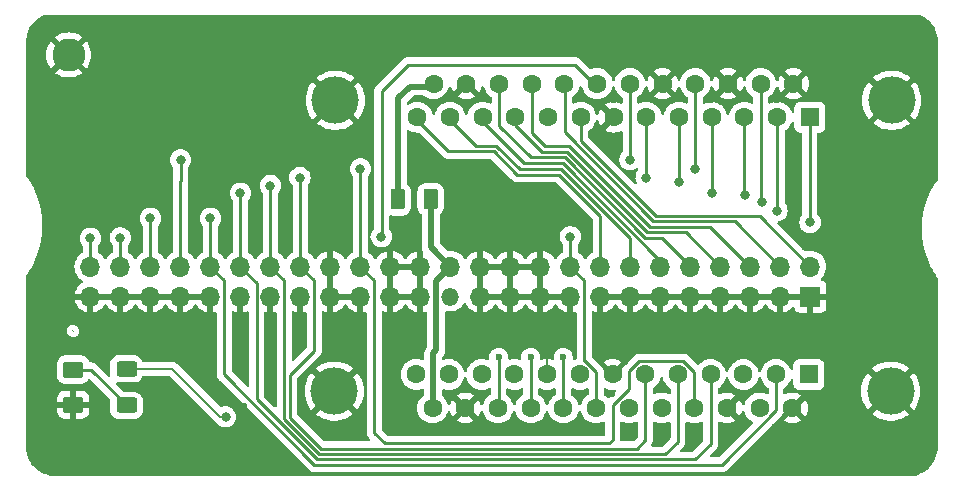
<source format=gtl>
G04 #@! TF.GenerationSoftware,KiCad,Pcbnew,(7.0.0-0)*
G04 #@! TF.CreationDate,2024-01-14T16:53:10+09:00*
G04 #@! TF.ProjectId,SCSIRIDER2_db25:f_gh,53435349-5249-4444-9552-325f64623235,rev?*
G04 #@! TF.SameCoordinates,Original*
G04 #@! TF.FileFunction,Copper,L1,Top*
G04 #@! TF.FilePolarity,Positive*
%FSLAX46Y46*%
G04 Gerber Fmt 4.6, Leading zero omitted, Abs format (unit mm)*
G04 Created by KiCad (PCBNEW (7.0.0-0)) date 2024-01-14 16:53:10*
%MOMM*%
%LPD*%
G01*
G04 APERTURE LIST*
G04 Aperture macros list*
%AMRoundRect*
0 Rectangle with rounded corners*
0 $1 Rounding radius*
0 $2 $3 $4 $5 $6 $7 $8 $9 X,Y pos of 4 corners*
0 Add a 4 corners polygon primitive as box body*
4,1,4,$2,$3,$4,$5,$6,$7,$8,$9,$2,$3,0*
0 Add four circle primitives for the rounded corners*
1,1,$1+$1,$2,$3*
1,1,$1+$1,$4,$5*
1,1,$1+$1,$6,$7*
1,1,$1+$1,$8,$9*
0 Add four rect primitives between the rounded corners*
20,1,$1+$1,$2,$3,$4,$5,0*
20,1,$1+$1,$4,$5,$6,$7,0*
20,1,$1+$1,$6,$7,$8,$9,0*
20,1,$1+$1,$8,$9,$2,$3,0*%
G04 Aperture macros list end*
G04 #@! TA.AperFunction,SMDPad,CuDef*
%ADD10RoundRect,0.250001X-0.624999X0.462499X-0.624999X-0.462499X0.624999X-0.462499X0.624999X0.462499X0*%
G04 #@! TD*
G04 #@! TA.AperFunction,ComponentPad*
%ADD11C,4.000000*%
G04 #@! TD*
G04 #@! TA.AperFunction,ComponentPad*
%ADD12R,1.600000X1.600000*%
G04 #@! TD*
G04 #@! TA.AperFunction,ComponentPad*
%ADD13C,1.600000*%
G04 #@! TD*
G04 #@! TA.AperFunction,SMDPad,CuDef*
%ADD14RoundRect,0.250000X-0.375000X-0.625000X0.375000X-0.625000X0.375000X0.625000X-0.375000X0.625000X0*%
G04 #@! TD*
G04 #@! TA.AperFunction,ComponentPad*
%ADD15C,2.800000*%
G04 #@! TD*
G04 #@! TA.AperFunction,SMDPad,CuDef*
%ADD16RoundRect,0.250000X-0.625000X0.400000X-0.625000X-0.400000X0.625000X-0.400000X0.625000X0.400000X0*%
G04 #@! TD*
G04 #@! TA.AperFunction,ComponentPad*
%ADD17R,1.700000X1.700000*%
G04 #@! TD*
G04 #@! TA.AperFunction,ComponentPad*
%ADD18O,1.700000X1.700000*%
G04 #@! TD*
G04 #@! TA.AperFunction,ComponentPad*
%ADD19O,1.500000X1.500000*%
G04 #@! TD*
G04 #@! TA.AperFunction,ViaPad*
%ADD20C,0.800000*%
G04 #@! TD*
G04 #@! TA.AperFunction,ViaPad*
%ADD21C,0.600000*%
G04 #@! TD*
G04 #@! TA.AperFunction,Conductor*
%ADD22C,0.250000*%
G04 #@! TD*
G04 #@! TA.AperFunction,Conductor*
%ADD23C,0.000000*%
G04 #@! TD*
G04 #@! TA.AperFunction,Conductor*
%ADD24C,0.200000*%
G04 #@! TD*
G04 #@! TA.AperFunction,Conductor*
%ADD25C,0.500000*%
G04 #@! TD*
G04 #@! TA.AperFunction,Conductor*
%ADD26C,0.350000*%
G04 #@! TD*
G04 APERTURE END LIST*
D10*
X107750000Y-132380000D03*
X107750000Y-135355000D03*
D11*
X129865000Y-134200000D03*
X176965000Y-134200000D03*
D12*
X170034999Y-132779999D03*
D13*
X167265000Y-132780000D03*
X164495000Y-132780000D03*
X161725000Y-132780000D03*
X158955000Y-132780000D03*
X156185000Y-132780000D03*
X153415000Y-132780000D03*
X150645000Y-132780000D03*
X147875000Y-132780000D03*
X145105000Y-132780000D03*
X142335000Y-132780000D03*
X139565000Y-132780000D03*
X136795000Y-132780000D03*
X168650000Y-135620000D03*
X165880000Y-135620000D03*
X163110000Y-135620000D03*
X160340000Y-135620000D03*
X157570000Y-135620000D03*
X154800000Y-135620000D03*
X152030000Y-135620000D03*
X149260000Y-135620000D03*
X146490000Y-135620000D03*
X143720000Y-135620000D03*
X140950000Y-135620000D03*
X138180000Y-135620000D03*
D14*
X135220003Y-117950003D03*
X138020003Y-117950003D03*
D11*
X177050000Y-109580000D03*
X129950000Y-109580000D03*
D12*
X170119999Y-110999999D03*
D13*
X167350000Y-111000000D03*
X164580000Y-111000000D03*
X161810000Y-111000000D03*
X159040000Y-111000000D03*
X156270000Y-111000000D03*
X153500000Y-111000000D03*
X150730000Y-111000000D03*
X147960000Y-111000000D03*
X145190000Y-111000000D03*
X142420000Y-111000000D03*
X139650000Y-111000000D03*
X136880000Y-111000000D03*
X168735000Y-108160000D03*
X165965000Y-108160000D03*
X163195000Y-108160000D03*
X160425000Y-108160000D03*
X157655000Y-108160000D03*
X154885000Y-108160000D03*
X152115000Y-108160000D03*
X149345000Y-108160000D03*
X146575000Y-108160000D03*
X143805000Y-108160000D03*
X141035000Y-108160000D03*
X138265000Y-108160000D03*
D15*
X107370003Y-105730003D03*
D16*
X112270000Y-132310000D03*
X112270000Y-135410000D03*
D17*
X170170002Y-126190002D03*
D18*
X170170002Y-123650002D03*
X167630002Y-126190002D03*
X167630002Y-123650002D03*
X165090002Y-126190002D03*
X165090002Y-123650002D03*
X162550002Y-126190002D03*
X162550002Y-123650002D03*
X160010002Y-126190002D03*
X160010002Y-123650002D03*
X157470002Y-126190002D03*
X157470002Y-123650002D03*
X154930002Y-126190002D03*
X154930002Y-123650002D03*
X152390002Y-126190002D03*
X152390002Y-123650002D03*
X149850002Y-126190002D03*
X149850002Y-123650002D03*
X147310002Y-126190002D03*
X147310002Y-123650002D03*
X144770002Y-126190002D03*
X144770002Y-123650002D03*
X142230002Y-126190002D03*
X142230002Y-123650002D03*
D19*
X139690002Y-126190002D03*
D18*
X139690002Y-123650002D03*
X137150002Y-126190002D03*
X137150002Y-123650002D03*
X134610002Y-126190002D03*
X134610002Y-123650002D03*
X132070002Y-126190002D03*
X132070002Y-123650002D03*
X129530002Y-126190002D03*
X129530002Y-123650002D03*
X126990002Y-126190002D03*
X126990002Y-123650002D03*
X124450002Y-126190002D03*
X124450002Y-123650002D03*
X121910002Y-126190002D03*
X121910002Y-123650002D03*
X119370002Y-126190002D03*
X119370002Y-123650002D03*
X116830002Y-126190002D03*
X116830002Y-123650002D03*
X114290002Y-126190002D03*
X114290002Y-123650002D03*
X111750002Y-126190002D03*
X111750002Y-123650002D03*
X109210002Y-126190002D03*
X109210002Y-123650002D03*
D20*
X111740003Y-121210003D03*
X170140003Y-119910003D03*
X167340003Y-118910003D03*
X119370003Y-119560003D03*
X161830003Y-117435503D03*
X121910003Y-117435503D03*
X164640003Y-117610003D03*
X109210003Y-121260003D03*
X159040003Y-116460003D03*
X124450003Y-116785503D03*
X126948941Y-116110503D03*
X156265003Y-116110503D03*
D21*
X145090000Y-136770000D03*
X115725003Y-121960003D03*
X157520000Y-137790000D03*
X120170003Y-116880003D03*
X161790003Y-109530003D03*
X136050000Y-127940000D03*
X153350000Y-134400000D03*
X118265003Y-121960003D03*
X139210000Y-137600000D03*
X167190000Y-137250000D03*
X119070000Y-127940000D03*
X134550000Y-137530000D03*
X148745003Y-121960003D03*
X113185003Y-121960003D03*
X168630000Y-128090000D03*
X129440000Y-127960000D03*
X116500000Y-127880000D03*
X107790003Y-110070003D03*
X134140003Y-105450003D03*
X167380003Y-109540003D03*
X172240003Y-115610003D03*
X147880000Y-134460000D03*
X168430000Y-134010000D03*
X140980000Y-133830000D03*
X150660000Y-136930000D03*
X125885003Y-121960003D03*
X141125003Y-121960003D03*
X163780000Y-127940000D03*
X128425003Y-121960003D03*
X119210000Y-131240000D03*
X171380000Y-139570000D03*
X142920000Y-129490000D03*
X141760003Y-105450003D03*
X164500000Y-134540000D03*
X163200003Y-110160003D03*
X153530003Y-109510003D03*
X150720003Y-109480003D03*
X145090000Y-134460000D03*
X140230000Y-129150000D03*
X156420000Y-127710000D03*
X143665003Y-121960003D03*
X166280000Y-127940000D03*
X130965003Y-121960003D03*
X168700003Y-112850003D03*
X141040003Y-110150003D03*
X114280000Y-130760000D03*
X162740000Y-137340000D03*
X136850003Y-109500003D03*
X157000003Y-105450003D03*
X125250003Y-115610003D03*
X132870003Y-113070003D03*
X115090003Y-116880003D03*
X147880000Y-131160000D03*
X164620003Y-105450003D03*
X134775003Y-121960003D03*
X136680003Y-121960003D03*
X134990000Y-132630000D03*
X172240003Y-105450003D03*
X126590000Y-130940000D03*
X151285003Y-121960003D03*
X169700003Y-121960003D03*
X120805003Y-121960003D03*
X170100000Y-137170000D03*
X160300000Y-137750000D03*
X157650003Y-110130003D03*
X111670000Y-127980000D03*
X122190000Y-135450000D03*
X127130000Y-133250000D03*
X154490000Y-131710000D03*
X150630000Y-134430000D03*
X124570000Y-131530000D03*
X140970000Y-131270000D03*
X121960000Y-130030000D03*
X107470003Y-121960003D03*
X112100003Y-106320003D03*
X117040000Y-131540000D03*
X147840000Y-136840000D03*
X136370000Y-135590000D03*
X158620000Y-127900000D03*
X152370000Y-137660000D03*
X123345003Y-121960003D03*
X169450000Y-131000000D03*
X157560000Y-133930000D03*
X136680003Y-113070003D03*
X104480000Y-125380000D03*
X151920003Y-112435003D03*
X105890000Y-139140000D03*
X153825003Y-113705003D03*
X164980000Y-139530000D03*
X117810000Y-138350000D03*
X131880000Y-132050000D03*
X161200000Y-127970000D03*
X149380003Y-105450003D03*
X126520003Y-105450003D03*
X146205003Y-121960003D03*
X154840000Y-137710000D03*
X143780000Y-131340000D03*
X146480000Y-131320000D03*
X149240000Y-131320000D03*
D20*
X149840003Y-121120003D03*
X133840003Y-121110003D03*
X154890003Y-114610003D03*
X116840003Y-114610003D03*
X132070003Y-115386003D03*
X160440003Y-115410003D03*
X114290003Y-119560003D03*
X166040003Y-118210003D03*
X120648695Y-136371305D03*
D22*
X107750000Y-132380000D02*
X109240000Y-132380000D01*
X109240000Y-132380000D02*
X112270000Y-135410000D01*
D23*
X107690000Y-129060000D02*
X107750000Y-129120000D01*
D22*
X170140003Y-119910003D02*
X170125003Y-119910003D01*
X111740003Y-121210003D02*
X111740003Y-123640003D01*
X170125003Y-111250003D02*
X170125003Y-119895003D01*
X111740003Y-123640003D02*
X111750003Y-123650003D01*
X170125003Y-119895003D02*
X170140003Y-119910003D01*
X167265000Y-135825991D02*
X167265000Y-132780000D01*
X162670991Y-140420000D02*
X167265000Y-135825991D01*
X120545003Y-124825003D02*
X120545003Y-132785003D01*
X119370003Y-123650003D02*
X120545003Y-124825003D01*
X120545003Y-132785003D02*
X128180000Y-140420000D01*
X167355003Y-118895003D02*
X167340003Y-118910003D01*
X119370003Y-119560003D02*
X119370003Y-123650003D01*
X128180000Y-140420000D02*
X162670991Y-140420000D01*
X167340003Y-118910003D02*
X167355003Y-118910003D01*
X167355003Y-111250003D02*
X167355003Y-118895003D01*
X128366396Y-139970000D02*
X160420000Y-139970000D01*
X161815003Y-117420503D02*
X161830003Y-117435503D01*
X160420000Y-139970000D02*
X161725000Y-138665000D01*
X123275003Y-125015003D02*
X123275003Y-134878607D01*
X123275003Y-134878607D02*
X128366396Y-139970000D01*
X121910003Y-117435503D02*
X121910003Y-123650003D01*
X161815003Y-111250003D02*
X161815003Y-117420503D01*
X161725000Y-138665000D02*
X161725000Y-132780000D01*
X121910003Y-123650003D02*
X123275003Y-125015003D01*
X164585003Y-117555003D02*
X164640003Y-117610003D01*
X109210003Y-121260003D02*
X109210003Y-123650003D01*
X164585003Y-111250003D02*
X164585003Y-117555003D01*
X125625003Y-136592211D02*
X128552792Y-139520000D01*
X157900000Y-139520000D02*
X158955000Y-138465000D01*
X159040003Y-111255003D02*
X159045003Y-111250003D01*
X124450003Y-116785503D02*
X124450003Y-123650003D01*
X125625003Y-124825003D02*
X125625003Y-136592211D01*
X158955000Y-138465000D02*
X158955000Y-132780000D01*
X128552792Y-139520000D02*
X157900000Y-139520000D01*
X159040003Y-116460003D02*
X159040003Y-111255003D01*
X124450003Y-123650003D02*
X125625003Y-124825003D01*
X156185000Y-138355000D02*
X156185000Y-132780000D01*
X156275003Y-116100503D02*
X156275003Y-111250003D01*
X126990003Y-123650003D02*
X128165003Y-124825003D01*
X126110000Y-136440812D02*
X128739188Y-139070000D01*
X155470000Y-139070000D02*
X156185000Y-138355000D01*
X128739188Y-139070000D02*
X155470000Y-139070000D01*
X156265003Y-116110503D02*
X156265003Y-112920003D01*
X128165003Y-124825003D02*
X128165003Y-130754997D01*
X126990003Y-123650003D02*
X126990003Y-116151565D01*
X126110000Y-132810000D02*
X126110000Y-136440812D01*
X128165003Y-130754997D02*
X126110000Y-132810000D01*
X126990003Y-116151565D02*
X126948941Y-116110503D01*
X156265003Y-112920003D02*
X156275003Y-112910003D01*
X156265003Y-116110503D02*
X156275003Y-116100503D01*
D24*
X140970000Y-131270000D02*
X140950000Y-131290000D01*
X147875000Y-132780000D02*
X147875000Y-131165000D01*
X147875000Y-131165000D02*
X147880000Y-131160000D01*
D22*
X150735003Y-113015003D02*
X150735003Y-111250003D01*
X150735003Y-113015003D02*
X157060003Y-119340003D01*
X157060003Y-119340003D02*
X165860003Y-119340003D01*
X165860003Y-119340003D02*
X170170003Y-123650003D01*
X147480003Y-113910003D02*
X149560003Y-113910003D01*
X145195003Y-111250003D02*
X145195003Y-111625003D01*
X156360003Y-120710003D02*
X159610003Y-120710003D01*
X159610003Y-120710003D02*
X162550003Y-123650003D01*
X149560003Y-113910003D02*
X156360003Y-120710003D01*
X145195003Y-111625003D02*
X147480003Y-113910003D01*
X157470003Y-123152390D02*
X157470003Y-123650003D01*
X149227616Y-114910003D02*
X157470003Y-123152390D01*
X145940003Y-114910003D02*
X149227616Y-114910003D01*
X142425003Y-111250003D02*
X142425003Y-111395003D01*
X142425003Y-111395003D02*
X145940003Y-114910003D01*
X154930003Y-121248786D02*
X154930003Y-123650003D01*
X141870003Y-113440003D02*
X143570003Y-113440003D01*
X143570003Y-113440003D02*
X145540003Y-115410003D01*
X139680003Y-111250003D02*
X141870003Y-113440003D01*
X139655003Y-111250003D02*
X139680003Y-111250003D01*
X145540003Y-115410003D02*
X149091220Y-115410003D01*
X149091220Y-115410003D02*
X154930003Y-121248786D01*
X136885003Y-111250003D02*
X139525003Y-113890003D01*
X152390003Y-119400003D02*
X152390003Y-123650003D01*
X139525003Y-113890003D02*
X143383607Y-113890003D01*
X145353607Y-115860003D02*
X148850003Y-115860003D01*
X143383607Y-113890003D02*
X145353607Y-115860003D01*
X148850003Y-115860003D02*
X152390003Y-119400003D01*
D25*
X138270003Y-108410003D02*
X136230003Y-108410003D01*
D26*
X135230003Y-117940003D02*
X135220003Y-117950003D01*
D25*
X135230003Y-109410003D02*
X135230003Y-117940003D01*
X136230003Y-108410003D02*
X135230003Y-109410003D01*
D22*
X146490003Y-114410003D02*
X149364012Y-114410003D01*
X157620003Y-121220003D02*
X160010003Y-123610003D01*
X143810003Y-111730003D02*
X146490003Y-114410003D01*
X149364012Y-114410003D02*
X156174012Y-121220003D01*
X143810003Y-108855994D02*
X143810003Y-111730003D01*
X143775000Y-131345000D02*
X143775000Y-134230000D01*
X156174012Y-121220003D02*
X157620003Y-121220003D01*
X143775000Y-135565000D02*
X143775000Y-134230000D01*
X160010003Y-123610003D02*
X160010003Y-123650003D01*
X165090003Y-123650003D02*
X161700003Y-120260003D01*
X146490000Y-131330000D02*
X146490000Y-135620000D01*
X146580003Y-112320003D02*
X146580003Y-108410003D01*
X147720003Y-113460003D02*
X146580003Y-112320003D01*
X149746399Y-113460003D02*
X147720003Y-113460003D01*
X161700003Y-120260003D02*
X156546399Y-120260003D01*
X156546399Y-120260003D02*
X149746399Y-113460003D01*
X149350003Y-112290003D02*
X149350003Y-108410003D01*
X163790003Y-119810003D02*
X156870003Y-119810003D01*
X167630003Y-123650003D02*
X163790003Y-119810003D01*
X149240000Y-131320000D02*
X149260000Y-131340000D01*
X149260000Y-131340000D02*
X149260000Y-135620000D01*
X156870003Y-119810003D02*
X149350003Y-112290003D01*
X133860003Y-121090003D02*
X133860003Y-108790003D01*
X151025003Y-124825003D02*
X151025003Y-131655000D01*
X149850003Y-121230003D02*
X149840003Y-121240003D01*
X152030000Y-132574009D02*
X152030000Y-135620000D01*
X149850003Y-123650003D02*
X151025003Y-124825003D01*
X133860003Y-108790003D02*
X136100003Y-106550003D01*
X136100003Y-106550003D02*
X150260003Y-106550003D01*
X149840003Y-121240003D02*
X149840003Y-121120003D01*
X149960003Y-121120003D02*
X149890003Y-121190003D01*
X150260003Y-106550003D02*
X152120003Y-108410003D01*
X151110991Y-131655000D02*
X152030000Y-132574009D01*
X133840003Y-121110003D02*
X133860003Y-121090003D01*
X149850003Y-123650003D02*
X149850003Y-121230003D01*
X151025003Y-131655000D02*
X151110991Y-131655000D01*
X149840003Y-121120003D02*
X149960003Y-121120003D01*
X116840003Y-114610003D02*
X116840003Y-116410003D01*
X116840003Y-116410003D02*
X116830003Y-116420003D01*
X154890003Y-108410003D02*
X154890003Y-114610003D01*
X116830003Y-116420003D02*
X116830003Y-123650003D01*
X153420000Y-138300000D02*
X153420000Y-135409009D01*
X133245003Y-137715003D02*
X134150000Y-138620000D01*
X160340000Y-132574009D02*
X160340000Y-135620000D01*
X153100000Y-138620000D02*
X153420000Y-138300000D01*
X154820000Y-132520000D02*
X155685000Y-131655000D01*
X160440003Y-115410003D02*
X160430003Y-115400003D01*
X133245003Y-124825003D02*
X133245003Y-137715003D01*
X132070003Y-115386003D02*
X132070003Y-123650003D01*
X154820000Y-134009009D02*
X154820000Y-132520000D01*
X134150000Y-138620000D02*
X153100000Y-138620000D01*
X160430003Y-108410003D02*
X160430003Y-115400003D01*
X159420991Y-131655000D02*
X160340000Y-132574009D01*
X155685000Y-131655000D02*
X159420991Y-131655000D01*
X132070003Y-123650003D02*
X133245003Y-124825003D01*
X153420000Y-135409009D02*
X154820000Y-134009009D01*
X114290003Y-119560003D02*
X114290003Y-123650003D01*
X165970003Y-108410003D02*
X165970003Y-118140003D01*
X165970003Y-118140003D02*
X166040003Y-118210003D01*
D25*
X138490003Y-124850003D02*
X138490003Y-130752230D01*
D24*
X120648695Y-136371305D02*
X120211305Y-136371305D01*
D25*
X138020003Y-121980003D02*
X138020003Y-117950003D01*
X139690003Y-123650003D02*
X138020003Y-121980003D01*
X139690003Y-123650003D02*
X138490003Y-124850003D01*
D24*
X120211305Y-136371305D02*
X116150000Y-132310000D01*
D25*
X138235000Y-131007233D02*
X138235000Y-135565000D01*
X138490003Y-130752230D02*
X138235000Y-131007233D01*
D24*
X116150000Y-132310000D02*
X112270000Y-132310000D01*
D25*
X138235000Y-135565000D02*
X138180000Y-135620000D01*
G04 #@! TA.AperFunction,Conductor*
G36*
X163197681Y-133027275D02*
G01*
X163229775Y-133082863D01*
X163266858Y-133221263D01*
X163266861Y-133221271D01*
X163268261Y-133226496D01*
X163364432Y-133432734D01*
X163367539Y-133437171D01*
X163367540Y-133437173D01*
X163451600Y-133557224D01*
X163494953Y-133619139D01*
X163655861Y-133780047D01*
X163842266Y-133910568D01*
X164048504Y-134006739D01*
X164053734Y-134008140D01*
X164053736Y-134008141D01*
X164151457Y-134034325D01*
X164268308Y-134065635D01*
X164495000Y-134085468D01*
X164721692Y-134065635D01*
X164941496Y-134006739D01*
X165147734Y-133910568D01*
X165334139Y-133780047D01*
X165495047Y-133619139D01*
X165625568Y-133432734D01*
X165721739Y-133226496D01*
X165760225Y-133082862D01*
X165792319Y-133027275D01*
X165847906Y-132995181D01*
X165912094Y-132995181D01*
X165967681Y-133027275D01*
X165999775Y-133082863D01*
X166036858Y-133221263D01*
X166036861Y-133221271D01*
X166038261Y-133226496D01*
X166134432Y-133432734D01*
X166137539Y-133437171D01*
X166137540Y-133437173D01*
X166221600Y-133557224D01*
X166264953Y-133619139D01*
X166425861Y-133780047D01*
X166496389Y-133829431D01*
X166586623Y-133892613D01*
X166625489Y-133936931D01*
X166639500Y-133994188D01*
X166639500Y-134344577D01*
X166624214Y-134404220D01*
X166582125Y-134449158D01*
X166523610Y-134468312D01*
X166463096Y-134456959D01*
X166351179Y-134404771D01*
X166331405Y-134395550D01*
X166331403Y-134395549D01*
X166326496Y-134393261D01*
X166321271Y-134391861D01*
X166321263Y-134391858D01*
X166111916Y-134335764D01*
X166111907Y-134335762D01*
X166106692Y-134334365D01*
X166101304Y-134333893D01*
X166101301Y-134333893D01*
X165885395Y-134315004D01*
X165880000Y-134314532D01*
X165874605Y-134315004D01*
X165658698Y-134333893D01*
X165658693Y-134333893D01*
X165653308Y-134334365D01*
X165648094Y-134335762D01*
X165648083Y-134335764D01*
X165438736Y-134391858D01*
X165438724Y-134391862D01*
X165433504Y-134393261D01*
X165428599Y-134395547D01*
X165428594Y-134395550D01*
X165232176Y-134487142D01*
X165232172Y-134487144D01*
X165227266Y-134489432D01*
X165222833Y-134492535D01*
X165222826Y-134492540D01*
X165045296Y-134616847D01*
X165045291Y-134616850D01*
X165040861Y-134619953D01*
X165037037Y-134623776D01*
X165037031Y-134623782D01*
X164883782Y-134777031D01*
X164883776Y-134777037D01*
X164879953Y-134780861D01*
X164876850Y-134785291D01*
X164876847Y-134785296D01*
X164752540Y-134962826D01*
X164752535Y-134962833D01*
X164749432Y-134967266D01*
X164747144Y-134972172D01*
X164747142Y-134972176D01*
X164655550Y-135168594D01*
X164655547Y-135168599D01*
X164653261Y-135173504D01*
X164651861Y-135178727D01*
X164651859Y-135178734D01*
X164614516Y-135318102D01*
X164582422Y-135373689D01*
X164526834Y-135405783D01*
X164462647Y-135405783D01*
X164407060Y-135373689D01*
X164374966Y-135318101D01*
X164337668Y-135178904D01*
X164333979Y-135168768D01*
X164242423Y-134972427D01*
X164237025Y-134963077D01*
X164196814Y-134905650D01*
X164188703Y-134898217D01*
X164179424Y-134904128D01*
X163475095Y-135608457D01*
X163468431Y-135620000D01*
X163475095Y-135631542D01*
X164179421Y-136335867D01*
X164188703Y-136341780D01*
X164196814Y-136334348D01*
X164237026Y-136276920D01*
X164242422Y-136267575D01*
X164333979Y-136071231D01*
X164337668Y-136061095D01*
X164374966Y-135921898D01*
X164407060Y-135866310D01*
X164462647Y-135834216D01*
X164526834Y-135834216D01*
X164582422Y-135866310D01*
X164614516Y-135921897D01*
X164651859Y-136061266D01*
X164651861Y-136061272D01*
X164653261Y-136066496D01*
X164655549Y-136071403D01*
X164655550Y-136071405D01*
X164672077Y-136106846D01*
X164749432Y-136272734D01*
X164752539Y-136277171D01*
X164752540Y-136277173D01*
X164822975Y-136377765D01*
X164879953Y-136459139D01*
X165040861Y-136620047D01*
X165115500Y-136672309D01*
X165202761Y-136733410D01*
X165227266Y-136750568D01*
X165232175Y-136752857D01*
X165232565Y-136753082D01*
X165273668Y-136791579D01*
X165293505Y-136844284D01*
X165287985Y-136900328D01*
X165258247Y-136948151D01*
X162448219Y-139758181D01*
X162407991Y-139785061D01*
X162360538Y-139794500D01*
X161779452Y-139794500D01*
X161723157Y-139780985D01*
X161679134Y-139743385D01*
X161656979Y-139689898D01*
X161661521Y-139632182D01*
X161691771Y-139582819D01*
X161981204Y-139293385D01*
X162112306Y-139162282D01*
X162120482Y-139154843D01*
X162126877Y-139150786D01*
X162172933Y-139101740D01*
X162175550Y-139099038D01*
X162195120Y-139079470D01*
X162197565Y-139076316D01*
X162205155Y-139067428D01*
X162235062Y-139035582D01*
X162244709Y-139018032D01*
X162255393Y-139001766D01*
X162267674Y-138985936D01*
X162285018Y-138945851D01*
X162290160Y-138935356D01*
X162311197Y-138897092D01*
X162314748Y-138883262D01*
X162316179Y-138877689D01*
X162322480Y-138859283D01*
X162330438Y-138840895D01*
X162337269Y-138797756D01*
X162339639Y-138786315D01*
X162348560Y-138751574D01*
X162348559Y-138751574D01*
X162350500Y-138744019D01*
X162350500Y-138723983D01*
X162352025Y-138704597D01*
X162355160Y-138684804D01*
X162351050Y-138641324D01*
X162350500Y-138629655D01*
X162350500Y-136894872D01*
X162365786Y-136835229D01*
X162407875Y-136790291D01*
X162466390Y-136771137D01*
X162526905Y-136782490D01*
X162658768Y-136843979D01*
X162668902Y-136847667D01*
X162878162Y-136903739D01*
X162888793Y-136905613D01*
X163104605Y-136924494D01*
X163115395Y-136924494D01*
X163331206Y-136905613D01*
X163341837Y-136903739D01*
X163551097Y-136847667D01*
X163561231Y-136843979D01*
X163757575Y-136752422D01*
X163766920Y-136747026D01*
X163824348Y-136706814D01*
X163831780Y-136698703D01*
X163825867Y-136689421D01*
X162844127Y-135707681D01*
X162812033Y-135652093D01*
X162812033Y-135587906D01*
X162844127Y-135532319D01*
X163110000Y-135266447D01*
X163825870Y-134550574D01*
X163831781Y-134541295D01*
X163824348Y-134533184D01*
X163766922Y-134492974D01*
X163757572Y-134487576D01*
X163561231Y-134396020D01*
X163551097Y-134392332D01*
X163341837Y-134336260D01*
X163331206Y-134334386D01*
X163115395Y-134315506D01*
X163104605Y-134315506D01*
X162888793Y-134334386D01*
X162878162Y-134336260D01*
X162668902Y-134392332D01*
X162658768Y-134396020D01*
X162526905Y-134457510D01*
X162466390Y-134468863D01*
X162407875Y-134449709D01*
X162365786Y-134404771D01*
X162350500Y-134345128D01*
X162350500Y-133994188D01*
X162364511Y-133936931D01*
X162403377Y-133892613D01*
X162485794Y-133834904D01*
X162564139Y-133780047D01*
X162725047Y-133619139D01*
X162855568Y-133432734D01*
X162951739Y-133226496D01*
X162990225Y-133082862D01*
X163022319Y-133027275D01*
X163077906Y-132995181D01*
X163142094Y-132995181D01*
X163197681Y-133027275D01*
G37*
G04 #@! TD.AperFunction*
G04 #@! TA.AperFunction,Conductor*
G36*
X161042125Y-136790842D02*
G01*
X161084214Y-136835780D01*
X161099500Y-136895423D01*
X161099500Y-138354548D01*
X161090061Y-138402001D01*
X161063181Y-138442229D01*
X160197228Y-139308181D01*
X160157000Y-139335061D01*
X160109547Y-139344500D01*
X159259452Y-139344500D01*
X159203157Y-139330985D01*
X159159134Y-139293385D01*
X159136979Y-139239898D01*
X159141521Y-139182182D01*
X159171771Y-139132819D01*
X159237174Y-139067416D01*
X159342311Y-138962278D01*
X159350481Y-138954844D01*
X159356877Y-138950786D01*
X159402918Y-138901756D01*
X159405535Y-138899054D01*
X159425120Y-138879471D01*
X159427585Y-138876292D01*
X159435167Y-138867416D01*
X159442811Y-138859276D01*
X159465062Y-138835582D01*
X159474713Y-138818023D01*
X159485390Y-138801770D01*
X159497673Y-138785936D01*
X159515018Y-138745852D01*
X159520151Y-138735371D01*
X159541197Y-138697092D01*
X159546179Y-138677684D01*
X159552482Y-138659276D01*
X159560437Y-138640896D01*
X159567271Y-138597744D01*
X159569633Y-138586338D01*
X159580500Y-138544019D01*
X159580500Y-138523983D01*
X159582027Y-138504585D01*
X159583939Y-138492513D01*
X159583938Y-138492513D01*
X159585160Y-138484804D01*
X159581350Y-138444500D01*
X159581050Y-138441324D01*
X159580500Y-138429655D01*
X159580500Y-136895423D01*
X159595786Y-136835780D01*
X159637875Y-136790842D01*
X159696390Y-136771688D01*
X159756903Y-136783040D01*
X159893504Y-136846739D01*
X159898734Y-136848140D01*
X159898736Y-136848141D01*
X160073140Y-136894872D01*
X160113308Y-136905635D01*
X160340000Y-136925468D01*
X160566692Y-136905635D01*
X160786496Y-136846739D01*
X160923096Y-136783040D01*
X160983610Y-136771688D01*
X161042125Y-136790842D01*
G37*
G04 #@! TD.AperFunction*
G04 #@! TA.AperFunction,Conductor*
G36*
X158272125Y-136790291D02*
G01*
X158314214Y-136835229D01*
X158329500Y-136894872D01*
X158329500Y-138154547D01*
X158320061Y-138202000D01*
X158293181Y-138242228D01*
X157677228Y-138858181D01*
X157637000Y-138885061D01*
X157589547Y-138894500D01*
X156811871Y-138894500D01*
X156750439Y-138878213D01*
X156705144Y-138833630D01*
X156687887Y-138772463D01*
X156703199Y-138710780D01*
X156704707Y-138708037D01*
X156715393Y-138691766D01*
X156727674Y-138675936D01*
X156745018Y-138635851D01*
X156750160Y-138625356D01*
X156765326Y-138597770D01*
X156771197Y-138587092D01*
X156776179Y-138567689D01*
X156782480Y-138549283D01*
X156790438Y-138530895D01*
X156797269Y-138487756D01*
X156799639Y-138476315D01*
X156808560Y-138441574D01*
X156808559Y-138441574D01*
X156810500Y-138434019D01*
X156810500Y-138413983D01*
X156812025Y-138394597D01*
X156815160Y-138374804D01*
X156811050Y-138331324D01*
X156810500Y-138319655D01*
X156810500Y-136894872D01*
X156825786Y-136835229D01*
X156867875Y-136790291D01*
X156926390Y-136771137D01*
X156986905Y-136782490D01*
X157118768Y-136843979D01*
X157128902Y-136847667D01*
X157338162Y-136903739D01*
X157348793Y-136905613D01*
X157564605Y-136924494D01*
X157575395Y-136924494D01*
X157791206Y-136905613D01*
X157801837Y-136903739D01*
X158011097Y-136847667D01*
X158021231Y-136843979D01*
X158153095Y-136782490D01*
X158213610Y-136771137D01*
X158272125Y-136790291D01*
G37*
G04 #@! TD.AperFunction*
G04 #@! TA.AperFunction,Conductor*
G36*
X155502125Y-136790842D02*
G01*
X155544214Y-136835780D01*
X155559500Y-136895423D01*
X155559500Y-138044548D01*
X155550061Y-138092001D01*
X155523181Y-138132229D01*
X155247228Y-138408181D01*
X155207000Y-138435061D01*
X155159547Y-138444500D01*
X154173221Y-138444500D01*
X154110099Y-138427231D01*
X154064558Y-138380235D01*
X154050116Y-138320077D01*
X154050160Y-138319804D01*
X154046050Y-138276324D01*
X154045500Y-138264655D01*
X154045500Y-136897755D01*
X154060786Y-136838112D01*
X154102875Y-136793174D01*
X154161390Y-136774020D01*
X154221905Y-136785373D01*
X154353504Y-136846739D01*
X154358734Y-136848140D01*
X154358736Y-136848141D01*
X154533140Y-136894872D01*
X154573308Y-136905635D01*
X154800000Y-136925468D01*
X155026692Y-136905635D01*
X155246496Y-136846739D01*
X155383096Y-136783040D01*
X155443610Y-136771688D01*
X155502125Y-136790842D01*
G37*
G04 #@! TD.AperFunction*
G04 #@! TA.AperFunction,Conductor*
G36*
X124937503Y-125956616D02*
G01*
X124982890Y-126002003D01*
X124999503Y-126064003D01*
X124999503Y-126316003D01*
X124982890Y-126378003D01*
X124937503Y-126423390D01*
X124875503Y-126440003D01*
X124716329Y-126440003D01*
X124703453Y-126443453D01*
X124700003Y-126456329D01*
X124700003Y-127506372D01*
X124702554Y-127517314D01*
X124713783Y-127516946D01*
X124843409Y-127482213D01*
X124899694Y-127480371D01*
X124950989Y-127503612D01*
X124986715Y-127547144D01*
X124999503Y-127601988D01*
X124999503Y-135419154D01*
X124985988Y-135475449D01*
X124948388Y-135519472D01*
X124894901Y-135541627D01*
X124837185Y-135537085D01*
X124787822Y-135506835D01*
X123936822Y-134655835D01*
X123909942Y-134615607D01*
X123900503Y-134568154D01*
X123900503Y-127601988D01*
X123913291Y-127547144D01*
X123949017Y-127503612D01*
X124000312Y-127480371D01*
X124056597Y-127482213D01*
X124186222Y-127516946D01*
X124197451Y-127517314D01*
X124200003Y-127506372D01*
X124200003Y-126456329D01*
X124196552Y-126443453D01*
X124183677Y-126440003D01*
X124024503Y-126440003D01*
X123962503Y-126423390D01*
X123917116Y-126378003D01*
X123900503Y-126316003D01*
X123900503Y-126064003D01*
X123917116Y-126002003D01*
X123962503Y-125956616D01*
X124024503Y-125940003D01*
X124875503Y-125940003D01*
X124937503Y-125956616D01*
G37*
G04 #@! TD.AperFunction*
G04 #@! TA.AperFunction,Conductor*
G36*
X151347125Y-133950842D02*
G01*
X151389214Y-133995780D01*
X151404500Y-134055423D01*
X151404500Y-134405812D01*
X151390489Y-134463069D01*
X151351623Y-134507387D01*
X151195296Y-134616847D01*
X151195291Y-134616850D01*
X151190861Y-134619953D01*
X151187037Y-134623776D01*
X151187031Y-134623782D01*
X151033782Y-134777031D01*
X151033776Y-134777037D01*
X151029953Y-134780861D01*
X151026850Y-134785291D01*
X151026847Y-134785296D01*
X150902540Y-134962826D01*
X150902535Y-134962833D01*
X150899432Y-134967266D01*
X150897144Y-134972172D01*
X150897142Y-134972176D01*
X150805550Y-135168594D01*
X150805547Y-135168599D01*
X150803261Y-135173504D01*
X150801862Y-135178723D01*
X150801859Y-135178733D01*
X150764775Y-135317137D01*
X150732681Y-135372724D01*
X150677094Y-135404818D01*
X150612906Y-135404818D01*
X150557319Y-135372724D01*
X150525225Y-135317137D01*
X150488140Y-135178733D01*
X150486739Y-135173504D01*
X150390568Y-134967266D01*
X150260047Y-134780861D01*
X150099139Y-134619953D01*
X150020793Y-134565095D01*
X149938377Y-134507387D01*
X149899511Y-134463069D01*
X149885500Y-134405812D01*
X149885500Y-134055423D01*
X149900786Y-133995780D01*
X149942875Y-133950842D01*
X150001390Y-133931688D01*
X150061903Y-133943040D01*
X150198504Y-134006739D01*
X150203734Y-134008140D01*
X150203736Y-134008141D01*
X150301457Y-134034325D01*
X150418308Y-134065635D01*
X150645000Y-134085468D01*
X150871692Y-134065635D01*
X151091496Y-134006739D01*
X151228096Y-133943040D01*
X151288610Y-133931688D01*
X151347125Y-133950842D01*
G37*
G04 #@! TD.AperFunction*
G04 #@! TA.AperFunction,Conductor*
G36*
X148577125Y-133950291D02*
G01*
X148619214Y-133995229D01*
X148634500Y-134054872D01*
X148634500Y-134405812D01*
X148620489Y-134463069D01*
X148581623Y-134507387D01*
X148425296Y-134616847D01*
X148425291Y-134616850D01*
X148420861Y-134619953D01*
X148417037Y-134623776D01*
X148417031Y-134623782D01*
X148263782Y-134777031D01*
X148263776Y-134777037D01*
X148259953Y-134780861D01*
X148256850Y-134785291D01*
X148256847Y-134785296D01*
X148132540Y-134962826D01*
X148132535Y-134962833D01*
X148129432Y-134967266D01*
X148127144Y-134972172D01*
X148127142Y-134972176D01*
X148035550Y-135168594D01*
X148035547Y-135168599D01*
X148033261Y-135173504D01*
X148031862Y-135178723D01*
X148031859Y-135178733D01*
X147994775Y-135317137D01*
X147962681Y-135372724D01*
X147907094Y-135404818D01*
X147842906Y-135404818D01*
X147787319Y-135372724D01*
X147755225Y-135317137D01*
X147718140Y-135178733D01*
X147716739Y-135173504D01*
X147620568Y-134967266D01*
X147490047Y-134780861D01*
X147329139Y-134619953D01*
X147250793Y-134565095D01*
X147168377Y-134507387D01*
X147129511Y-134463069D01*
X147115500Y-134405812D01*
X147115500Y-134054872D01*
X147130786Y-133995229D01*
X147172875Y-133950291D01*
X147231390Y-133931137D01*
X147291905Y-133942490D01*
X147423768Y-134003979D01*
X147433902Y-134007667D01*
X147643162Y-134063739D01*
X147653793Y-134065613D01*
X147869605Y-134084494D01*
X147880395Y-134084494D01*
X148096206Y-134065613D01*
X148106837Y-134063739D01*
X148316097Y-134007667D01*
X148326231Y-134003979D01*
X148458095Y-133942490D01*
X148518610Y-133931137D01*
X148577125Y-133950291D01*
G37*
G04 #@! TD.AperFunction*
G04 #@! TA.AperFunction,Conductor*
G36*
X145807125Y-133950842D02*
G01*
X145849214Y-133995780D01*
X145864500Y-134055423D01*
X145864500Y-134405812D01*
X145850489Y-134463069D01*
X145811623Y-134507387D01*
X145655296Y-134616847D01*
X145655291Y-134616850D01*
X145650861Y-134619953D01*
X145647037Y-134623776D01*
X145647031Y-134623782D01*
X145493782Y-134777031D01*
X145493776Y-134777037D01*
X145489953Y-134780861D01*
X145486850Y-134785291D01*
X145486847Y-134785296D01*
X145362540Y-134962826D01*
X145362535Y-134962833D01*
X145359432Y-134967266D01*
X145357144Y-134972172D01*
X145357142Y-134972176D01*
X145265550Y-135168594D01*
X145265547Y-135168599D01*
X145263261Y-135173504D01*
X145261862Y-135178723D01*
X145261859Y-135178733D01*
X145224775Y-135317137D01*
X145192681Y-135372724D01*
X145137094Y-135404818D01*
X145072906Y-135404818D01*
X145017319Y-135372724D01*
X144985225Y-135317137D01*
X144948140Y-135178733D01*
X144946739Y-135173504D01*
X144850568Y-134967266D01*
X144720047Y-134780861D01*
X144559139Y-134619953D01*
X144525500Y-134596399D01*
X144453377Y-134545898D01*
X144414511Y-134501580D01*
X144400500Y-134444323D01*
X144400500Y-134081071D01*
X144415786Y-134021428D01*
X144457875Y-133976491D01*
X144516390Y-133957337D01*
X144576904Y-133968689D01*
X144647506Y-134001610D01*
X144658504Y-134006739D01*
X144663734Y-134008140D01*
X144663736Y-134008141D01*
X144761457Y-134034325D01*
X144878308Y-134065635D01*
X145105000Y-134085468D01*
X145331692Y-134065635D01*
X145551496Y-134006739D01*
X145688096Y-133943040D01*
X145748610Y-133931688D01*
X145807125Y-133950842D01*
G37*
G04 #@! TD.AperFunction*
G04 #@! TA.AperFunction,Conductor*
G36*
X152831905Y-133942490D02*
G01*
X152963768Y-134003979D01*
X152973902Y-134007667D01*
X153183162Y-134063739D01*
X153193793Y-134065613D01*
X153409605Y-134084494D01*
X153420395Y-134084494D01*
X153562674Y-134072046D01*
X153621932Y-134081431D01*
X153669847Y-134117538D01*
X153695203Y-134171914D01*
X153692063Y-134231828D01*
X153661162Y-134283255D01*
X153184483Y-134759935D01*
X153128896Y-134792029D01*
X153064708Y-134792029D01*
X153009121Y-134759935D01*
X152872968Y-134623782D01*
X152872967Y-134623781D01*
X152869139Y-134619953D01*
X152790793Y-134565095D01*
X152708377Y-134507387D01*
X152669511Y-134463069D01*
X152655500Y-134405812D01*
X152655500Y-134054872D01*
X152670786Y-133995229D01*
X152712875Y-133950291D01*
X152771390Y-133931137D01*
X152831905Y-133942490D01*
G37*
G04 #@! TD.AperFunction*
G04 #@! TA.AperFunction,Conductor*
G36*
X157657681Y-133027275D02*
G01*
X157689775Y-133082863D01*
X157726858Y-133221263D01*
X157726861Y-133221271D01*
X157728261Y-133226496D01*
X157824432Y-133432734D01*
X157827539Y-133437171D01*
X157827540Y-133437173D01*
X157911600Y-133557224D01*
X157954953Y-133619139D01*
X158115861Y-133780047D01*
X158186389Y-133829431D01*
X158276623Y-133892613D01*
X158315489Y-133936931D01*
X158329500Y-133994188D01*
X158329500Y-134345128D01*
X158314214Y-134404771D01*
X158272125Y-134449709D01*
X158213610Y-134468863D01*
X158153095Y-134457510D01*
X158021231Y-134396020D01*
X158011097Y-134392332D01*
X157801837Y-134336260D01*
X157791206Y-134334386D01*
X157575395Y-134315506D01*
X157564605Y-134315506D01*
X157348793Y-134334386D01*
X157338162Y-134336260D01*
X157128902Y-134392332D01*
X157118768Y-134396020D01*
X156986905Y-134457510D01*
X156926390Y-134468863D01*
X156867875Y-134449709D01*
X156825786Y-134404771D01*
X156810500Y-134345128D01*
X156810500Y-133994188D01*
X156824511Y-133936931D01*
X156863377Y-133892613D01*
X156945794Y-133834904D01*
X157024139Y-133780047D01*
X157185047Y-133619139D01*
X157315568Y-133432734D01*
X157411739Y-133226496D01*
X157450225Y-133082862D01*
X157482319Y-133027275D01*
X157537906Y-132995181D01*
X157602094Y-132995181D01*
X157657681Y-133027275D01*
G37*
G04 #@! TD.AperFunction*
G04 #@! TA.AperFunction,Conductor*
G36*
X122587503Y-125956616D02*
G01*
X122632890Y-126002003D01*
X122649503Y-126064003D01*
X122649503Y-126316003D01*
X122632890Y-126378003D01*
X122587503Y-126423390D01*
X122525503Y-126440003D01*
X122176329Y-126440003D01*
X122163453Y-126443453D01*
X122160003Y-126456329D01*
X122160003Y-127506372D01*
X122162554Y-127517314D01*
X122173783Y-127516946D01*
X122368266Y-127464834D01*
X122378400Y-127461146D01*
X122473098Y-127416988D01*
X122533613Y-127405635D01*
X122592128Y-127424789D01*
X122634217Y-127469727D01*
X122649503Y-127529370D01*
X122649503Y-133705550D01*
X122635988Y-133761845D01*
X122598388Y-133805868D01*
X122544901Y-133828023D01*
X122487185Y-133823481D01*
X122437822Y-133793231D01*
X121206822Y-132562231D01*
X121179942Y-132522003D01*
X121170503Y-132474550D01*
X121170503Y-127529370D01*
X121185789Y-127469727D01*
X121227878Y-127424789D01*
X121286393Y-127405635D01*
X121346908Y-127416988D01*
X121441605Y-127461146D01*
X121451739Y-127464834D01*
X121646222Y-127516946D01*
X121657451Y-127517314D01*
X121660003Y-127506372D01*
X121660003Y-126456329D01*
X121656552Y-126443453D01*
X121643677Y-126440003D01*
X121294503Y-126440003D01*
X121232503Y-126423390D01*
X121187116Y-126378003D01*
X121170503Y-126316003D01*
X121170503Y-126064003D01*
X121187116Y-126002003D01*
X121232503Y-125956616D01*
X121294503Y-125940003D01*
X122525503Y-125940003D01*
X122587503Y-125956616D01*
G37*
G04 #@! TD.AperFunction*
G04 #@! TA.AperFunction,Conductor*
G36*
X127477503Y-125956616D02*
G01*
X127522890Y-126002003D01*
X127539503Y-126064003D01*
X127539503Y-126316003D01*
X127522890Y-126378003D01*
X127477503Y-126423390D01*
X127415503Y-126440003D01*
X127256329Y-126440003D01*
X127243453Y-126443453D01*
X127240003Y-126456329D01*
X127240003Y-127506372D01*
X127242554Y-127517314D01*
X127253783Y-127516946D01*
X127383409Y-127482213D01*
X127439694Y-127480371D01*
X127490989Y-127503612D01*
X127526715Y-127547144D01*
X127539503Y-127601988D01*
X127539503Y-130444544D01*
X127530064Y-130491997D01*
X127503184Y-130532225D01*
X126462184Y-131573225D01*
X126412821Y-131603475D01*
X126355105Y-131608017D01*
X126301618Y-131585862D01*
X126264018Y-131541839D01*
X126250503Y-131485544D01*
X126250503Y-127529370D01*
X126265789Y-127469727D01*
X126307878Y-127424789D01*
X126366393Y-127405635D01*
X126426908Y-127416988D01*
X126521605Y-127461146D01*
X126531739Y-127464834D01*
X126726222Y-127516946D01*
X126737451Y-127517314D01*
X126740003Y-127506372D01*
X126740003Y-126456329D01*
X126736552Y-126443453D01*
X126723677Y-126440003D01*
X126374503Y-126440003D01*
X126312503Y-126423390D01*
X126267116Y-126378003D01*
X126250503Y-126316003D01*
X126250503Y-126064003D01*
X126267116Y-126002003D01*
X126312503Y-125956616D01*
X126374503Y-125940003D01*
X127415503Y-125940003D01*
X127477503Y-125956616D01*
G37*
G04 #@! TD.AperFunction*
G04 #@! TA.AperFunction,Conductor*
G36*
X150817681Y-108407275D02*
G01*
X150849774Y-108462862D01*
X150851437Y-108469067D01*
X150886858Y-108601263D01*
X150886861Y-108601271D01*
X150888261Y-108606496D01*
X150984432Y-108812734D01*
X151114953Y-108999139D01*
X151275861Y-109160047D01*
X151462266Y-109290568D01*
X151668504Y-109386739D01*
X151888308Y-109445635D01*
X152115000Y-109465468D01*
X152341692Y-109445635D01*
X152561496Y-109386739D01*
X152767734Y-109290568D01*
X152954139Y-109160047D01*
X153115047Y-108999139D01*
X153245568Y-108812734D01*
X153341739Y-108606496D01*
X153380225Y-108462862D01*
X153412319Y-108407275D01*
X153467906Y-108375181D01*
X153532094Y-108375181D01*
X153587681Y-108407275D01*
X153619774Y-108462862D01*
X153621437Y-108469067D01*
X153656858Y-108601263D01*
X153656861Y-108601271D01*
X153658261Y-108606496D01*
X153754432Y-108812734D01*
X153884953Y-108999139D01*
X154045861Y-109160047D01*
X154078539Y-109182928D01*
X154211626Y-109276116D01*
X154250492Y-109320434D01*
X154264503Y-109377691D01*
X154264503Y-109727461D01*
X154249217Y-109787104D01*
X154207128Y-109832042D01*
X154148613Y-109851196D01*
X154088098Y-109839843D01*
X153951231Y-109776020D01*
X153941097Y-109772332D01*
X153731837Y-109716260D01*
X153721206Y-109714386D01*
X153505395Y-109695506D01*
X153494605Y-109695506D01*
X153278793Y-109714386D01*
X153268162Y-109716260D01*
X153058902Y-109772332D01*
X153048768Y-109776020D01*
X152852425Y-109867577D01*
X152843081Y-109872971D01*
X152785651Y-109913183D01*
X152778217Y-109921296D01*
X152784128Y-109930574D01*
X153500000Y-110646447D01*
X153765872Y-110912319D01*
X153797966Y-110967906D01*
X153797966Y-111032094D01*
X153765872Y-111087681D01*
X152784128Y-112069424D01*
X152778217Y-112078703D01*
X152785650Y-112086814D01*
X152843077Y-112127025D01*
X152852427Y-112132423D01*
X153048768Y-112223979D01*
X153058902Y-112227667D01*
X153268162Y-112283739D01*
X153278793Y-112285613D01*
X153494605Y-112304494D01*
X153505395Y-112304494D01*
X153721206Y-112285613D01*
X153731837Y-112283739D01*
X153941097Y-112227667D01*
X153951231Y-112223979D01*
X154088098Y-112160157D01*
X154148613Y-112148804D01*
X154207128Y-112167958D01*
X154249217Y-112212896D01*
X154264503Y-112272539D01*
X154264503Y-113911316D01*
X154256267Y-113955754D01*
X154232653Y-113994288D01*
X154161816Y-114072959D01*
X154161811Y-114072965D01*
X154157470Y-114077787D01*
X154154225Y-114083407D01*
X154154221Y-114083413D01*
X154066072Y-114236092D01*
X154066069Y-114236097D01*
X154062824Y-114241719D01*
X154060818Y-114247891D01*
X154060816Y-114247897D01*
X154006336Y-114415567D01*
X154006334Y-114415576D01*
X154004329Y-114421747D01*
X154003651Y-114428197D01*
X154003649Y-114428207D01*
X153990658Y-114551822D01*
X153984543Y-114610003D01*
X153985222Y-114616463D01*
X154003649Y-114791798D01*
X154003650Y-114791806D01*
X154004329Y-114798259D01*
X154006334Y-114804431D01*
X154006336Y-114804438D01*
X154060816Y-114972108D01*
X154062824Y-114978287D01*
X154157470Y-115142219D01*
X154161814Y-115147044D01*
X154161816Y-115147046D01*
X154256321Y-115252004D01*
X154284132Y-115282891D01*
X154437273Y-115394154D01*
X154610200Y-115471147D01*
X154795357Y-115510503D01*
X154978146Y-115510503D01*
X154984649Y-115510503D01*
X155169806Y-115471147D01*
X155342733Y-115394154D01*
X155416360Y-115340660D01*
X155471985Y-115318187D01*
X155531653Y-115324458D01*
X155581393Y-115358007D01*
X155609560Y-115410981D01*
X155609560Y-115470978D01*
X155581393Y-115523952D01*
X155536817Y-115573458D01*
X155536812Y-115573464D01*
X155532470Y-115578287D01*
X155529225Y-115583907D01*
X155529221Y-115583913D01*
X155441072Y-115736592D01*
X155441069Y-115736597D01*
X155437824Y-115742219D01*
X155435818Y-115748391D01*
X155435816Y-115748397D01*
X155381336Y-115916067D01*
X155381334Y-115916076D01*
X155379329Y-115922247D01*
X155378651Y-115928697D01*
X155378649Y-115928707D01*
X155366926Y-116040252D01*
X155359543Y-116110503D01*
X155360222Y-116116963D01*
X155378649Y-116292298D01*
X155378650Y-116292306D01*
X155379329Y-116298759D01*
X155381334Y-116304931D01*
X155381336Y-116304938D01*
X155433884Y-116466661D01*
X155437824Y-116478787D01*
X155451071Y-116501733D01*
X155467566Y-116558321D01*
X155456066Y-116616135D01*
X155419171Y-116662106D01*
X155365217Y-116685847D01*
X155306397Y-116681992D01*
X155256003Y-116651412D01*
X151396822Y-112792231D01*
X151369942Y-112752003D01*
X151360503Y-112704550D01*
X151360503Y-112210685D01*
X151374514Y-112153428D01*
X151413380Y-112109110D01*
X151455652Y-112079511D01*
X151569139Y-112000047D01*
X151730047Y-111839139D01*
X151860568Y-111652734D01*
X151956739Y-111446496D01*
X151995484Y-111301895D01*
X152027576Y-111246310D01*
X152083164Y-111214216D01*
X152147351Y-111214216D01*
X152202939Y-111246309D01*
X152235033Y-111301897D01*
X152272332Y-111441097D01*
X152276020Y-111451231D01*
X152367576Y-111647572D01*
X152372974Y-111656922D01*
X152413184Y-111714348D01*
X152421295Y-111721781D01*
X152430574Y-111715870D01*
X153134903Y-111011542D01*
X153141567Y-110999999D01*
X153134903Y-110988457D01*
X152430574Y-110284128D01*
X152421296Y-110278217D01*
X152413183Y-110285651D01*
X152372971Y-110343081D01*
X152367577Y-110352425D01*
X152276020Y-110548768D01*
X152272332Y-110558902D01*
X152235033Y-110698102D01*
X152202939Y-110753690D01*
X152147351Y-110785783D01*
X152083164Y-110785783D01*
X152027576Y-110753689D01*
X151995483Y-110698101D01*
X151973575Y-110616339D01*
X151956739Y-110553504D01*
X151860568Y-110347266D01*
X151730047Y-110160861D01*
X151569139Y-109999953D01*
X151470055Y-109930574D01*
X151387173Y-109872540D01*
X151387171Y-109872539D01*
X151382734Y-109869432D01*
X151196176Y-109782438D01*
X151181405Y-109775550D01*
X151181403Y-109775549D01*
X151176496Y-109773261D01*
X151171271Y-109771861D01*
X151171263Y-109771858D01*
X150961916Y-109715764D01*
X150961907Y-109715762D01*
X150956692Y-109714365D01*
X150951304Y-109713893D01*
X150951301Y-109713893D01*
X150735395Y-109695004D01*
X150730000Y-109694532D01*
X150724605Y-109695004D01*
X150508698Y-109713893D01*
X150508693Y-109713893D01*
X150503308Y-109714365D01*
X150498094Y-109715762D01*
X150498083Y-109715764D01*
X150288736Y-109771858D01*
X150288724Y-109771862D01*
X150283504Y-109773261D01*
X150278599Y-109775547D01*
X150278594Y-109775550D01*
X150217552Y-109804015D01*
X150151906Y-109834626D01*
X150091393Y-109845979D01*
X150032878Y-109826825D01*
X149990789Y-109781887D01*
X149975503Y-109722244D01*
X149975503Y-109370685D01*
X149989514Y-109313428D01*
X150028380Y-109269110D01*
X150066293Y-109242562D01*
X150184139Y-109160047D01*
X150345047Y-108999139D01*
X150475568Y-108812734D01*
X150571739Y-108606496D01*
X150610225Y-108462862D01*
X150642319Y-108407275D01*
X150697906Y-108375181D01*
X150762094Y-108375181D01*
X150817681Y-108407275D01*
G37*
G04 #@! TD.AperFunction*
G04 #@! TA.AperFunction,Conductor*
G36*
X141122680Y-107894127D02*
G01*
X142104421Y-108875867D01*
X142113703Y-108881780D01*
X142121814Y-108874348D01*
X142162026Y-108816920D01*
X142167422Y-108807575D01*
X142258979Y-108611231D01*
X142262668Y-108601095D01*
X142299966Y-108461898D01*
X142332060Y-108406310D01*
X142387647Y-108374216D01*
X142451834Y-108374216D01*
X142507422Y-108406310D01*
X142539516Y-108461897D01*
X142576859Y-108601266D01*
X142576861Y-108601272D01*
X142578261Y-108606496D01*
X142674432Y-108812734D01*
X142804953Y-108999139D01*
X142965861Y-109160047D01*
X142998539Y-109182928D01*
X143131626Y-109276116D01*
X143170492Y-109320434D01*
X143184503Y-109377691D01*
X143184503Y-109726910D01*
X143169217Y-109786553D01*
X143127128Y-109831491D01*
X143068613Y-109850645D01*
X143008099Y-109839292D01*
X142886176Y-109782438D01*
X142871405Y-109775550D01*
X142871403Y-109775549D01*
X142866496Y-109773261D01*
X142861271Y-109771861D01*
X142861263Y-109771858D01*
X142651916Y-109715764D01*
X142651907Y-109715762D01*
X142646692Y-109714365D01*
X142641304Y-109713893D01*
X142641301Y-109713893D01*
X142425395Y-109695004D01*
X142420000Y-109694532D01*
X142414605Y-109695004D01*
X142198698Y-109713893D01*
X142198693Y-109713893D01*
X142193308Y-109714365D01*
X142188094Y-109715762D01*
X142188083Y-109715764D01*
X141978736Y-109771858D01*
X141978724Y-109771862D01*
X141973504Y-109773261D01*
X141968599Y-109775547D01*
X141968594Y-109775550D01*
X141772176Y-109867142D01*
X141772172Y-109867144D01*
X141767266Y-109869432D01*
X141762833Y-109872535D01*
X141762826Y-109872540D01*
X141585296Y-109996847D01*
X141585291Y-109996850D01*
X141580861Y-109999953D01*
X141577037Y-110003776D01*
X141577031Y-110003782D01*
X141423782Y-110157031D01*
X141423776Y-110157037D01*
X141419953Y-110160861D01*
X141416850Y-110165291D01*
X141416847Y-110165296D01*
X141292540Y-110342826D01*
X141292535Y-110342833D01*
X141289432Y-110347266D01*
X141287144Y-110352172D01*
X141287142Y-110352176D01*
X141195550Y-110548594D01*
X141195547Y-110548599D01*
X141193261Y-110553504D01*
X141191862Y-110558723D01*
X141191859Y-110558733D01*
X141154775Y-110697137D01*
X141122681Y-110752724D01*
X141067094Y-110784818D01*
X141002906Y-110784818D01*
X140947319Y-110752724D01*
X140915225Y-110697137D01*
X140893575Y-110616339D01*
X140876739Y-110553504D01*
X140780568Y-110347266D01*
X140650047Y-110160861D01*
X140489139Y-109999953D01*
X140390055Y-109930574D01*
X140307173Y-109872540D01*
X140307171Y-109872539D01*
X140302734Y-109869432D01*
X140116176Y-109782438D01*
X140101405Y-109775550D01*
X140101403Y-109775549D01*
X140096496Y-109773261D01*
X140091271Y-109771861D01*
X140091263Y-109771858D01*
X139881916Y-109715764D01*
X139881907Y-109715762D01*
X139876692Y-109714365D01*
X139871304Y-109713893D01*
X139871301Y-109713893D01*
X139655395Y-109695004D01*
X139650000Y-109694532D01*
X139644605Y-109695004D01*
X139428698Y-109713893D01*
X139428693Y-109713893D01*
X139423308Y-109714365D01*
X139418094Y-109715762D01*
X139418083Y-109715764D01*
X139208736Y-109771858D01*
X139208724Y-109771862D01*
X139203504Y-109773261D01*
X139198599Y-109775547D01*
X139198594Y-109775550D01*
X139002176Y-109867142D01*
X139002172Y-109867144D01*
X138997266Y-109869432D01*
X138992833Y-109872535D01*
X138992826Y-109872540D01*
X138815296Y-109996847D01*
X138815291Y-109996850D01*
X138810861Y-109999953D01*
X138807037Y-110003776D01*
X138807031Y-110003782D01*
X138653782Y-110157031D01*
X138653776Y-110157037D01*
X138649953Y-110160861D01*
X138646850Y-110165291D01*
X138646847Y-110165296D01*
X138522540Y-110342826D01*
X138522535Y-110342833D01*
X138519432Y-110347266D01*
X138517144Y-110352172D01*
X138517142Y-110352176D01*
X138425550Y-110548594D01*
X138425547Y-110548599D01*
X138423261Y-110553504D01*
X138421862Y-110558723D01*
X138421859Y-110558733D01*
X138384775Y-110697137D01*
X138352681Y-110752724D01*
X138297094Y-110784818D01*
X138232906Y-110784818D01*
X138177319Y-110752724D01*
X138145225Y-110697137D01*
X138123575Y-110616339D01*
X138106739Y-110553504D01*
X138010568Y-110347266D01*
X137880047Y-110160861D01*
X137719139Y-109999953D01*
X137620055Y-109930574D01*
X137537173Y-109872540D01*
X137537171Y-109872539D01*
X137532734Y-109869432D01*
X137346176Y-109782438D01*
X137331405Y-109775550D01*
X137331403Y-109775549D01*
X137326496Y-109773261D01*
X137321271Y-109771861D01*
X137321263Y-109771858D01*
X137111916Y-109715764D01*
X137111907Y-109715762D01*
X137106692Y-109714365D01*
X137101304Y-109713893D01*
X137101301Y-109713893D01*
X136885395Y-109695004D01*
X136880000Y-109694532D01*
X136874605Y-109695004D01*
X136658698Y-109713893D01*
X136658693Y-109713893D01*
X136653308Y-109714365D01*
X136648094Y-109715762D01*
X136648083Y-109715764D01*
X136438736Y-109771858D01*
X136438724Y-109771862D01*
X136433504Y-109773261D01*
X136428599Y-109775547D01*
X136428594Y-109775550D01*
X136232176Y-109867142D01*
X136232172Y-109867144D01*
X136227266Y-109869432D01*
X136222836Y-109872533D01*
X136222834Y-109872535D01*
X136207587Y-109883210D01*
X136175624Y-109905591D01*
X136112612Y-109927750D01*
X136047246Y-109914004D01*
X135998494Y-109868343D01*
X135980503Y-109804015D01*
X135980503Y-109772233D01*
X135989942Y-109724780D01*
X136016822Y-109684552D01*
X136504551Y-109196822D01*
X136544779Y-109169942D01*
X136592232Y-109160503D01*
X137387416Y-109160503D01*
X137424703Y-109166242D01*
X137458537Y-109182927D01*
X137612266Y-109290568D01*
X137818504Y-109386739D01*
X138038308Y-109445635D01*
X138265000Y-109465468D01*
X138491692Y-109445635D01*
X138711496Y-109386739D01*
X138917734Y-109290568D01*
X138991806Y-109238703D01*
X140313217Y-109238703D01*
X140320650Y-109246814D01*
X140378077Y-109287025D01*
X140387427Y-109292423D01*
X140583768Y-109383979D01*
X140593902Y-109387667D01*
X140803162Y-109443739D01*
X140813793Y-109445613D01*
X141029605Y-109464494D01*
X141040395Y-109464494D01*
X141256206Y-109445613D01*
X141266837Y-109443739D01*
X141476097Y-109387667D01*
X141486231Y-109383979D01*
X141682575Y-109292422D01*
X141691920Y-109287026D01*
X141749348Y-109246814D01*
X141756780Y-109238703D01*
X141750867Y-109229421D01*
X141046542Y-108525095D01*
X141035000Y-108518431D01*
X141023457Y-108525095D01*
X140319128Y-109229424D01*
X140313217Y-109238703D01*
X138991806Y-109238703D01*
X139104139Y-109160047D01*
X139265047Y-108999139D01*
X139395568Y-108812734D01*
X139491739Y-108606496D01*
X139530484Y-108461895D01*
X139562576Y-108406310D01*
X139618164Y-108374216D01*
X139682351Y-108374216D01*
X139737939Y-108406309D01*
X139770033Y-108461897D01*
X139807332Y-108601097D01*
X139811020Y-108611231D01*
X139902576Y-108807572D01*
X139907974Y-108816922D01*
X139948184Y-108874348D01*
X139956295Y-108881781D01*
X139965574Y-108875870D01*
X140947318Y-107894127D01*
X141002905Y-107862033D01*
X141067093Y-107862033D01*
X141122680Y-107894127D01*
G37*
G04 #@! TD.AperFunction*
G04 #@! TA.AperFunction,Conductor*
G36*
X179414135Y-102331161D02*
G01*
X179618675Y-102423219D01*
X179631921Y-102430171D01*
X179833912Y-102552282D01*
X179880488Y-102580439D01*
X179892811Y-102588945D01*
X180007130Y-102678510D01*
X180112816Y-102761311D01*
X180121450Y-102768075D01*
X180132658Y-102778005D01*
X180338030Y-102983382D01*
X180347960Y-102994590D01*
X180527088Y-103223236D01*
X180535593Y-103235557D01*
X180685860Y-103484138D01*
X180692811Y-103497385D01*
X180812008Y-103762242D01*
X180817318Y-103776243D01*
X180903724Y-104053548D01*
X180907307Y-104068086D01*
X180959657Y-104353777D01*
X180961462Y-104368643D01*
X180979277Y-104663259D01*
X180979503Y-104670743D01*
X180979503Y-116216044D01*
X180973365Y-116254574D01*
X180955558Y-116289290D01*
X180835936Y-116452694D01*
X180835927Y-116452706D01*
X180834657Y-116454442D01*
X180833519Y-116456247D01*
X180833507Y-116456267D01*
X180570843Y-116873450D01*
X180570831Y-116873470D01*
X180569688Y-116875286D01*
X180568667Y-116877191D01*
X180568659Y-116877206D01*
X180335918Y-117311752D01*
X180335905Y-117311776D01*
X180334887Y-117313679D01*
X180333997Y-117315663D01*
X180333992Y-117315674D01*
X180202016Y-117610003D01*
X180131413Y-117767459D01*
X180130667Y-117769493D01*
X180130663Y-117769504D01*
X179964700Y-118222297D01*
X179960266Y-118234393D01*
X179959665Y-118236470D01*
X179959661Y-118236486D01*
X179828155Y-118691872D01*
X179822290Y-118712181D01*
X179821839Y-118714285D01*
X179821836Y-118714299D01*
X179718980Y-119194657D01*
X179718164Y-119198470D01*
X179717859Y-119200620D01*
X179717858Y-119200628D01*
X179648705Y-119688721D01*
X179648703Y-119688738D01*
X179648402Y-119690864D01*
X179648251Y-119692992D01*
X179648249Y-119693017D01*
X179614139Y-120175718D01*
X179613346Y-120186939D01*
X179613345Y-120189096D01*
X179613345Y-120189103D01*
X179613171Y-120682084D01*
X179613171Y-120682105D01*
X179613171Y-120684250D01*
X179613320Y-120686383D01*
X179613321Y-120686405D01*
X179644105Y-121126463D01*
X179647875Y-121180350D01*
X179648175Y-121182479D01*
X179648177Y-121182497D01*
X179714389Y-121652219D01*
X179717289Y-121672793D01*
X179717740Y-121674909D01*
X179717743Y-121674923D01*
X179813244Y-122122481D01*
X179821070Y-122159155D01*
X179821672Y-122161246D01*
X179821673Y-122161249D01*
X179952568Y-122615722D01*
X179958708Y-122637041D01*
X179959450Y-122639070D01*
X179959454Y-122639082D01*
X180092880Y-123003900D01*
X180129525Y-123104096D01*
X180130406Y-123106066D01*
X180130414Y-123106084D01*
X180331788Y-123556034D01*
X180331796Y-123556050D01*
X180332678Y-123558021D01*
X180384744Y-123655398D01*
X180524259Y-123916329D01*
X180567168Y-123996579D01*
X180568315Y-123998404D01*
X180568317Y-123998407D01*
X180805659Y-124375962D01*
X180831840Y-124417610D01*
X180952650Y-124582885D01*
X180970422Y-124617582D01*
X180976542Y-124656085D01*
X180973464Y-138863837D01*
X180973464Y-138863840D01*
X180973462Y-138876050D01*
X180975924Y-138881998D01*
X180976090Y-138882066D01*
X180977729Y-138905438D01*
X180963938Y-139150899D01*
X180962381Y-139164716D01*
X180917080Y-139431308D01*
X180913985Y-139444865D01*
X180839122Y-139704704D01*
X180834529Y-139717828D01*
X180731047Y-139967646D01*
X180725014Y-139980174D01*
X180594209Y-140216842D01*
X180586811Y-140228616D01*
X180430328Y-140449155D01*
X180421658Y-140460027D01*
X180241478Y-140661646D01*
X180231646Y-140671478D01*
X180030011Y-140851670D01*
X180019140Y-140860339D01*
X179798606Y-141016818D01*
X179786832Y-141024216D01*
X179550171Y-141155015D01*
X179537643Y-141161049D01*
X179287807Y-141264537D01*
X179274682Y-141269129D01*
X179014855Y-141343987D01*
X179001299Y-141347082D01*
X178734703Y-141392383D01*
X178720885Y-141393940D01*
X178447391Y-141409304D01*
X178440429Y-141409499D01*
X106286208Y-141405397D01*
X106286204Y-141405397D01*
X106273995Y-141405397D01*
X106270913Y-141406673D01*
X106252740Y-141407910D01*
X105980371Y-141391433D01*
X105965507Y-141389628D01*
X105681483Y-141337578D01*
X105666944Y-141333994D01*
X105391271Y-141248090D01*
X105377270Y-141242780D01*
X105113962Y-141124273D01*
X105100704Y-141117315D01*
X104984433Y-141047027D01*
X104853591Y-140967930D01*
X104841271Y-140959426D01*
X104839310Y-140957890D01*
X104647094Y-140807298D01*
X104613969Y-140781346D01*
X104602761Y-140771416D01*
X104398588Y-140567243D01*
X104388659Y-140556036D01*
X104304922Y-140449155D01*
X104210579Y-140328735D01*
X104202073Y-140316413D01*
X104145565Y-140222939D01*
X104052686Y-140069300D01*
X104045729Y-140056043D01*
X103927222Y-139792736D01*
X103921912Y-139778735D01*
X103915507Y-139758181D01*
X103836004Y-139503052D01*
X103832426Y-139488538D01*
X103780369Y-139204484D01*
X103778567Y-139189651D01*
X103760906Y-138897720D01*
X103760681Y-138890388D01*
X103758264Y-135864331D01*
X106375000Y-135864331D01*
X106375319Y-135870608D01*
X106384805Y-135963457D01*
X106387624Y-135976624D01*
X106438370Y-136129766D01*
X106444432Y-136142765D01*
X106528890Y-136279693D01*
X106537794Y-136290954D01*
X106651545Y-136404705D01*
X106662806Y-136413609D01*
X106799734Y-136498067D01*
X106812733Y-136504129D01*
X106965875Y-136554875D01*
X106979042Y-136557694D01*
X107071891Y-136567180D01*
X107078169Y-136567500D01*
X107483674Y-136567500D01*
X107496549Y-136564049D01*
X107500000Y-136551174D01*
X108000000Y-136551174D01*
X108003450Y-136564049D01*
X108016326Y-136567500D01*
X108421831Y-136567500D01*
X108428108Y-136567180D01*
X108520957Y-136557694D01*
X108534124Y-136554875D01*
X108687266Y-136504129D01*
X108700265Y-136498067D01*
X108837193Y-136413609D01*
X108848454Y-136404705D01*
X108962205Y-136290954D01*
X108971109Y-136279693D01*
X109055567Y-136142765D01*
X109061629Y-136129766D01*
X109112375Y-135976624D01*
X109115194Y-135963457D01*
X109124680Y-135870608D01*
X109125000Y-135864331D01*
X109125000Y-135621326D01*
X109121549Y-135608450D01*
X109108674Y-135605000D01*
X108016326Y-135605000D01*
X108003450Y-135608450D01*
X108000000Y-135621326D01*
X108000000Y-136551174D01*
X107500000Y-136551174D01*
X107500000Y-135621326D01*
X107496549Y-135608450D01*
X107483674Y-135605000D01*
X106391326Y-135605000D01*
X106378450Y-135608450D01*
X106375000Y-135621326D01*
X106375000Y-135864331D01*
X103758264Y-135864331D01*
X103757645Y-135088674D01*
X106375000Y-135088674D01*
X106378450Y-135101549D01*
X106391326Y-135105000D01*
X107483674Y-135105000D01*
X107496549Y-135101549D01*
X107500000Y-135088674D01*
X108000000Y-135088674D01*
X108003450Y-135101549D01*
X108016326Y-135105000D01*
X109108674Y-135105000D01*
X109121549Y-135101549D01*
X109125000Y-135088674D01*
X109125000Y-134845669D01*
X109124680Y-134839391D01*
X109115194Y-134746542D01*
X109112375Y-134733375D01*
X109061629Y-134580233D01*
X109055567Y-134567234D01*
X108971109Y-134430306D01*
X108962205Y-134419045D01*
X108848454Y-134305294D01*
X108837193Y-134296390D01*
X108700265Y-134211932D01*
X108687266Y-134205870D01*
X108534124Y-134155124D01*
X108520957Y-134152305D01*
X108428108Y-134142819D01*
X108421831Y-134142500D01*
X108016326Y-134142500D01*
X108003450Y-134145950D01*
X108000000Y-134158826D01*
X108000000Y-135088674D01*
X107500000Y-135088674D01*
X107500000Y-134158826D01*
X107496549Y-134145950D01*
X107483674Y-134142500D01*
X107078169Y-134142500D01*
X107071891Y-134142819D01*
X106979042Y-134152305D01*
X106965875Y-134155124D01*
X106812733Y-134205870D01*
X106799734Y-134211932D01*
X106662806Y-134296390D01*
X106651545Y-134305294D01*
X106537794Y-134419045D01*
X106528890Y-134430306D01*
X106444432Y-134567234D01*
X106438370Y-134580233D01*
X106387624Y-134733375D01*
X106384805Y-134746542D01*
X106375319Y-134839391D01*
X106375000Y-134845669D01*
X106375000Y-135088674D01*
X103757645Y-135088674D01*
X103755891Y-132892508D01*
X106374500Y-132892508D01*
X106374818Y-132895622D01*
X106374819Y-132895639D01*
X106384312Y-132988559D01*
X106384313Y-132988564D01*
X106385001Y-132995297D01*
X106387130Y-133001724D01*
X106387131Y-133001725D01*
X106414017Y-133082863D01*
X106440186Y-133161834D01*
X106443977Y-133167980D01*
X106443978Y-133167982D01*
X106523931Y-133297606D01*
X106532289Y-133311155D01*
X106656345Y-133435211D01*
X106805666Y-133527314D01*
X106972203Y-133582499D01*
X107074992Y-133593000D01*
X108421859Y-133593000D01*
X108425008Y-133593000D01*
X108527797Y-133582499D01*
X108694334Y-133527314D01*
X108843655Y-133435211D01*
X108967711Y-133311155D01*
X109007027Y-133247413D01*
X109045936Y-133207934D01*
X109098166Y-133189353D01*
X109153273Y-133195387D01*
X109200243Y-133224833D01*
X110858181Y-134882771D01*
X110885061Y-134922999D01*
X110894500Y-134970452D01*
X110894500Y-135856858D01*
X110894500Y-135856877D01*
X110894501Y-135860008D01*
X110894820Y-135863140D01*
X110894821Y-135863141D01*
X110904312Y-135956061D01*
X110904313Y-135956069D01*
X110905001Y-135962797D01*
X110907129Y-135969219D01*
X110907130Y-135969223D01*
X110940990Y-136071405D01*
X110960186Y-136129334D01*
X110966624Y-136139772D01*
X111048497Y-136272511D01*
X111048500Y-136272515D01*
X111052288Y-136278656D01*
X111176344Y-136402712D01*
X111182485Y-136406500D01*
X111182488Y-136406502D01*
X111239558Y-136441702D01*
X111325666Y-136494814D01*
X111492203Y-136549999D01*
X111594991Y-136560500D01*
X112945008Y-136560499D01*
X113047797Y-136549999D01*
X113214334Y-136494814D01*
X113363656Y-136402712D01*
X113487712Y-136278656D01*
X113579814Y-136129334D01*
X113634999Y-135962797D01*
X113645500Y-135860009D01*
X113645499Y-134959992D01*
X113634999Y-134857203D01*
X113579814Y-134690666D01*
X113521670Y-134596399D01*
X113491502Y-134547488D01*
X113491500Y-134547485D01*
X113487712Y-134541344D01*
X113363656Y-134417288D01*
X113357515Y-134413500D01*
X113357511Y-134413497D01*
X113229250Y-134334386D01*
X113214334Y-134325186D01*
X113182182Y-134314532D01*
X113054225Y-134272131D01*
X113054224Y-134272130D01*
X113047797Y-134270001D01*
X113041064Y-134269313D01*
X113041059Y-134269312D01*
X112948140Y-134259819D01*
X112948123Y-134259818D01*
X112945009Y-134259500D01*
X112941860Y-134259500D01*
X112055452Y-134259500D01*
X112007999Y-134250061D01*
X111967771Y-134223181D01*
X111407188Y-133662597D01*
X111376182Y-133610825D01*
X111373287Y-133550548D01*
X111399188Y-133496042D01*
X111447750Y-133460217D01*
X111507468Y-133451558D01*
X111594991Y-133460500D01*
X112945008Y-133460499D01*
X113047797Y-133449999D01*
X113214334Y-133394814D01*
X113363656Y-133302712D01*
X113487712Y-133178656D01*
X113579814Y-133029334D01*
X113591027Y-132995494D01*
X113616906Y-132951171D01*
X113658518Y-132921123D01*
X113708733Y-132910500D01*
X115849903Y-132910500D01*
X115897356Y-132919939D01*
X115937584Y-132946819D01*
X119753104Y-136762339D01*
X119763794Y-136774527D01*
X119783023Y-136799587D01*
X119789469Y-136804533D01*
X119844473Y-136846739D01*
X119901957Y-136890848D01*
X119918621Y-136906252D01*
X120042824Y-137044193D01*
X120195965Y-137155456D01*
X120368892Y-137232449D01*
X120554049Y-137271805D01*
X120736838Y-137271805D01*
X120743341Y-137271805D01*
X120928498Y-137232449D01*
X121101425Y-137155456D01*
X121254566Y-137044193D01*
X121381228Y-136903521D01*
X121475874Y-136739589D01*
X121534369Y-136559561D01*
X121554155Y-136371305D01*
X121543253Y-136267575D01*
X121535048Y-136189509D01*
X121535047Y-136189508D01*
X121534369Y-136183049D01*
X121475874Y-136003021D01*
X121381228Y-135839089D01*
X121318941Y-135769913D01*
X121258915Y-135703247D01*
X121258914Y-135703246D01*
X121254566Y-135698417D01*
X121249308Y-135694597D01*
X121249306Y-135694595D01*
X121106683Y-135590974D01*
X121106682Y-135590973D01*
X121101425Y-135587154D01*
X121045776Y-135562377D01*
X120934440Y-135512806D01*
X120934435Y-135512804D01*
X120928498Y-135510161D01*
X120922139Y-135508809D01*
X120922135Y-135508808D01*
X120749703Y-135472157D01*
X120749700Y-135472156D01*
X120743341Y-135470805D01*
X120554049Y-135470805D01*
X120547690Y-135472156D01*
X120547686Y-135472157D01*
X120375252Y-135508808D01*
X120375241Y-135508811D01*
X120368892Y-135510161D01*
X120362957Y-135512803D01*
X120362949Y-135512806D01*
X120329465Y-135527714D01*
X120281194Y-135538415D01*
X120232579Y-135529405D01*
X120191350Y-135502115D01*
X116608199Y-131918964D01*
X116597504Y-131906769D01*
X116578282Y-131881718D01*
X116452841Y-131785464D01*
X116445333Y-131782354D01*
X116314271Y-131728066D01*
X116314268Y-131728065D01*
X116306762Y-131724956D01*
X116298708Y-131723895D01*
X116298702Y-131723894D01*
X116189361Y-131709500D01*
X116158059Y-131705379D01*
X116150000Y-131704318D01*
X116141941Y-131705379D01*
X116118698Y-131708439D01*
X116102513Y-131709500D01*
X113708733Y-131709500D01*
X113658518Y-131698877D01*
X113616906Y-131668829D01*
X113591027Y-131624505D01*
X113579814Y-131590666D01*
X113526678Y-131504518D01*
X113491502Y-131447488D01*
X113491500Y-131447485D01*
X113487712Y-131441344D01*
X113363656Y-131317288D01*
X113357515Y-131313500D01*
X113357511Y-131313497D01*
X113227914Y-131233562D01*
X113214334Y-131225186D01*
X113110615Y-131190817D01*
X113054225Y-131172131D01*
X113054224Y-131172130D01*
X113047797Y-131170001D01*
X113041064Y-131169313D01*
X113041059Y-131169312D01*
X112948140Y-131159819D01*
X112948123Y-131159818D01*
X112945009Y-131159500D01*
X112941860Y-131159500D01*
X111598140Y-131159500D01*
X111598120Y-131159500D01*
X111594992Y-131159501D01*
X111591860Y-131159820D01*
X111591858Y-131159821D01*
X111498938Y-131169312D01*
X111498928Y-131169313D01*
X111492203Y-131170001D01*
X111485781Y-131172128D01*
X111485776Y-131172130D01*
X111332521Y-131222914D01*
X111332517Y-131222915D01*
X111325666Y-131225186D01*
X111319522Y-131228975D01*
X111319519Y-131228977D01*
X111182488Y-131313497D01*
X111182480Y-131313503D01*
X111176344Y-131317288D01*
X111171242Y-131322389D01*
X111171238Y-131322393D01*
X111057393Y-131436238D01*
X111057389Y-131436242D01*
X111052288Y-131441344D01*
X111048503Y-131447480D01*
X111048497Y-131447488D01*
X110964102Y-131584317D01*
X110960186Y-131590666D01*
X110957915Y-131597517D01*
X110957914Y-131597521D01*
X110907131Y-131750774D01*
X110905001Y-131757203D01*
X110904313Y-131763933D01*
X110904312Y-131763940D01*
X110894819Y-131856859D01*
X110894818Y-131856877D01*
X110894500Y-131859991D01*
X110894500Y-131863138D01*
X110894500Y-131863139D01*
X110894500Y-132756858D01*
X110894500Y-132756877D01*
X110894501Y-132760008D01*
X110894820Y-132763140D01*
X110894821Y-132763141D01*
X110903441Y-132847529D01*
X110894781Y-132907251D01*
X110858956Y-132955812D01*
X110804450Y-132981712D01*
X110744174Y-132978817D01*
X110692402Y-132947811D01*
X109737286Y-131992695D01*
X109729842Y-131984514D01*
X109725786Y-131978123D01*
X109676775Y-131932098D01*
X109673978Y-131929387D01*
X109657227Y-131912636D01*
X109654471Y-131909880D01*
X109651290Y-131907412D01*
X109642414Y-131899830D01*
X109616269Y-131875278D01*
X109616267Y-131875276D01*
X109610582Y-131869938D01*
X109603749Y-131866182D01*
X109603743Y-131866177D01*
X109593025Y-131860285D01*
X109576766Y-131849606D01*
X109567095Y-131842104D01*
X109567092Y-131842102D01*
X109560936Y-131837327D01*
X109553779Y-131834229D01*
X109553776Y-131834228D01*
X109520849Y-131819978D01*
X109510363Y-131814841D01*
X109478932Y-131797562D01*
X109478923Y-131797558D01*
X109472092Y-131793803D01*
X109464535Y-131791862D01*
X109464531Y-131791861D01*
X109452688Y-131788820D01*
X109434284Y-131782519D01*
X109423057Y-131777660D01*
X109423050Y-131777658D01*
X109415896Y-131774562D01*
X109408192Y-131773341D01*
X109408190Y-131773341D01*
X109372759Y-131767729D01*
X109361324Y-131765361D01*
X109326571Y-131756438D01*
X109326563Y-131756437D01*
X109319019Y-131754500D01*
X109311223Y-131754500D01*
X109298983Y-131754500D01*
X109279597Y-131752974D01*
X109259804Y-131749840D01*
X109252038Y-131750574D01*
X109252035Y-131750574D01*
X109216324Y-131753950D01*
X109204655Y-131754500D01*
X109201159Y-131754500D01*
X109150944Y-131743877D01*
X109109332Y-131713829D01*
X109083453Y-131669504D01*
X109082778Y-131667467D01*
X109059814Y-131598166D01*
X108967711Y-131448845D01*
X108843655Y-131324789D01*
X108837505Y-131320995D01*
X108837503Y-131320994D01*
X108700482Y-131236478D01*
X108700480Y-131236477D01*
X108694334Y-131232686D01*
X108683388Y-131229059D01*
X108534225Y-131179631D01*
X108534224Y-131179630D01*
X108527797Y-131177501D01*
X108521064Y-131176813D01*
X108521059Y-131176812D01*
X108428139Y-131167319D01*
X108428122Y-131167318D01*
X108425008Y-131167000D01*
X107074992Y-131167000D01*
X107071878Y-131167318D01*
X107071860Y-131167319D01*
X106978940Y-131176812D01*
X106978933Y-131176813D01*
X106972203Y-131177501D01*
X106965777Y-131179630D01*
X106965774Y-131179631D01*
X106812521Y-131230414D01*
X106812517Y-131230415D01*
X106805666Y-131232686D01*
X106799522Y-131236475D01*
X106799517Y-131236478D01*
X106662496Y-131320994D01*
X106662490Y-131320998D01*
X106656345Y-131324789D01*
X106651238Y-131329895D01*
X106651234Y-131329899D01*
X106537399Y-131443734D01*
X106537395Y-131443738D01*
X106532289Y-131448845D01*
X106528498Y-131454990D01*
X106528494Y-131454996D01*
X106443978Y-131592017D01*
X106443975Y-131592022D01*
X106440186Y-131598166D01*
X106437915Y-131605017D01*
X106437914Y-131605021D01*
X106387486Y-131757203D01*
X106385001Y-131764703D01*
X106384313Y-131771433D01*
X106384312Y-131771440D01*
X106374819Y-131864360D01*
X106374818Y-131864378D01*
X106374500Y-131867492D01*
X106374500Y-132892508D01*
X103755891Y-132892508D01*
X103752801Y-129023927D01*
X107185641Y-129023927D01*
X107186273Y-129032767D01*
X107186273Y-129032773D01*
X107195276Y-129158639D01*
X107195909Y-129167483D01*
X107246204Y-129302331D01*
X107310779Y-129388593D01*
X107421407Y-129499221D01*
X107507669Y-129563796D01*
X107642517Y-129614091D01*
X107786073Y-129624359D01*
X107926706Y-129593766D01*
X108053023Y-129524791D01*
X108154791Y-129423023D01*
X108223766Y-129296706D01*
X108254359Y-129156073D01*
X108244091Y-129012517D01*
X108193796Y-128877669D01*
X108129221Y-128791407D01*
X108018593Y-128680779D01*
X107932331Y-128616204D01*
X107924020Y-128613104D01*
X107924018Y-128613103D01*
X107805790Y-128569007D01*
X107805788Y-128569006D01*
X107797483Y-128565909D01*
X107788641Y-128565276D01*
X107788639Y-128565276D01*
X107662773Y-128556273D01*
X107662767Y-128556273D01*
X107653927Y-128555641D01*
X107645262Y-128557525D01*
X107645260Y-128557526D01*
X107521961Y-128584348D01*
X107521957Y-128584349D01*
X107513294Y-128586234D01*
X107505514Y-128590481D01*
X107505509Y-128590484D01*
X107394763Y-128650957D01*
X107394760Y-128650958D01*
X107386977Y-128655209D01*
X107380706Y-128661479D01*
X107380703Y-128661482D01*
X107291482Y-128750703D01*
X107291479Y-128750706D01*
X107285209Y-128756977D01*
X107280958Y-128764760D01*
X107280957Y-128764763D01*
X107220484Y-128875509D01*
X107220481Y-128875514D01*
X107216234Y-128883294D01*
X107214349Y-128891957D01*
X107214348Y-128891961D01*
X107189930Y-129004209D01*
X107185641Y-129023927D01*
X103752801Y-129023927D01*
X103750739Y-126442554D01*
X107882691Y-126442554D01*
X107883059Y-126453783D01*
X107935171Y-126648266D01*
X107938859Y-126658400D01*
X108034116Y-126862679D01*
X108039504Y-126872011D01*
X108168787Y-127056646D01*
X108175724Y-127064912D01*
X108335093Y-127224281D01*
X108343359Y-127231218D01*
X108527994Y-127360501D01*
X108537326Y-127365889D01*
X108741605Y-127461146D01*
X108751739Y-127464834D01*
X108946222Y-127516946D01*
X108957451Y-127517314D01*
X108960003Y-127506372D01*
X109460003Y-127506372D01*
X109462554Y-127517314D01*
X109473783Y-127516946D01*
X109668266Y-127464834D01*
X109678400Y-127461146D01*
X109882679Y-127365889D01*
X109892011Y-127360501D01*
X110076646Y-127231218D01*
X110084912Y-127224281D01*
X110244281Y-127064912D01*
X110251218Y-127056646D01*
X110378428Y-126874972D01*
X110422746Y-126836107D01*
X110480003Y-126822096D01*
X110537260Y-126836107D01*
X110581578Y-126874972D01*
X110708787Y-127056646D01*
X110715724Y-127064912D01*
X110875093Y-127224281D01*
X110883359Y-127231218D01*
X111067994Y-127360501D01*
X111077326Y-127365889D01*
X111281605Y-127461146D01*
X111291739Y-127464834D01*
X111486222Y-127516946D01*
X111497451Y-127517314D01*
X111500003Y-127506372D01*
X112000003Y-127506372D01*
X112002554Y-127517314D01*
X112013783Y-127516946D01*
X112208266Y-127464834D01*
X112218400Y-127461146D01*
X112422679Y-127365889D01*
X112432011Y-127360501D01*
X112616646Y-127231218D01*
X112624912Y-127224281D01*
X112784281Y-127064912D01*
X112791218Y-127056646D01*
X112918428Y-126874972D01*
X112962746Y-126836107D01*
X113020003Y-126822096D01*
X113077260Y-126836107D01*
X113121578Y-126874972D01*
X113248787Y-127056646D01*
X113255724Y-127064912D01*
X113415093Y-127224281D01*
X113423359Y-127231218D01*
X113607994Y-127360501D01*
X113617326Y-127365889D01*
X113821605Y-127461146D01*
X113831739Y-127464834D01*
X114026222Y-127516946D01*
X114037451Y-127517314D01*
X114040003Y-127506372D01*
X114540003Y-127506372D01*
X114542554Y-127517314D01*
X114553783Y-127516946D01*
X114748266Y-127464834D01*
X114758400Y-127461146D01*
X114962679Y-127365889D01*
X114972011Y-127360501D01*
X115156646Y-127231218D01*
X115164912Y-127224281D01*
X115324281Y-127064912D01*
X115331218Y-127056646D01*
X115458428Y-126874972D01*
X115502746Y-126836107D01*
X115560003Y-126822096D01*
X115617260Y-126836107D01*
X115661578Y-126874972D01*
X115788787Y-127056646D01*
X115795724Y-127064912D01*
X115955093Y-127224281D01*
X115963359Y-127231218D01*
X116147994Y-127360501D01*
X116157326Y-127365889D01*
X116361605Y-127461146D01*
X116371739Y-127464834D01*
X116566222Y-127516946D01*
X116577451Y-127517314D01*
X116580003Y-127506372D01*
X117080003Y-127506372D01*
X117082554Y-127517314D01*
X117093783Y-127516946D01*
X117288266Y-127464834D01*
X117298400Y-127461146D01*
X117502679Y-127365889D01*
X117512011Y-127360501D01*
X117696646Y-127231218D01*
X117704912Y-127224281D01*
X117864281Y-127064912D01*
X117871218Y-127056646D01*
X117998428Y-126874972D01*
X118042746Y-126836107D01*
X118100003Y-126822096D01*
X118157260Y-126836107D01*
X118201578Y-126874972D01*
X118328787Y-127056646D01*
X118335724Y-127064912D01*
X118495093Y-127224281D01*
X118503359Y-127231218D01*
X118687994Y-127360501D01*
X118697326Y-127365889D01*
X118901605Y-127461146D01*
X118911739Y-127464834D01*
X119106222Y-127516946D01*
X119117451Y-127517314D01*
X119120003Y-127506372D01*
X119120003Y-126456329D01*
X119116552Y-126443453D01*
X119103677Y-126440003D01*
X117096329Y-126440003D01*
X117083453Y-126443453D01*
X117080003Y-126456329D01*
X117080003Y-127506372D01*
X116580003Y-127506372D01*
X116580003Y-126456329D01*
X116576552Y-126443453D01*
X116563677Y-126440003D01*
X114556329Y-126440003D01*
X114543453Y-126443453D01*
X114540003Y-126456329D01*
X114540003Y-127506372D01*
X114040003Y-127506372D01*
X114040003Y-126456329D01*
X114036552Y-126443453D01*
X114023677Y-126440003D01*
X112016329Y-126440003D01*
X112003453Y-126443453D01*
X112000003Y-126456329D01*
X112000003Y-127506372D01*
X111500003Y-127506372D01*
X111500003Y-126456329D01*
X111496552Y-126443453D01*
X111483677Y-126440003D01*
X109476329Y-126440003D01*
X109463453Y-126443453D01*
X109460003Y-126456329D01*
X109460003Y-127506372D01*
X108960003Y-127506372D01*
X108960003Y-126456329D01*
X108956552Y-126443453D01*
X108943677Y-126440003D01*
X107893634Y-126440003D01*
X107882691Y-126442554D01*
X103750739Y-126442554D01*
X103749143Y-124444127D01*
X103755182Y-124405804D01*
X103772770Y-124371221D01*
X103779568Y-124361850D01*
X103894474Y-124203443D01*
X104160195Y-123777602D01*
X104227978Y-123650003D01*
X107854344Y-123650003D01*
X107854816Y-123655398D01*
X107865668Y-123779440D01*
X107874940Y-123885411D01*
X107876339Y-123890633D01*
X107876340Y-123890637D01*
X107934697Y-124108433D01*
X107934700Y-124108441D01*
X107936100Y-124113666D01*
X107938388Y-124118573D01*
X107938389Y-124118575D01*
X108033681Y-124322930D01*
X108033684Y-124322936D01*
X108035968Y-124327833D01*
X108039067Y-124332260D01*
X108039069Y-124332262D01*
X108168402Y-124516969D01*
X108168405Y-124516973D01*
X108171508Y-124521404D01*
X108338602Y-124688498D01*
X108343034Y-124691601D01*
X108343036Y-124691603D01*
X108524598Y-124818734D01*
X108563463Y-124863052D01*
X108577474Y-124920309D01*
X108563463Y-124977566D01*
X108524598Y-125021884D01*
X108343355Y-125148791D01*
X108335095Y-125155722D01*
X108175722Y-125315095D01*
X108168787Y-125323360D01*
X108039511Y-125507985D01*
X108034113Y-125517335D01*
X107938859Y-125721605D01*
X107935171Y-125731739D01*
X107883059Y-125926222D01*
X107882691Y-125937451D01*
X107893634Y-125940003D01*
X119795503Y-125940003D01*
X119857503Y-125956616D01*
X119902890Y-126002003D01*
X119919503Y-126064003D01*
X119919503Y-126316003D01*
X119902890Y-126378003D01*
X119857503Y-126423390D01*
X119795503Y-126440003D01*
X119636329Y-126440003D01*
X119623453Y-126443453D01*
X119620003Y-126456329D01*
X119620003Y-127506372D01*
X119622554Y-127517314D01*
X119633783Y-127516946D01*
X119763409Y-127482213D01*
X119819694Y-127480371D01*
X119870989Y-127503612D01*
X119906715Y-127547144D01*
X119919503Y-127601988D01*
X119919503Y-132707228D01*
X119918981Y-132718283D01*
X119917330Y-132725670D01*
X119917574Y-132733456D01*
X119917574Y-132733464D01*
X119919442Y-132792876D01*
X119919503Y-132796771D01*
X119919503Y-132824353D01*
X119919991Y-132828222D01*
X119919992Y-132828228D01*
X119920007Y-132828346D01*
X119920921Y-132839969D01*
X119922048Y-132875833D01*
X119922049Y-132875840D01*
X119922294Y-132883630D01*
X119924470Y-132891122D01*
X119924471Y-132891124D01*
X119927882Y-132902865D01*
X119931828Y-132921918D01*
X119934339Y-132941795D01*
X119937209Y-132949045D01*
X119937211Y-132949051D01*
X119950417Y-132982407D01*
X119954200Y-132993454D01*
X119954793Y-132995495D01*
X119966385Y-133035393D01*
X119970356Y-133042108D01*
X119970357Y-133042110D01*
X119976584Y-133052640D01*
X119985139Y-133070102D01*
X119989645Y-133081483D01*
X119989646Y-133081486D01*
X119992517Y-133088735D01*
X120014443Y-133118915D01*
X120018184Y-133124063D01*
X120024596Y-133133825D01*
X120042859Y-133164705D01*
X120042862Y-133164710D01*
X120046833Y-133171423D01*
X120052348Y-133176938D01*
X120060993Y-133185583D01*
X120073629Y-133200377D01*
X120080822Y-133210278D01*
X120080826Y-133210282D01*
X120085409Y-133216590D01*
X120091418Y-133221561D01*
X120091419Y-133221562D01*
X120119061Y-133244429D01*
X120127702Y-133252292D01*
X127682707Y-140807298D01*
X127690159Y-140815487D01*
X127694214Y-140821877D01*
X127743223Y-140867900D01*
X127746020Y-140870611D01*
X127765529Y-140890120D01*
X127768709Y-140892587D01*
X127777571Y-140900155D01*
X127790880Y-140912654D01*
X127803732Y-140924723D01*
X127803734Y-140924724D01*
X127809418Y-140930062D01*
X127816251Y-140933818D01*
X127816252Y-140933819D01*
X127826973Y-140939713D01*
X127843234Y-140950394D01*
X127859064Y-140962673D01*
X127899155Y-140980021D01*
X127909635Y-140985155D01*
X127947908Y-141006197D01*
X127967316Y-141011180D01*
X127985719Y-141017481D01*
X127996944Y-141022339D01*
X127996946Y-141022339D01*
X128004104Y-141025437D01*
X128047258Y-141032271D01*
X128058644Y-141034629D01*
X128100981Y-141045500D01*
X128121017Y-141045500D01*
X128140415Y-141047027D01*
X128152486Y-141048939D01*
X128152487Y-141048939D01*
X128160196Y-141050160D01*
X128198276Y-141046560D01*
X128203676Y-141046050D01*
X128215345Y-141045500D01*
X162593216Y-141045500D01*
X162604271Y-141046021D01*
X162611658Y-141047673D01*
X162678863Y-141045561D01*
X162682759Y-141045500D01*
X162706439Y-141045500D01*
X162710341Y-141045500D01*
X162714304Y-141044999D01*
X162725954Y-141044080D01*
X162769618Y-141042709D01*
X162788852Y-141037119D01*
X162807908Y-141033174D01*
X162827783Y-141030664D01*
X162868386Y-141014587D01*
X162879441Y-141010802D01*
X162921381Y-140998618D01*
X162938620Y-140988422D01*
X162956094Y-140979862D01*
X162967465Y-140975360D01*
X162967467Y-140975358D01*
X162974723Y-140972486D01*
X163010060Y-140946811D01*
X163019815Y-140940403D01*
X163057411Y-140918170D01*
X163071575Y-140904005D01*
X163086370Y-140891368D01*
X163102578Y-140879594D01*
X163130419Y-140845938D01*
X163138270Y-140837309D01*
X167276877Y-136698703D01*
X167928217Y-136698703D01*
X167935650Y-136706814D01*
X167993077Y-136747025D01*
X168002427Y-136752423D01*
X168198768Y-136843979D01*
X168208902Y-136847667D01*
X168418162Y-136903739D01*
X168428793Y-136905613D01*
X168644605Y-136924494D01*
X168655395Y-136924494D01*
X168871206Y-136905613D01*
X168881837Y-136903739D01*
X169091097Y-136847667D01*
X169101231Y-136843979D01*
X169297575Y-136752422D01*
X169306920Y-136747026D01*
X169364348Y-136706814D01*
X169371780Y-136698703D01*
X169365867Y-136689421D01*
X168661542Y-135985095D01*
X168650000Y-135978431D01*
X168638457Y-135985095D01*
X167934128Y-136689424D01*
X167928217Y-136698703D01*
X167276877Y-136698703D01*
X167652311Y-136323269D01*
X167660481Y-136315835D01*
X167666877Y-136311777D01*
X167712918Y-136262747D01*
X167715535Y-136260045D01*
X167735120Y-136240462D01*
X167737585Y-136237283D01*
X167745167Y-136228407D01*
X167775062Y-136196573D01*
X167784713Y-136179014D01*
X167795390Y-136162761D01*
X167807673Y-136146927D01*
X167825026Y-136106824D01*
X167830155Y-136096357D01*
X167833945Y-136089462D01*
X167854926Y-136061518D01*
X168296446Y-135620000D01*
X169008431Y-135620000D01*
X169015095Y-135631542D01*
X169719421Y-136335867D01*
X169728703Y-136341780D01*
X169736814Y-136334348D01*
X169777026Y-136276920D01*
X169782422Y-136267575D01*
X169842706Y-136138296D01*
X175383574Y-136138296D01*
X175390848Y-136146482D01*
X175619620Y-136312694D01*
X175626210Y-136316876D01*
X175895032Y-136464662D01*
X175902071Y-136467975D01*
X176187307Y-136580907D01*
X176194702Y-136583310D01*
X176491837Y-136659602D01*
X176499495Y-136661063D01*
X176803846Y-136699511D01*
X176811608Y-136700000D01*
X177118392Y-136700000D01*
X177126153Y-136699511D01*
X177430504Y-136661063D01*
X177438162Y-136659602D01*
X177735297Y-136583310D01*
X177742692Y-136580907D01*
X178027928Y-136467975D01*
X178034967Y-136464662D01*
X178303798Y-136316872D01*
X178310368Y-136312702D01*
X178539153Y-136146480D01*
X178546424Y-136138297D01*
X178540520Y-136129073D01*
X176976542Y-134565095D01*
X176965000Y-134558431D01*
X176953457Y-134565095D01*
X175389478Y-136129073D01*
X175383574Y-136138296D01*
X169842706Y-136138296D01*
X169873979Y-136071231D01*
X169877667Y-136061097D01*
X169933739Y-135851837D01*
X169935613Y-135841206D01*
X169954494Y-135625395D01*
X169954494Y-135614605D01*
X169935613Y-135398793D01*
X169933739Y-135388162D01*
X169877667Y-135178902D01*
X169873979Y-135168768D01*
X169782423Y-134972427D01*
X169777025Y-134963077D01*
X169736814Y-134905650D01*
X169728703Y-134898217D01*
X169719424Y-134904128D01*
X169015095Y-135608457D01*
X169008431Y-135620000D01*
X168296446Y-135620000D01*
X168650000Y-135266447D01*
X169365870Y-134550574D01*
X169371781Y-134541295D01*
X169364348Y-134533184D01*
X169306922Y-134492974D01*
X169297572Y-134487576D01*
X169101231Y-134396020D01*
X169091097Y-134392332D01*
X168881837Y-134336260D01*
X168871206Y-134334386D01*
X168655395Y-134315506D01*
X168644605Y-134315506D01*
X168428793Y-134334386D01*
X168418162Y-134336260D01*
X168208902Y-134392332D01*
X168198768Y-134396020D01*
X168066905Y-134457510D01*
X168006390Y-134468863D01*
X167947875Y-134449709D01*
X167905786Y-134404771D01*
X167890500Y-134345128D01*
X167890500Y-134203894D01*
X174460302Y-134203894D01*
X174479564Y-134510059D01*
X174480538Y-134517779D01*
X174538023Y-134819124D01*
X174539959Y-134826663D01*
X174634759Y-135118426D01*
X174637622Y-135125657D01*
X174768243Y-135403240D01*
X174771987Y-135410051D01*
X174936368Y-135669075D01*
X174940942Y-135675371D01*
X175018249Y-135768819D01*
X175029547Y-135776584D01*
X175041532Y-135769913D01*
X176599904Y-134211542D01*
X176606567Y-134200000D01*
X177323431Y-134200000D01*
X177330095Y-134211542D01*
X178888467Y-135769914D01*
X178900449Y-135776584D01*
X178911751Y-135768816D01*
X178989054Y-135675374D01*
X178993630Y-135669076D01*
X179158012Y-135410051D01*
X179161756Y-135403240D01*
X179292377Y-135125657D01*
X179295240Y-135118426D01*
X179390040Y-134826663D01*
X179391976Y-134819124D01*
X179449461Y-134517779D01*
X179450435Y-134510059D01*
X179469698Y-134203894D01*
X179469698Y-134196106D01*
X179450435Y-133889940D01*
X179449461Y-133882220D01*
X179391976Y-133580875D01*
X179390040Y-133573336D01*
X179295240Y-133281573D01*
X179292377Y-133274342D01*
X179161756Y-132996759D01*
X179158012Y-132989948D01*
X178993631Y-132730924D01*
X178989057Y-132724628D01*
X178911749Y-132631179D01*
X178900450Y-132623414D01*
X178888467Y-132630084D01*
X177330095Y-134188457D01*
X177323431Y-134200000D01*
X176606567Y-134200000D01*
X176606568Y-134199999D01*
X176599904Y-134188457D01*
X175041532Y-132630085D01*
X175029548Y-132623415D01*
X175018247Y-132631182D01*
X174940940Y-132724631D01*
X174936373Y-132730917D01*
X174771987Y-132989948D01*
X174768243Y-132996759D01*
X174637622Y-133274342D01*
X174634759Y-133281573D01*
X174539959Y-133573336D01*
X174538023Y-133580875D01*
X174480538Y-133882220D01*
X174479564Y-133889940D01*
X174460302Y-134196106D01*
X174460302Y-134203894D01*
X167890500Y-134203894D01*
X167890500Y-133994188D01*
X167904511Y-133936931D01*
X167943377Y-133892613D01*
X168025794Y-133834904D01*
X168104139Y-133780047D01*
X168265047Y-133619139D01*
X168395568Y-133432734D01*
X168491739Y-133226496D01*
X168493142Y-133221257D01*
X168493976Y-133218968D01*
X168534154Y-133163662D01*
X168597534Y-133138052D01*
X168664856Y-133149920D01*
X168715657Y-133195661D01*
X168734500Y-133261372D01*
X168734500Y-133624560D01*
X168734500Y-133624578D01*
X168734501Y-133627872D01*
X168734853Y-133631150D01*
X168734854Y-133631161D01*
X168740079Y-133679768D01*
X168740080Y-133679773D01*
X168740909Y-133687483D01*
X168743619Y-133694749D01*
X168743620Y-133694753D01*
X168764196Y-133749919D01*
X168791204Y-133822331D01*
X168877454Y-133937546D01*
X168992669Y-134023796D01*
X169127517Y-134074091D01*
X169187127Y-134080500D01*
X170882872Y-134080499D01*
X170942483Y-134074091D01*
X171077331Y-134023796D01*
X171192546Y-133937546D01*
X171278796Y-133822331D01*
X171329091Y-133687483D01*
X171335500Y-133627873D01*
X171335499Y-132261702D01*
X175383574Y-132261702D01*
X175389480Y-132270927D01*
X176953457Y-133834904D01*
X176965000Y-133841568D01*
X176976542Y-133834904D01*
X178540518Y-132270927D01*
X178546424Y-132261702D01*
X178539150Y-132253516D01*
X178310379Y-132087305D01*
X178303789Y-132083123D01*
X178034967Y-131935337D01*
X178027928Y-131932024D01*
X177742692Y-131819092D01*
X177735297Y-131816689D01*
X177438162Y-131740397D01*
X177430504Y-131738936D01*
X177126153Y-131700488D01*
X177118392Y-131700000D01*
X176811608Y-131700000D01*
X176803846Y-131700488D01*
X176499495Y-131738936D01*
X176491837Y-131740397D01*
X176194702Y-131816689D01*
X176187307Y-131819092D01*
X175902071Y-131932024D01*
X175895032Y-131935337D01*
X175626210Y-132083123D01*
X175619620Y-132087305D01*
X175390848Y-132253516D01*
X175383574Y-132261702D01*
X171335499Y-132261702D01*
X171335499Y-131932128D01*
X171329091Y-131872517D01*
X171278796Y-131737669D01*
X171192546Y-131622454D01*
X171182965Y-131615282D01*
X171084431Y-131541519D01*
X171084430Y-131541518D01*
X171077331Y-131536204D01*
X170970238Y-131496261D01*
X170949752Y-131488620D01*
X170949750Y-131488619D01*
X170942483Y-131485909D01*
X170934770Y-131485079D01*
X170934767Y-131485079D01*
X170886180Y-131479855D01*
X170886169Y-131479854D01*
X170882873Y-131479500D01*
X170879550Y-131479500D01*
X169190439Y-131479500D01*
X169190420Y-131479500D01*
X169187128Y-131479501D01*
X169183850Y-131479853D01*
X169183838Y-131479854D01*
X169135231Y-131485079D01*
X169135225Y-131485080D01*
X169127517Y-131485909D01*
X169120252Y-131488618D01*
X169120246Y-131488620D01*
X169000980Y-131533104D01*
X169000978Y-131533104D01*
X168992669Y-131536204D01*
X168985572Y-131541516D01*
X168985568Y-131541519D01*
X168884550Y-131617141D01*
X168884546Y-131617144D01*
X168877454Y-131622454D01*
X168872144Y-131629546D01*
X168872141Y-131629550D01*
X168796519Y-131730568D01*
X168796516Y-131730572D01*
X168791204Y-131737669D01*
X168788104Y-131745978D01*
X168788104Y-131745980D01*
X168743620Y-131865247D01*
X168743619Y-131865250D01*
X168740909Y-131872517D01*
X168740079Y-131880227D01*
X168740079Y-131880232D01*
X168734855Y-131928819D01*
X168734854Y-131928831D01*
X168734500Y-131932127D01*
X168734500Y-131935448D01*
X168734500Y-131935449D01*
X168734500Y-132298625D01*
X168715658Y-132364335D01*
X168664858Y-132410075D01*
X168597539Y-132421946D01*
X168534158Y-132396339D01*
X168493978Y-132341036D01*
X168493140Y-132338733D01*
X168491739Y-132333504D01*
X168395568Y-132127266D01*
X168265047Y-131940861D01*
X168104139Y-131779953D01*
X168003521Y-131709500D01*
X167922173Y-131652540D01*
X167922171Y-131652539D01*
X167917734Y-131649432D01*
X167819180Y-131603475D01*
X167716405Y-131555550D01*
X167716400Y-131555548D01*
X167711496Y-131553261D01*
X167706271Y-131551861D01*
X167706263Y-131551858D01*
X167496916Y-131495764D01*
X167496907Y-131495762D01*
X167491692Y-131494365D01*
X167486304Y-131493893D01*
X167486301Y-131493893D01*
X167270395Y-131475004D01*
X167265000Y-131474532D01*
X167259605Y-131475004D01*
X167043698Y-131493893D01*
X167043693Y-131493893D01*
X167038308Y-131494365D01*
X167033094Y-131495762D01*
X167033083Y-131495764D01*
X166823736Y-131551858D01*
X166823724Y-131551862D01*
X166818504Y-131553261D01*
X166813599Y-131555547D01*
X166813594Y-131555550D01*
X166617176Y-131647142D01*
X166617172Y-131647144D01*
X166612266Y-131649432D01*
X166607833Y-131652535D01*
X166607826Y-131652540D01*
X166430296Y-131776847D01*
X166430291Y-131776850D01*
X166425861Y-131779953D01*
X166422037Y-131783776D01*
X166422031Y-131783782D01*
X166268782Y-131937031D01*
X166268776Y-131937037D01*
X166264953Y-131940861D01*
X166261850Y-131945291D01*
X166261847Y-131945296D01*
X166137540Y-132122826D01*
X166137535Y-132122833D01*
X166134432Y-132127266D01*
X166132144Y-132132172D01*
X166132142Y-132132176D01*
X166040550Y-132328594D01*
X166040547Y-132328599D01*
X166038261Y-132333504D01*
X166036862Y-132338723D01*
X166036859Y-132338733D01*
X165999775Y-132477137D01*
X165967681Y-132532724D01*
X165912094Y-132564818D01*
X165847906Y-132564818D01*
X165792319Y-132532724D01*
X165760225Y-132477137D01*
X165738575Y-132396339D01*
X165721739Y-132333504D01*
X165625568Y-132127266D01*
X165495047Y-131940861D01*
X165334139Y-131779953D01*
X165233521Y-131709500D01*
X165152173Y-131652540D01*
X165152171Y-131652539D01*
X165147734Y-131649432D01*
X165049180Y-131603475D01*
X164946405Y-131555550D01*
X164946400Y-131555548D01*
X164941496Y-131553261D01*
X164936271Y-131551861D01*
X164936263Y-131551858D01*
X164726916Y-131495764D01*
X164726907Y-131495762D01*
X164721692Y-131494365D01*
X164716304Y-131493893D01*
X164716301Y-131493893D01*
X164500395Y-131475004D01*
X164495000Y-131474532D01*
X164489605Y-131475004D01*
X164273698Y-131493893D01*
X164273693Y-131493893D01*
X164268308Y-131494365D01*
X164263094Y-131495762D01*
X164263083Y-131495764D01*
X164053736Y-131551858D01*
X164053724Y-131551862D01*
X164048504Y-131553261D01*
X164043599Y-131555547D01*
X164043594Y-131555550D01*
X163847176Y-131647142D01*
X163847172Y-131647144D01*
X163842266Y-131649432D01*
X163837833Y-131652535D01*
X163837826Y-131652540D01*
X163660296Y-131776847D01*
X163660291Y-131776850D01*
X163655861Y-131779953D01*
X163652037Y-131783776D01*
X163652031Y-131783782D01*
X163498782Y-131937031D01*
X163498776Y-131937037D01*
X163494953Y-131940861D01*
X163491850Y-131945291D01*
X163491847Y-131945296D01*
X163367540Y-132122826D01*
X163367535Y-132122833D01*
X163364432Y-132127266D01*
X163362144Y-132132172D01*
X163362142Y-132132176D01*
X163270550Y-132328594D01*
X163270547Y-132328599D01*
X163268261Y-132333504D01*
X163266862Y-132338723D01*
X163266859Y-132338733D01*
X163229775Y-132477137D01*
X163197681Y-132532724D01*
X163142094Y-132564818D01*
X163077906Y-132564818D01*
X163022319Y-132532724D01*
X162990225Y-132477137D01*
X162968575Y-132396339D01*
X162951739Y-132333504D01*
X162855568Y-132127266D01*
X162725047Y-131940861D01*
X162564139Y-131779953D01*
X162463521Y-131709500D01*
X162382173Y-131652540D01*
X162382171Y-131652539D01*
X162377734Y-131649432D01*
X162279180Y-131603475D01*
X162176405Y-131555550D01*
X162176400Y-131555548D01*
X162171496Y-131553261D01*
X162166271Y-131551861D01*
X162166263Y-131551858D01*
X161956916Y-131495764D01*
X161956907Y-131495762D01*
X161951692Y-131494365D01*
X161946304Y-131493893D01*
X161946301Y-131493893D01*
X161730395Y-131475004D01*
X161725000Y-131474532D01*
X161719605Y-131475004D01*
X161503698Y-131493893D01*
X161503693Y-131493893D01*
X161498308Y-131494365D01*
X161493094Y-131495762D01*
X161493083Y-131495764D01*
X161283736Y-131551858D01*
X161283724Y-131551862D01*
X161278504Y-131553261D01*
X161273599Y-131555547D01*
X161273594Y-131555550D01*
X161077176Y-131647142D01*
X161077172Y-131647144D01*
X161072266Y-131649432D01*
X161067833Y-131652535D01*
X161067826Y-131652540D01*
X160890296Y-131776847D01*
X160890291Y-131776850D01*
X160885861Y-131779953D01*
X160882036Y-131783777D01*
X160882037Y-131783777D01*
X160745878Y-131919936D01*
X160690290Y-131952029D01*
X160626103Y-131952029D01*
X160570516Y-131919935D01*
X160280131Y-131629550D01*
X159918277Y-131267695D01*
X159910833Y-131259514D01*
X159906777Y-131253123D01*
X159857766Y-131207098D01*
X159854969Y-131204387D01*
X159838218Y-131187636D01*
X159835462Y-131184880D01*
X159832281Y-131182412D01*
X159823405Y-131174830D01*
X159797260Y-131150278D01*
X159797258Y-131150276D01*
X159791573Y-131144938D01*
X159784740Y-131141182D01*
X159784734Y-131141177D01*
X159774016Y-131135285D01*
X159757757Y-131124606D01*
X159748086Y-131117104D01*
X159748083Y-131117102D01*
X159741927Y-131112327D01*
X159734770Y-131109229D01*
X159734767Y-131109228D01*
X159701840Y-131094978D01*
X159691354Y-131089841D01*
X159659923Y-131072562D01*
X159659914Y-131072558D01*
X159653083Y-131068803D01*
X159645526Y-131066862D01*
X159645522Y-131066861D01*
X159633679Y-131063820D01*
X159615275Y-131057519D01*
X159604048Y-131052660D01*
X159604041Y-131052658D01*
X159596887Y-131049562D01*
X159589183Y-131048341D01*
X159589181Y-131048341D01*
X159553750Y-131042729D01*
X159542315Y-131040361D01*
X159507562Y-131031438D01*
X159507554Y-131031437D01*
X159500010Y-131029500D01*
X159492214Y-131029500D01*
X159479974Y-131029500D01*
X159460588Y-131027974D01*
X159440795Y-131024840D01*
X159433029Y-131025574D01*
X159433026Y-131025574D01*
X159397315Y-131028950D01*
X159385646Y-131029500D01*
X155762775Y-131029500D01*
X155751719Y-131028978D01*
X155744333Y-131027327D01*
X155736545Y-131027571D01*
X155736538Y-131027571D01*
X155677113Y-131029439D01*
X155673219Y-131029500D01*
X155645650Y-131029500D01*
X155641794Y-131029986D01*
X155641791Y-131029987D01*
X155641735Y-131029994D01*
X155641662Y-131030003D01*
X155630044Y-131030917D01*
X155594165Y-131032045D01*
X155594164Y-131032045D01*
X155586373Y-131032290D01*
X155578888Y-131034464D01*
X155578884Y-131034465D01*
X155567125Y-131037881D01*
X155548087Y-131041823D01*
X155535949Y-131043357D01*
X155535941Y-131043358D01*
X155528208Y-131044336D01*
X155520960Y-131047205D01*
X155520954Y-131047207D01*
X155487597Y-131060413D01*
X155476554Y-131064194D01*
X155442100Y-131074205D01*
X155442094Y-131074207D01*
X155434610Y-131076382D01*
X155427898Y-131080351D01*
X155427896Y-131080352D01*
X155417364Y-131086580D01*
X155399904Y-131095134D01*
X155388519Y-131099642D01*
X155388513Y-131099644D01*
X155381268Y-131102514D01*
X155374963Y-131107094D01*
X155374955Y-131107099D01*
X155345932Y-131128185D01*
X155336174Y-131134595D01*
X155305296Y-131152857D01*
X155305290Y-131152861D01*
X155298580Y-131156830D01*
X155293067Y-131162341D01*
X155293060Y-131162348D01*
X155284410Y-131170998D01*
X155269627Y-131183624D01*
X155259726Y-131190817D01*
X155259716Y-131190826D01*
X155253413Y-131195406D01*
X155248444Y-131201411D01*
X155248441Y-131201415D01*
X155225572Y-131229059D01*
X155217711Y-131237697D01*
X154432696Y-132022711D01*
X154424511Y-132030159D01*
X154418123Y-132034214D01*
X154412788Y-132039894D01*
X154412783Y-132039899D01*
X154372096Y-132083225D01*
X154369392Y-132086016D01*
X154352628Y-132102780D01*
X154352621Y-132102787D01*
X154349880Y-132105529D01*
X154347500Y-132108596D01*
X154347489Y-132108609D01*
X154347400Y-132108725D01*
X154339842Y-132117570D01*
X154315280Y-132143727D01*
X154315273Y-132143736D01*
X154309938Y-132149418D01*
X154306182Y-132156249D01*
X154306179Y-132156254D01*
X154300285Y-132166975D01*
X154289609Y-132183227D01*
X154282109Y-132192896D01*
X154282101Y-132192907D01*
X154277327Y-132199064D01*
X154274234Y-132206208D01*
X154274229Y-132206219D01*
X154259974Y-132239160D01*
X154254838Y-132249643D01*
X154233803Y-132287908D01*
X154231863Y-132295461D01*
X154228991Y-132302717D01*
X154226861Y-132301873D01*
X154200543Y-132348008D01*
X153502680Y-133045872D01*
X153447093Y-133077966D01*
X153382905Y-133077966D01*
X153327318Y-133045872D01*
X152624836Y-132343390D01*
X152605789Y-132318836D01*
X152598417Y-132306369D01*
X152589863Y-132288910D01*
X152582486Y-132270277D01*
X152556808Y-132234934D01*
X152550401Y-132225180D01*
X152532142Y-132194305D01*
X152532141Y-132194303D01*
X152528170Y-132187589D01*
X152514005Y-132173424D01*
X152501370Y-132158631D01*
X152489594Y-132142422D01*
X152483583Y-132137449D01*
X152483581Y-132137447D01*
X152455941Y-132114582D01*
X152447300Y-132106719D01*
X152041878Y-131701296D01*
X152693217Y-131701296D01*
X152699128Y-131710574D01*
X153403457Y-132414903D01*
X153414999Y-132421567D01*
X153426542Y-132414903D01*
X154130870Y-131710574D01*
X154136781Y-131701295D01*
X154129348Y-131693184D01*
X154071922Y-131652974D01*
X154062572Y-131647576D01*
X153866231Y-131556020D01*
X153856097Y-131552332D01*
X153646837Y-131496260D01*
X153636206Y-131494386D01*
X153420395Y-131475506D01*
X153409605Y-131475506D01*
X153193793Y-131494386D01*
X153183162Y-131496260D01*
X152973902Y-131552332D01*
X152963768Y-131556020D01*
X152767425Y-131647577D01*
X152758081Y-131652971D01*
X152700651Y-131693183D01*
X152693217Y-131701296D01*
X152041878Y-131701296D01*
X151686822Y-131346240D01*
X151659942Y-131306012D01*
X151650503Y-131258559D01*
X151650503Y-127529370D01*
X151665789Y-127469727D01*
X151707878Y-127424789D01*
X151766393Y-127405635D01*
X151826908Y-127416988D01*
X151921605Y-127461146D01*
X151931739Y-127464834D01*
X152126222Y-127516946D01*
X152137451Y-127517314D01*
X152140003Y-127506372D01*
X152640003Y-127506372D01*
X152642554Y-127517314D01*
X152653783Y-127516946D01*
X152848266Y-127464834D01*
X152858400Y-127461146D01*
X153062679Y-127365889D01*
X153072011Y-127360501D01*
X153256646Y-127231218D01*
X153264912Y-127224281D01*
X153424281Y-127064912D01*
X153431218Y-127056646D01*
X153558428Y-126874972D01*
X153602746Y-126836107D01*
X153660003Y-126822096D01*
X153717260Y-126836107D01*
X153761578Y-126874972D01*
X153888787Y-127056646D01*
X153895724Y-127064912D01*
X154055093Y-127224281D01*
X154063359Y-127231218D01*
X154247994Y-127360501D01*
X154257326Y-127365889D01*
X154461605Y-127461146D01*
X154471739Y-127464834D01*
X154666222Y-127516946D01*
X154677451Y-127517314D01*
X154680003Y-127506372D01*
X155180003Y-127506372D01*
X155182554Y-127517314D01*
X155193783Y-127516946D01*
X155388266Y-127464834D01*
X155398400Y-127461146D01*
X155602679Y-127365889D01*
X155612011Y-127360501D01*
X155796646Y-127231218D01*
X155804912Y-127224281D01*
X155964281Y-127064912D01*
X155971218Y-127056646D01*
X156098428Y-126874972D01*
X156142746Y-126836107D01*
X156200003Y-126822096D01*
X156257260Y-126836107D01*
X156301578Y-126874972D01*
X156428787Y-127056646D01*
X156435724Y-127064912D01*
X156595093Y-127224281D01*
X156603359Y-127231218D01*
X156787994Y-127360501D01*
X156797326Y-127365889D01*
X157001605Y-127461146D01*
X157011739Y-127464834D01*
X157206222Y-127516946D01*
X157217451Y-127517314D01*
X157220003Y-127506372D01*
X157720003Y-127506372D01*
X157722554Y-127517314D01*
X157733783Y-127516946D01*
X157928266Y-127464834D01*
X157938400Y-127461146D01*
X158142679Y-127365889D01*
X158152011Y-127360501D01*
X158336646Y-127231218D01*
X158344912Y-127224281D01*
X158504281Y-127064912D01*
X158511218Y-127056646D01*
X158638428Y-126874972D01*
X158682746Y-126836107D01*
X158740003Y-126822096D01*
X158797260Y-126836107D01*
X158841578Y-126874972D01*
X158968787Y-127056646D01*
X158975724Y-127064912D01*
X159135093Y-127224281D01*
X159143359Y-127231218D01*
X159327994Y-127360501D01*
X159337326Y-127365889D01*
X159541605Y-127461146D01*
X159551739Y-127464834D01*
X159746222Y-127516946D01*
X159757451Y-127517314D01*
X159760003Y-127506372D01*
X160260003Y-127506372D01*
X160262554Y-127517314D01*
X160273783Y-127516946D01*
X160468266Y-127464834D01*
X160478400Y-127461146D01*
X160682679Y-127365889D01*
X160692011Y-127360501D01*
X160876646Y-127231218D01*
X160884912Y-127224281D01*
X161044281Y-127064912D01*
X161051218Y-127056646D01*
X161178428Y-126874972D01*
X161222746Y-126836107D01*
X161280003Y-126822096D01*
X161337260Y-126836107D01*
X161381578Y-126874972D01*
X161508787Y-127056646D01*
X161515724Y-127064912D01*
X161675093Y-127224281D01*
X161683359Y-127231218D01*
X161867994Y-127360501D01*
X161877326Y-127365889D01*
X162081605Y-127461146D01*
X162091739Y-127464834D01*
X162286222Y-127516946D01*
X162297451Y-127517314D01*
X162300003Y-127506372D01*
X162800003Y-127506372D01*
X162802554Y-127517314D01*
X162813783Y-127516946D01*
X163008266Y-127464834D01*
X163018400Y-127461146D01*
X163222679Y-127365889D01*
X163232011Y-127360501D01*
X163416646Y-127231218D01*
X163424912Y-127224281D01*
X163584281Y-127064912D01*
X163591218Y-127056646D01*
X163718428Y-126874972D01*
X163762746Y-126836107D01*
X163820003Y-126822096D01*
X163877260Y-126836107D01*
X163921578Y-126874972D01*
X164048787Y-127056646D01*
X164055724Y-127064912D01*
X164215093Y-127224281D01*
X164223359Y-127231218D01*
X164407994Y-127360501D01*
X164417326Y-127365889D01*
X164621605Y-127461146D01*
X164631739Y-127464834D01*
X164826222Y-127516946D01*
X164837451Y-127517314D01*
X164840003Y-127506372D01*
X165340003Y-127506372D01*
X165342554Y-127517314D01*
X165353783Y-127516946D01*
X165548266Y-127464834D01*
X165558400Y-127461146D01*
X165762679Y-127365889D01*
X165772011Y-127360501D01*
X165956646Y-127231218D01*
X165964912Y-127224281D01*
X166124281Y-127064912D01*
X166131218Y-127056646D01*
X166258428Y-126874972D01*
X166302746Y-126836107D01*
X166360003Y-126822096D01*
X166417260Y-126836107D01*
X166461578Y-126874972D01*
X166588787Y-127056646D01*
X166595724Y-127064912D01*
X166755093Y-127224281D01*
X166763359Y-127231218D01*
X166947994Y-127360501D01*
X166957326Y-127365889D01*
X167161605Y-127461146D01*
X167171739Y-127464834D01*
X167366222Y-127516946D01*
X167377451Y-127517314D01*
X167380003Y-127506372D01*
X167880003Y-127506372D01*
X167882554Y-127517314D01*
X167893783Y-127516946D01*
X168088266Y-127464834D01*
X168098400Y-127461146D01*
X168302679Y-127365889D01*
X168312011Y-127360501D01*
X168496646Y-127231218D01*
X168504905Y-127224287D01*
X168623524Y-127105668D01*
X168676271Y-127074372D01*
X168737564Y-127072183D01*
X168792409Y-127099636D01*
X168827388Y-127150015D01*
X168873551Y-127273782D01*
X168881965Y-127289192D01*
X168957501Y-127390095D01*
X168969910Y-127402504D01*
X169070813Y-127478040D01*
X169086225Y-127486455D01*
X169205361Y-127530891D01*
X169220335Y-127534429D01*
X169268888Y-127539649D01*
X169275485Y-127540003D01*
X169903677Y-127540003D01*
X169916552Y-127536552D01*
X169920003Y-127523677D01*
X170420003Y-127523677D01*
X170423453Y-127536552D01*
X170436329Y-127540003D01*
X171064521Y-127540003D01*
X171071117Y-127539649D01*
X171119670Y-127534429D01*
X171134644Y-127530891D01*
X171253780Y-127486455D01*
X171269192Y-127478040D01*
X171370095Y-127402504D01*
X171382504Y-127390095D01*
X171458040Y-127289192D01*
X171466455Y-127273780D01*
X171510891Y-127154644D01*
X171514429Y-127139670D01*
X171519649Y-127091117D01*
X171520003Y-127084521D01*
X171520003Y-126456329D01*
X171516552Y-126443453D01*
X171503677Y-126440003D01*
X170436329Y-126440003D01*
X170423453Y-126443453D01*
X170420003Y-126456329D01*
X170420003Y-127523677D01*
X169920003Y-127523677D01*
X169920003Y-126456329D01*
X169916552Y-126443453D01*
X169903677Y-126440003D01*
X167896329Y-126440003D01*
X167883453Y-126443453D01*
X167880003Y-126456329D01*
X167880003Y-127506372D01*
X167380003Y-127506372D01*
X167380003Y-126456329D01*
X167376552Y-126443453D01*
X167363677Y-126440003D01*
X165356329Y-126440003D01*
X165343453Y-126443453D01*
X165340003Y-126456329D01*
X165340003Y-127506372D01*
X164840003Y-127506372D01*
X164840003Y-126456329D01*
X164836552Y-126443453D01*
X164823677Y-126440003D01*
X162816329Y-126440003D01*
X162803453Y-126443453D01*
X162800003Y-126456329D01*
X162800003Y-127506372D01*
X162300003Y-127506372D01*
X162300003Y-126456329D01*
X162296552Y-126443453D01*
X162283677Y-126440003D01*
X160276329Y-126440003D01*
X160263453Y-126443453D01*
X160260003Y-126456329D01*
X160260003Y-127506372D01*
X159760003Y-127506372D01*
X159760003Y-126456329D01*
X159756552Y-126443453D01*
X159743677Y-126440003D01*
X157736329Y-126440003D01*
X157723453Y-126443453D01*
X157720003Y-126456329D01*
X157720003Y-127506372D01*
X157220003Y-127506372D01*
X157220003Y-126456329D01*
X157216552Y-126443453D01*
X157203677Y-126440003D01*
X155196329Y-126440003D01*
X155183453Y-126443453D01*
X155180003Y-126456329D01*
X155180003Y-127506372D01*
X154680003Y-127506372D01*
X154680003Y-126456329D01*
X154676552Y-126443453D01*
X154663677Y-126440003D01*
X152656329Y-126440003D01*
X152643453Y-126443453D01*
X152640003Y-126456329D01*
X152640003Y-127506372D01*
X152140003Y-127506372D01*
X152140003Y-126456329D01*
X152136552Y-126443453D01*
X152123677Y-126440003D01*
X151774503Y-126440003D01*
X151712503Y-126423390D01*
X151667116Y-126378003D01*
X151650503Y-126316003D01*
X151650503Y-126064003D01*
X151667116Y-126002003D01*
X151712503Y-125956616D01*
X151774503Y-125940003D01*
X171503677Y-125940003D01*
X171516552Y-125936552D01*
X171520003Y-125923677D01*
X171520003Y-125295485D01*
X171519649Y-125288888D01*
X171514429Y-125240335D01*
X171510891Y-125225361D01*
X171466455Y-125106225D01*
X171458040Y-125090813D01*
X171382504Y-124989910D01*
X171370095Y-124977501D01*
X171269192Y-124901965D01*
X171253782Y-124893551D01*
X171130531Y-124847580D01*
X171080152Y-124812600D01*
X171052699Y-124757756D01*
X171054888Y-124696463D01*
X171086181Y-124643720D01*
X171208498Y-124521404D01*
X171344038Y-124327833D01*
X171443906Y-124113666D01*
X171505066Y-123885411D01*
X171525662Y-123650003D01*
X171505066Y-123414595D01*
X171443906Y-123186340D01*
X171344038Y-122972174D01*
X171208498Y-122778602D01*
X171041404Y-122611508D01*
X171036973Y-122608405D01*
X171036969Y-122608402D01*
X170852262Y-122479069D01*
X170852260Y-122479067D01*
X170847833Y-122475968D01*
X170842936Y-122473684D01*
X170842930Y-122473681D01*
X170638575Y-122378389D01*
X170638573Y-122378388D01*
X170633666Y-122376100D01*
X170628441Y-122374700D01*
X170628433Y-122374697D01*
X170410637Y-122316340D01*
X170410633Y-122316339D01*
X170405411Y-122314940D01*
X170400023Y-122314468D01*
X170400020Y-122314468D01*
X170175398Y-122294816D01*
X170170003Y-122294344D01*
X170164608Y-122294816D01*
X169939988Y-122314468D01*
X169939986Y-122314468D01*
X169934595Y-122314940D01*
X169929376Y-122316338D01*
X169929361Y-122316341D01*
X169834127Y-122341858D01*
X169769941Y-122341857D01*
X169714355Y-122309764D01*
X167415069Y-120010478D01*
X167382565Y-119953320D01*
X167383856Y-119887579D01*
X167418579Y-119831741D01*
X167476968Y-119801507D01*
X167619806Y-119771147D01*
X167792733Y-119694154D01*
X167945874Y-119582891D01*
X168072536Y-119442219D01*
X168167182Y-119278287D01*
X168225677Y-119098259D01*
X168245463Y-118910003D01*
X168225677Y-118721747D01*
X168167182Y-118541719D01*
X168072536Y-118377787D01*
X168012353Y-118310947D01*
X167988739Y-118272413D01*
X167980503Y-118227975D01*
X167980503Y-112210685D01*
X167994514Y-112153428D01*
X168033380Y-112109110D01*
X168075652Y-112079511D01*
X168189139Y-112000047D01*
X168350047Y-111839139D01*
X168480568Y-111652734D01*
X168576739Y-111446496D01*
X168578142Y-111441257D01*
X168578976Y-111438968D01*
X168619154Y-111383662D01*
X168682534Y-111358052D01*
X168749856Y-111369920D01*
X168800657Y-111415661D01*
X168819500Y-111481372D01*
X168819500Y-111844560D01*
X168819500Y-111844578D01*
X168819501Y-111847872D01*
X168819853Y-111851150D01*
X168819854Y-111851161D01*
X168825079Y-111899768D01*
X168825080Y-111899773D01*
X168825909Y-111907483D01*
X168828619Y-111914749D01*
X168828620Y-111914753D01*
X168837921Y-111939689D01*
X168876204Y-112042331D01*
X168881518Y-112049430D01*
X168881519Y-112049431D01*
X168939934Y-112127464D01*
X168962454Y-112157546D01*
X169077669Y-112243796D01*
X169212517Y-112294091D01*
X169272127Y-112300500D01*
X169375503Y-112300500D01*
X169437503Y-112317113D01*
X169482890Y-112362500D01*
X169499503Y-112424500D01*
X169499503Y-119227975D01*
X169491267Y-119272413D01*
X169467652Y-119310947D01*
X169407470Y-119377787D01*
X169404225Y-119383407D01*
X169404221Y-119383413D01*
X169316072Y-119536092D01*
X169316069Y-119536097D01*
X169312824Y-119541719D01*
X169310818Y-119547891D01*
X169310816Y-119547897D01*
X169256336Y-119715567D01*
X169256334Y-119715576D01*
X169254329Y-119721747D01*
X169253651Y-119728197D01*
X169253649Y-119728207D01*
X169242768Y-119831741D01*
X169234543Y-119910003D01*
X169235222Y-119916463D01*
X169253649Y-120091798D01*
X169253650Y-120091806D01*
X169254329Y-120098259D01*
X169256334Y-120104431D01*
X169256336Y-120104438D01*
X169306511Y-120258859D01*
X169312824Y-120278287D01*
X169316071Y-120283911D01*
X169316072Y-120283913D01*
X169403649Y-120435602D01*
X169407470Y-120442219D01*
X169411814Y-120447044D01*
X169411816Y-120447046D01*
X169492915Y-120537115D01*
X169534132Y-120582891D01*
X169687273Y-120694154D01*
X169860200Y-120771147D01*
X170045357Y-120810503D01*
X170228146Y-120810503D01*
X170234649Y-120810503D01*
X170419806Y-120771147D01*
X170592733Y-120694154D01*
X170745874Y-120582891D01*
X170872536Y-120442219D01*
X170967182Y-120278287D01*
X171025677Y-120098259D01*
X171045463Y-119910003D01*
X171025677Y-119721747D01*
X170967182Y-119541719D01*
X170872536Y-119377787D01*
X170782352Y-119277628D01*
X170758739Y-119239095D01*
X170750503Y-119194657D01*
X170750503Y-112424499D01*
X170767116Y-112362499D01*
X170812503Y-112317112D01*
X170874503Y-112300499D01*
X170964561Y-112300499D01*
X170967872Y-112300499D01*
X171027483Y-112294091D01*
X171162331Y-112243796D01*
X171277546Y-112157546D01*
X171363796Y-112042331D01*
X171414091Y-111907483D01*
X171420500Y-111847873D01*
X171420500Y-111518296D01*
X175468574Y-111518296D01*
X175475848Y-111526482D01*
X175704620Y-111692694D01*
X175711210Y-111696876D01*
X175980032Y-111844662D01*
X175987071Y-111847975D01*
X176272307Y-111960907D01*
X176279702Y-111963310D01*
X176576837Y-112039602D01*
X176584495Y-112041063D01*
X176888846Y-112079511D01*
X176896608Y-112080000D01*
X177203392Y-112080000D01*
X177211153Y-112079511D01*
X177515504Y-112041063D01*
X177523162Y-112039602D01*
X177820297Y-111963310D01*
X177827692Y-111960907D01*
X178112928Y-111847975D01*
X178119967Y-111844662D01*
X178388798Y-111696872D01*
X178395368Y-111692702D01*
X178624153Y-111526480D01*
X178631424Y-111518297D01*
X178625520Y-111509073D01*
X177061542Y-109945095D01*
X177049999Y-109938431D01*
X177038457Y-109945095D01*
X175474478Y-111509073D01*
X175468574Y-111518296D01*
X171420500Y-111518296D01*
X171420499Y-110152128D01*
X171414091Y-110092517D01*
X171363796Y-109957669D01*
X171277546Y-109842454D01*
X171263637Y-109832042D01*
X171169431Y-109761519D01*
X171169430Y-109761518D01*
X171162331Y-109756204D01*
X171072757Y-109722795D01*
X171034752Y-109708620D01*
X171034750Y-109708619D01*
X171027483Y-109705909D01*
X171019770Y-109705079D01*
X171019767Y-109705079D01*
X170971180Y-109699855D01*
X170971169Y-109699854D01*
X170967873Y-109699500D01*
X170964550Y-109699500D01*
X169275439Y-109699500D01*
X169275420Y-109699500D01*
X169272128Y-109699501D01*
X169268850Y-109699853D01*
X169268838Y-109699854D01*
X169220231Y-109705079D01*
X169220225Y-109705080D01*
X169212517Y-109705909D01*
X169205252Y-109708618D01*
X169205246Y-109708620D01*
X169085980Y-109753104D01*
X169085978Y-109753104D01*
X169077669Y-109756204D01*
X169070572Y-109761516D01*
X169070568Y-109761519D01*
X168969550Y-109837141D01*
X168969546Y-109837144D01*
X168962454Y-109842454D01*
X168957144Y-109849546D01*
X168957141Y-109849550D01*
X168881519Y-109950568D01*
X168881516Y-109950572D01*
X168876204Y-109957669D01*
X168873104Y-109965978D01*
X168873104Y-109965980D01*
X168828620Y-110085247D01*
X168828619Y-110085250D01*
X168825909Y-110092517D01*
X168825079Y-110100227D01*
X168825079Y-110100232D01*
X168819855Y-110148819D01*
X168819854Y-110148831D01*
X168819500Y-110152127D01*
X168819500Y-110155448D01*
X168819500Y-110155449D01*
X168819500Y-110518625D01*
X168800658Y-110584335D01*
X168749858Y-110630075D01*
X168682539Y-110641946D01*
X168619158Y-110616339D01*
X168578978Y-110561036D01*
X168578140Y-110558733D01*
X168576739Y-110553504D01*
X168480568Y-110347266D01*
X168350047Y-110160861D01*
X168189139Y-109999953D01*
X168090055Y-109930574D01*
X168007173Y-109872540D01*
X168007171Y-109872539D01*
X168002734Y-109869432D01*
X167816176Y-109782438D01*
X167801405Y-109775550D01*
X167801403Y-109775549D01*
X167796496Y-109773261D01*
X167791271Y-109771861D01*
X167791263Y-109771858D01*
X167581916Y-109715764D01*
X167581907Y-109715762D01*
X167576692Y-109714365D01*
X167571304Y-109713893D01*
X167571301Y-109713893D01*
X167355395Y-109695004D01*
X167350000Y-109694532D01*
X167344605Y-109695004D01*
X167128698Y-109713893D01*
X167128693Y-109713893D01*
X167123308Y-109714365D01*
X167118094Y-109715762D01*
X167118083Y-109715764D01*
X166908736Y-109771858D01*
X166908724Y-109771862D01*
X166903504Y-109773261D01*
X166898599Y-109775547D01*
X166898594Y-109775550D01*
X166837552Y-109804015D01*
X166771906Y-109834626D01*
X166711393Y-109845979D01*
X166652878Y-109826825D01*
X166610789Y-109781887D01*
X166595503Y-109722244D01*
X166595503Y-109583894D01*
X174545302Y-109583894D01*
X174564564Y-109890059D01*
X174565538Y-109897779D01*
X174623023Y-110199124D01*
X174624959Y-110206663D01*
X174719759Y-110498426D01*
X174722622Y-110505657D01*
X174853243Y-110783240D01*
X174856987Y-110790051D01*
X175021368Y-111049075D01*
X175025942Y-111055371D01*
X175103249Y-111148819D01*
X175114547Y-111156584D01*
X175126532Y-111149913D01*
X176684904Y-109591542D01*
X176691568Y-109580000D01*
X177408431Y-109580000D01*
X177415095Y-109591542D01*
X178973467Y-111149914D01*
X178985449Y-111156584D01*
X178996751Y-111148816D01*
X179074054Y-111055374D01*
X179078630Y-111049076D01*
X179243012Y-110790051D01*
X179246756Y-110783240D01*
X179377377Y-110505657D01*
X179380240Y-110498426D01*
X179475040Y-110206663D01*
X179476976Y-110199124D01*
X179534461Y-109897779D01*
X179535435Y-109890059D01*
X179554698Y-109583894D01*
X179554698Y-109576106D01*
X179535435Y-109269940D01*
X179534461Y-109262220D01*
X179476976Y-108960875D01*
X179475040Y-108953336D01*
X179380240Y-108661573D01*
X179377377Y-108654342D01*
X179246756Y-108376759D01*
X179243012Y-108369948D01*
X179078631Y-108110924D01*
X179074057Y-108104628D01*
X178996749Y-108011179D01*
X178985450Y-108003414D01*
X178973467Y-108010084D01*
X177415095Y-109568457D01*
X177408431Y-109580000D01*
X176691568Y-109580000D01*
X176684904Y-109568457D01*
X175126532Y-108010085D01*
X175114548Y-108003415D01*
X175103247Y-108011182D01*
X175025940Y-108104631D01*
X175021373Y-108110917D01*
X174856987Y-108369948D01*
X174853243Y-108376759D01*
X174722622Y-108654342D01*
X174719759Y-108661573D01*
X174624959Y-108953336D01*
X174623023Y-108960875D01*
X174565538Y-109262220D01*
X174564564Y-109269940D01*
X174545302Y-109576106D01*
X174545302Y-109583894D01*
X166595503Y-109583894D01*
X166595503Y-109370685D01*
X166609514Y-109313428D01*
X166648380Y-109269110D01*
X166686293Y-109242562D01*
X166691804Y-109238703D01*
X168013217Y-109238703D01*
X168020650Y-109246814D01*
X168078077Y-109287025D01*
X168087427Y-109292423D01*
X168283768Y-109383979D01*
X168293902Y-109387667D01*
X168503162Y-109443739D01*
X168513793Y-109445613D01*
X168729605Y-109464494D01*
X168740395Y-109464494D01*
X168956206Y-109445613D01*
X168966837Y-109443739D01*
X169176097Y-109387667D01*
X169186231Y-109383979D01*
X169382575Y-109292422D01*
X169391920Y-109287026D01*
X169449348Y-109246814D01*
X169456780Y-109238703D01*
X169450867Y-109229421D01*
X168746542Y-108525095D01*
X168735000Y-108518431D01*
X168723457Y-108525095D01*
X168019128Y-109229424D01*
X168013217Y-109238703D01*
X166691804Y-109238703D01*
X166804139Y-109160047D01*
X166965047Y-108999139D01*
X167095568Y-108812734D01*
X167191739Y-108606496D01*
X167230484Y-108461895D01*
X167262576Y-108406310D01*
X167318164Y-108374216D01*
X167382351Y-108374216D01*
X167437939Y-108406309D01*
X167470033Y-108461897D01*
X167507332Y-108601097D01*
X167511020Y-108611231D01*
X167602576Y-108807572D01*
X167607974Y-108816922D01*
X167648184Y-108874348D01*
X167656295Y-108881781D01*
X167665574Y-108875870D01*
X168369903Y-108171542D01*
X168376567Y-108160000D01*
X169093431Y-108160000D01*
X169100095Y-108171542D01*
X169804421Y-108875867D01*
X169813703Y-108881780D01*
X169821814Y-108874348D01*
X169862026Y-108816920D01*
X169867422Y-108807575D01*
X169958979Y-108611231D01*
X169962667Y-108601097D01*
X170018739Y-108391837D01*
X170020613Y-108381206D01*
X170039494Y-108165395D01*
X170039494Y-108154605D01*
X170020613Y-107938793D01*
X170018739Y-107928162D01*
X169962667Y-107718902D01*
X169958979Y-107708768D01*
X169927705Y-107641702D01*
X175468574Y-107641702D01*
X175474480Y-107650927D01*
X177038457Y-109214904D01*
X177049999Y-109221568D01*
X177061542Y-109214904D01*
X178625518Y-107650927D01*
X178631424Y-107641702D01*
X178624150Y-107633516D01*
X178395379Y-107467305D01*
X178388789Y-107463123D01*
X178119967Y-107315337D01*
X178112928Y-107312024D01*
X177827692Y-107199092D01*
X177820297Y-107196689D01*
X177523162Y-107120397D01*
X177515504Y-107118936D01*
X177211153Y-107080488D01*
X177203392Y-107080000D01*
X176896608Y-107080000D01*
X176888846Y-107080488D01*
X176584495Y-107118936D01*
X176576837Y-107120397D01*
X176279702Y-107196689D01*
X176272307Y-107199092D01*
X175987071Y-107312024D01*
X175980032Y-107315337D01*
X175711210Y-107463123D01*
X175704620Y-107467305D01*
X175475848Y-107633516D01*
X175468574Y-107641702D01*
X169927705Y-107641702D01*
X169867423Y-107512427D01*
X169862025Y-107503077D01*
X169821814Y-107445650D01*
X169813703Y-107438217D01*
X169804424Y-107444128D01*
X169100095Y-108148457D01*
X169093431Y-108160000D01*
X168376567Y-108160000D01*
X168369903Y-108148457D01*
X167665574Y-107444128D01*
X167656296Y-107438217D01*
X167648183Y-107445651D01*
X167607971Y-107503081D01*
X167602577Y-107512425D01*
X167511020Y-107708768D01*
X167507332Y-107718902D01*
X167470033Y-107858102D01*
X167437939Y-107913690D01*
X167382351Y-107945783D01*
X167318164Y-107945783D01*
X167262576Y-107913689D01*
X167230483Y-107858101D01*
X167213549Y-107794903D01*
X167191739Y-107713504D01*
X167095568Y-107507266D01*
X166965047Y-107320861D01*
X166804139Y-107159953D01*
X166691804Y-107081296D01*
X168013217Y-107081296D01*
X168019128Y-107090574D01*
X168723457Y-107794903D01*
X168735000Y-107801567D01*
X168746542Y-107794903D01*
X169450870Y-107090574D01*
X169456781Y-107081295D01*
X169449348Y-107073184D01*
X169391922Y-107032974D01*
X169382572Y-107027576D01*
X169186231Y-106936020D01*
X169176097Y-106932332D01*
X168966837Y-106876260D01*
X168956206Y-106874386D01*
X168740395Y-106855506D01*
X168729605Y-106855506D01*
X168513793Y-106874386D01*
X168503162Y-106876260D01*
X168293902Y-106932332D01*
X168283768Y-106936020D01*
X168087425Y-107027577D01*
X168078081Y-107032971D01*
X168020651Y-107073183D01*
X168013217Y-107081296D01*
X166691804Y-107081296D01*
X166680219Y-107073184D01*
X166622173Y-107032540D01*
X166622171Y-107032539D01*
X166617734Y-107029432D01*
X166434852Y-106944152D01*
X166416405Y-106935550D01*
X166416403Y-106935549D01*
X166411496Y-106933261D01*
X166406271Y-106931861D01*
X166406263Y-106931858D01*
X166196916Y-106875764D01*
X166196907Y-106875762D01*
X166191692Y-106874365D01*
X166186304Y-106873893D01*
X166186301Y-106873893D01*
X165970395Y-106855004D01*
X165965000Y-106854532D01*
X165959605Y-106855004D01*
X165743698Y-106873893D01*
X165743693Y-106873893D01*
X165738308Y-106874365D01*
X165733094Y-106875762D01*
X165733083Y-106875764D01*
X165523736Y-106931858D01*
X165523724Y-106931862D01*
X165518504Y-106933261D01*
X165513599Y-106935547D01*
X165513594Y-106935550D01*
X165317176Y-107027142D01*
X165317172Y-107027144D01*
X165312266Y-107029432D01*
X165307833Y-107032535D01*
X165307826Y-107032540D01*
X165130296Y-107156847D01*
X165130291Y-107156850D01*
X165125861Y-107159953D01*
X165122037Y-107163776D01*
X165122031Y-107163782D01*
X164968782Y-107317031D01*
X164968776Y-107317037D01*
X164964953Y-107320861D01*
X164961850Y-107325291D01*
X164961847Y-107325296D01*
X164837540Y-107502826D01*
X164837535Y-107502833D01*
X164834432Y-107507266D01*
X164832144Y-107512172D01*
X164832142Y-107512176D01*
X164740550Y-107708594D01*
X164740547Y-107708599D01*
X164738261Y-107713504D01*
X164736861Y-107718727D01*
X164736859Y-107718734D01*
X164699516Y-107858102D01*
X164667422Y-107913689D01*
X164611834Y-107945783D01*
X164547647Y-107945783D01*
X164492060Y-107913689D01*
X164459966Y-107858101D01*
X164422668Y-107718904D01*
X164418979Y-107708768D01*
X164327423Y-107512427D01*
X164322025Y-107503077D01*
X164281814Y-107445650D01*
X164273703Y-107438217D01*
X164264424Y-107444128D01*
X163560095Y-108148457D01*
X163553431Y-108160000D01*
X163560095Y-108171542D01*
X164264421Y-108875867D01*
X164273703Y-108881780D01*
X164281814Y-108874348D01*
X164322026Y-108816920D01*
X164327422Y-108807575D01*
X164418979Y-108611231D01*
X164422668Y-108601095D01*
X164459966Y-108461898D01*
X164492060Y-108406310D01*
X164547647Y-108374216D01*
X164611834Y-108374216D01*
X164667422Y-108406310D01*
X164699516Y-108461897D01*
X164736859Y-108601266D01*
X164736861Y-108601272D01*
X164738261Y-108606496D01*
X164834432Y-108812734D01*
X164964953Y-108999139D01*
X165125861Y-109160047D01*
X165158539Y-109182928D01*
X165291626Y-109276116D01*
X165330492Y-109320434D01*
X165344503Y-109377691D01*
X165344503Y-109726910D01*
X165329217Y-109786553D01*
X165287128Y-109831491D01*
X165228613Y-109850645D01*
X165168099Y-109839292D01*
X165046176Y-109782438D01*
X165031405Y-109775550D01*
X165031403Y-109775549D01*
X165026496Y-109773261D01*
X165021271Y-109771861D01*
X165021263Y-109771858D01*
X164811916Y-109715764D01*
X164811907Y-109715762D01*
X164806692Y-109714365D01*
X164801304Y-109713893D01*
X164801301Y-109713893D01*
X164585395Y-109695004D01*
X164580000Y-109694532D01*
X164574605Y-109695004D01*
X164358698Y-109713893D01*
X164358693Y-109713893D01*
X164353308Y-109714365D01*
X164348094Y-109715762D01*
X164348083Y-109715764D01*
X164138736Y-109771858D01*
X164138724Y-109771862D01*
X164133504Y-109773261D01*
X164128599Y-109775547D01*
X164128594Y-109775550D01*
X163932176Y-109867142D01*
X163932172Y-109867144D01*
X163927266Y-109869432D01*
X163922833Y-109872535D01*
X163922826Y-109872540D01*
X163745296Y-109996847D01*
X163745291Y-109996850D01*
X163740861Y-109999953D01*
X163737037Y-110003776D01*
X163737031Y-110003782D01*
X163583782Y-110157031D01*
X163583776Y-110157037D01*
X163579953Y-110160861D01*
X163576850Y-110165291D01*
X163576847Y-110165296D01*
X163452540Y-110342826D01*
X163452535Y-110342833D01*
X163449432Y-110347266D01*
X163447144Y-110352172D01*
X163447142Y-110352176D01*
X163355550Y-110548594D01*
X163355547Y-110548599D01*
X163353261Y-110553504D01*
X163351862Y-110558723D01*
X163351859Y-110558733D01*
X163314775Y-110697137D01*
X163282681Y-110752724D01*
X163227094Y-110784818D01*
X163162906Y-110784818D01*
X163107319Y-110752724D01*
X163075225Y-110697137D01*
X163053575Y-110616339D01*
X163036739Y-110553504D01*
X162940568Y-110347266D01*
X162810047Y-110160861D01*
X162649139Y-109999953D01*
X162550055Y-109930574D01*
X162467173Y-109872540D01*
X162467171Y-109872539D01*
X162462734Y-109869432D01*
X162276176Y-109782438D01*
X162261405Y-109775550D01*
X162261403Y-109775549D01*
X162256496Y-109773261D01*
X162251271Y-109771861D01*
X162251263Y-109771858D01*
X162041916Y-109715764D01*
X162041907Y-109715762D01*
X162036692Y-109714365D01*
X162031304Y-109713893D01*
X162031301Y-109713893D01*
X161815395Y-109695004D01*
X161810000Y-109694532D01*
X161804605Y-109695004D01*
X161588698Y-109713893D01*
X161588693Y-109713893D01*
X161583308Y-109714365D01*
X161578094Y-109715762D01*
X161578083Y-109715764D01*
X161368736Y-109771858D01*
X161368724Y-109771862D01*
X161363504Y-109773261D01*
X161358599Y-109775547D01*
X161358594Y-109775550D01*
X161297552Y-109804015D01*
X161231906Y-109834626D01*
X161171393Y-109845979D01*
X161112878Y-109826825D01*
X161070789Y-109781887D01*
X161055503Y-109722244D01*
X161055503Y-109370685D01*
X161069514Y-109313428D01*
X161108380Y-109269110D01*
X161146293Y-109242562D01*
X161151804Y-109238703D01*
X162473217Y-109238703D01*
X162480650Y-109246814D01*
X162538077Y-109287025D01*
X162547427Y-109292423D01*
X162743768Y-109383979D01*
X162753902Y-109387667D01*
X162963162Y-109443739D01*
X162973793Y-109445613D01*
X163189605Y-109464494D01*
X163200395Y-109464494D01*
X163416206Y-109445613D01*
X163426837Y-109443739D01*
X163636097Y-109387667D01*
X163646231Y-109383979D01*
X163842575Y-109292422D01*
X163851920Y-109287026D01*
X163909348Y-109246814D01*
X163916780Y-109238703D01*
X163910867Y-109229421D01*
X163206542Y-108525095D01*
X163195000Y-108518431D01*
X163183457Y-108525095D01*
X162479128Y-109229424D01*
X162473217Y-109238703D01*
X161151804Y-109238703D01*
X161264139Y-109160047D01*
X161425047Y-108999139D01*
X161555568Y-108812734D01*
X161651739Y-108606496D01*
X161690484Y-108461895D01*
X161722576Y-108406310D01*
X161778164Y-108374216D01*
X161842351Y-108374216D01*
X161897939Y-108406309D01*
X161930033Y-108461897D01*
X161967332Y-108601097D01*
X161971020Y-108611231D01*
X162062576Y-108807572D01*
X162067974Y-108816922D01*
X162108184Y-108874348D01*
X162116295Y-108881781D01*
X162125574Y-108875870D01*
X162829903Y-108171542D01*
X162836567Y-108160000D01*
X162829903Y-108148457D01*
X162125574Y-107444128D01*
X162116296Y-107438217D01*
X162108183Y-107445651D01*
X162067971Y-107503081D01*
X162062577Y-107512425D01*
X161971020Y-107708768D01*
X161967332Y-107718902D01*
X161930033Y-107858102D01*
X161897939Y-107913690D01*
X161842351Y-107945783D01*
X161778164Y-107945783D01*
X161722576Y-107913689D01*
X161690483Y-107858101D01*
X161673549Y-107794903D01*
X161651739Y-107713504D01*
X161555568Y-107507266D01*
X161425047Y-107320861D01*
X161264139Y-107159953D01*
X161151804Y-107081296D01*
X162473217Y-107081296D01*
X162479128Y-107090574D01*
X163183457Y-107794903D01*
X163195000Y-107801567D01*
X163206542Y-107794903D01*
X163910870Y-107090574D01*
X163916781Y-107081295D01*
X163909348Y-107073184D01*
X163851922Y-107032974D01*
X163842572Y-107027576D01*
X163646231Y-106936020D01*
X163636097Y-106932332D01*
X163426837Y-106876260D01*
X163416206Y-106874386D01*
X163200395Y-106855506D01*
X163189605Y-106855506D01*
X162973793Y-106874386D01*
X162963162Y-106876260D01*
X162753902Y-106932332D01*
X162743768Y-106936020D01*
X162547425Y-107027577D01*
X162538081Y-107032971D01*
X162480651Y-107073183D01*
X162473217Y-107081296D01*
X161151804Y-107081296D01*
X161140219Y-107073184D01*
X161082173Y-107032540D01*
X161082171Y-107032539D01*
X161077734Y-107029432D01*
X160894852Y-106944152D01*
X160876405Y-106935550D01*
X160876403Y-106935549D01*
X160871496Y-106933261D01*
X160866271Y-106931861D01*
X160866263Y-106931858D01*
X160656916Y-106875764D01*
X160656907Y-106875762D01*
X160651692Y-106874365D01*
X160646304Y-106873893D01*
X160646301Y-106873893D01*
X160430395Y-106855004D01*
X160425000Y-106854532D01*
X160419605Y-106855004D01*
X160203698Y-106873893D01*
X160203693Y-106873893D01*
X160198308Y-106874365D01*
X160193094Y-106875762D01*
X160193083Y-106875764D01*
X159983736Y-106931858D01*
X159983724Y-106931862D01*
X159978504Y-106933261D01*
X159973599Y-106935547D01*
X159973594Y-106935550D01*
X159777176Y-107027142D01*
X159777172Y-107027144D01*
X159772266Y-107029432D01*
X159767833Y-107032535D01*
X159767826Y-107032540D01*
X159590296Y-107156847D01*
X159590291Y-107156850D01*
X159585861Y-107159953D01*
X159582037Y-107163776D01*
X159582031Y-107163782D01*
X159428782Y-107317031D01*
X159428776Y-107317037D01*
X159424953Y-107320861D01*
X159421850Y-107325291D01*
X159421847Y-107325296D01*
X159297540Y-107502826D01*
X159297535Y-107502833D01*
X159294432Y-107507266D01*
X159292144Y-107512172D01*
X159292142Y-107512176D01*
X159200550Y-107708594D01*
X159200547Y-107708599D01*
X159198261Y-107713504D01*
X159196861Y-107718727D01*
X159196859Y-107718734D01*
X159159516Y-107858102D01*
X159127422Y-107913689D01*
X159071834Y-107945783D01*
X159007647Y-107945783D01*
X158952060Y-107913689D01*
X158919966Y-107858101D01*
X158882668Y-107718904D01*
X158878979Y-107708768D01*
X158787423Y-107512427D01*
X158782025Y-107503077D01*
X158741814Y-107445650D01*
X158733703Y-107438217D01*
X158724424Y-107444128D01*
X158020095Y-108148457D01*
X158013431Y-108160000D01*
X158020095Y-108171542D01*
X158724421Y-108875867D01*
X158733703Y-108881780D01*
X158741814Y-108874348D01*
X158782026Y-108816920D01*
X158787422Y-108807575D01*
X158878979Y-108611231D01*
X158882668Y-108601095D01*
X158919966Y-108461898D01*
X158952060Y-108406310D01*
X159007647Y-108374216D01*
X159071834Y-108374216D01*
X159127422Y-108406310D01*
X159159516Y-108461897D01*
X159196859Y-108601266D01*
X159196861Y-108601272D01*
X159198261Y-108606496D01*
X159294432Y-108812734D01*
X159424953Y-108999139D01*
X159585861Y-109160047D01*
X159618539Y-109182928D01*
X159751626Y-109276116D01*
X159790492Y-109320434D01*
X159804503Y-109377691D01*
X159804503Y-109726910D01*
X159789217Y-109786553D01*
X159747128Y-109831491D01*
X159688613Y-109850645D01*
X159628099Y-109839292D01*
X159506176Y-109782438D01*
X159491405Y-109775550D01*
X159491403Y-109775549D01*
X159486496Y-109773261D01*
X159481271Y-109771861D01*
X159481263Y-109771858D01*
X159271916Y-109715764D01*
X159271907Y-109715762D01*
X159266692Y-109714365D01*
X159261304Y-109713893D01*
X159261301Y-109713893D01*
X159045395Y-109695004D01*
X159040000Y-109694532D01*
X159034605Y-109695004D01*
X158818698Y-109713893D01*
X158818693Y-109713893D01*
X158813308Y-109714365D01*
X158808094Y-109715762D01*
X158808083Y-109715764D01*
X158598736Y-109771858D01*
X158598724Y-109771862D01*
X158593504Y-109773261D01*
X158588599Y-109775547D01*
X158588594Y-109775550D01*
X158392176Y-109867142D01*
X158392172Y-109867144D01*
X158387266Y-109869432D01*
X158382833Y-109872535D01*
X158382826Y-109872540D01*
X158205296Y-109996847D01*
X158205291Y-109996850D01*
X158200861Y-109999953D01*
X158197037Y-110003776D01*
X158197031Y-110003782D01*
X158043782Y-110157031D01*
X158043776Y-110157037D01*
X158039953Y-110160861D01*
X158036850Y-110165291D01*
X158036847Y-110165296D01*
X157912540Y-110342826D01*
X157912535Y-110342833D01*
X157909432Y-110347266D01*
X157907144Y-110352172D01*
X157907142Y-110352176D01*
X157815550Y-110548594D01*
X157815547Y-110548599D01*
X157813261Y-110553504D01*
X157811862Y-110558723D01*
X157811859Y-110558733D01*
X157774775Y-110697137D01*
X157742681Y-110752724D01*
X157687094Y-110784818D01*
X157622906Y-110784818D01*
X157567319Y-110752724D01*
X157535225Y-110697137D01*
X157513575Y-110616339D01*
X157496739Y-110553504D01*
X157400568Y-110347266D01*
X157270047Y-110160861D01*
X157109139Y-109999953D01*
X157010055Y-109930574D01*
X156927173Y-109872540D01*
X156927171Y-109872539D01*
X156922734Y-109869432D01*
X156736176Y-109782438D01*
X156721405Y-109775550D01*
X156721403Y-109775549D01*
X156716496Y-109773261D01*
X156711271Y-109771861D01*
X156711263Y-109771858D01*
X156501916Y-109715764D01*
X156501907Y-109715762D01*
X156496692Y-109714365D01*
X156491304Y-109713893D01*
X156491301Y-109713893D01*
X156275395Y-109695004D01*
X156270000Y-109694532D01*
X156264605Y-109695004D01*
X156048698Y-109713893D01*
X156048693Y-109713893D01*
X156043308Y-109714365D01*
X156038094Y-109715762D01*
X156038083Y-109715764D01*
X155828736Y-109771858D01*
X155828724Y-109771862D01*
X155823504Y-109773261D01*
X155818599Y-109775547D01*
X155818594Y-109775550D01*
X155757552Y-109804015D01*
X155691906Y-109834626D01*
X155631393Y-109845979D01*
X155572878Y-109826825D01*
X155530789Y-109781887D01*
X155515503Y-109722244D01*
X155515503Y-109370685D01*
X155529514Y-109313428D01*
X155568380Y-109269110D01*
X155606293Y-109242562D01*
X155611804Y-109238703D01*
X156933217Y-109238703D01*
X156940650Y-109246814D01*
X156998077Y-109287025D01*
X157007427Y-109292423D01*
X157203768Y-109383979D01*
X157213902Y-109387667D01*
X157423162Y-109443739D01*
X157433793Y-109445613D01*
X157649605Y-109464494D01*
X157660395Y-109464494D01*
X157876206Y-109445613D01*
X157886837Y-109443739D01*
X158096097Y-109387667D01*
X158106231Y-109383979D01*
X158302575Y-109292422D01*
X158311920Y-109287026D01*
X158369348Y-109246814D01*
X158376780Y-109238703D01*
X158370867Y-109229421D01*
X157666542Y-108525095D01*
X157655000Y-108518431D01*
X157643457Y-108525095D01*
X156939128Y-109229424D01*
X156933217Y-109238703D01*
X155611804Y-109238703D01*
X155724139Y-109160047D01*
X155885047Y-108999139D01*
X156015568Y-108812734D01*
X156111739Y-108606496D01*
X156150484Y-108461895D01*
X156182576Y-108406310D01*
X156238164Y-108374216D01*
X156302351Y-108374216D01*
X156357939Y-108406309D01*
X156390033Y-108461897D01*
X156427332Y-108601097D01*
X156431020Y-108611231D01*
X156522576Y-108807572D01*
X156527974Y-108816922D01*
X156568184Y-108874348D01*
X156576295Y-108881781D01*
X156585574Y-108875870D01*
X157289903Y-108171542D01*
X157296567Y-108160000D01*
X157289903Y-108148457D01*
X156585574Y-107444128D01*
X156576296Y-107438217D01*
X156568183Y-107445651D01*
X156527971Y-107503081D01*
X156522577Y-107512425D01*
X156431020Y-107708768D01*
X156427332Y-107718902D01*
X156390033Y-107858102D01*
X156357939Y-107913690D01*
X156302351Y-107945783D01*
X156238164Y-107945783D01*
X156182576Y-107913689D01*
X156150483Y-107858101D01*
X156133549Y-107794903D01*
X156111739Y-107713504D01*
X156015568Y-107507266D01*
X155885047Y-107320861D01*
X155724139Y-107159953D01*
X155611804Y-107081296D01*
X156933217Y-107081296D01*
X156939128Y-107090574D01*
X157643457Y-107794903D01*
X157655000Y-107801567D01*
X157666542Y-107794903D01*
X158370870Y-107090574D01*
X158376781Y-107081295D01*
X158369348Y-107073184D01*
X158311922Y-107032974D01*
X158302572Y-107027576D01*
X158106231Y-106936020D01*
X158096097Y-106932332D01*
X157886837Y-106876260D01*
X157876206Y-106874386D01*
X157660395Y-106855506D01*
X157649605Y-106855506D01*
X157433793Y-106874386D01*
X157423162Y-106876260D01*
X157213902Y-106932332D01*
X157203768Y-106936020D01*
X157007425Y-107027577D01*
X156998081Y-107032971D01*
X156940651Y-107073183D01*
X156933217Y-107081296D01*
X155611804Y-107081296D01*
X155600219Y-107073184D01*
X155542173Y-107032540D01*
X155542171Y-107032539D01*
X155537734Y-107029432D01*
X155354852Y-106944152D01*
X155336405Y-106935550D01*
X155336403Y-106935549D01*
X155331496Y-106933261D01*
X155326271Y-106931861D01*
X155326263Y-106931858D01*
X155116916Y-106875764D01*
X155116907Y-106875762D01*
X155111692Y-106874365D01*
X155106304Y-106873893D01*
X155106301Y-106873893D01*
X154890395Y-106855004D01*
X154885000Y-106854532D01*
X154879605Y-106855004D01*
X154663698Y-106873893D01*
X154663693Y-106873893D01*
X154658308Y-106874365D01*
X154653094Y-106875762D01*
X154653083Y-106875764D01*
X154443736Y-106931858D01*
X154443724Y-106931862D01*
X154438504Y-106933261D01*
X154433599Y-106935547D01*
X154433594Y-106935550D01*
X154237176Y-107027142D01*
X154237172Y-107027144D01*
X154232266Y-107029432D01*
X154227833Y-107032535D01*
X154227826Y-107032540D01*
X154050296Y-107156847D01*
X154050291Y-107156850D01*
X154045861Y-107159953D01*
X154042037Y-107163776D01*
X154042031Y-107163782D01*
X153888782Y-107317031D01*
X153888776Y-107317037D01*
X153884953Y-107320861D01*
X153881850Y-107325291D01*
X153881847Y-107325296D01*
X153757540Y-107502826D01*
X153757535Y-107502833D01*
X153754432Y-107507266D01*
X153752144Y-107512172D01*
X153752142Y-107512176D01*
X153660550Y-107708594D01*
X153660547Y-107708599D01*
X153658261Y-107713504D01*
X153656862Y-107718723D01*
X153656859Y-107718733D01*
X153619775Y-107857137D01*
X153587681Y-107912724D01*
X153532094Y-107944818D01*
X153467906Y-107944818D01*
X153412319Y-107912724D01*
X153380225Y-107857137D01*
X153343140Y-107718733D01*
X153341739Y-107713504D01*
X153245568Y-107507266D01*
X153115047Y-107320861D01*
X152954139Y-107159953D01*
X152830219Y-107073184D01*
X152772173Y-107032540D01*
X152772171Y-107032539D01*
X152767734Y-107029432D01*
X152584852Y-106944152D01*
X152566405Y-106935550D01*
X152566403Y-106935549D01*
X152561496Y-106933261D01*
X152556271Y-106931861D01*
X152556263Y-106931858D01*
X152346916Y-106875764D01*
X152346907Y-106875762D01*
X152341692Y-106874365D01*
X152336304Y-106873893D01*
X152336301Y-106873893D01*
X152120395Y-106855004D01*
X152115000Y-106854532D01*
X152109605Y-106855004D01*
X151893698Y-106873893D01*
X151893693Y-106873893D01*
X151888308Y-106874365D01*
X151883094Y-106875762D01*
X151883083Y-106875764D01*
X151673734Y-106931859D01*
X151673727Y-106931861D01*
X151668504Y-106933261D01*
X151663606Y-106935544D01*
X151663592Y-106935550D01*
X151651267Y-106941298D01*
X151602470Y-106952862D01*
X151553084Y-106944152D01*
X151511186Y-106916595D01*
X150757289Y-106162698D01*
X150749845Y-106154517D01*
X150745789Y-106148126D01*
X150696778Y-106102101D01*
X150693981Y-106099390D01*
X150677230Y-106082639D01*
X150677229Y-106082638D01*
X150674474Y-106079883D01*
X150671293Y-106077415D01*
X150662417Y-106069833D01*
X150636272Y-106045281D01*
X150636270Y-106045279D01*
X150630585Y-106039941D01*
X150623752Y-106036185D01*
X150623746Y-106036180D01*
X150613028Y-106030288D01*
X150596769Y-106019609D01*
X150587098Y-106012107D01*
X150587095Y-106012105D01*
X150580939Y-106007330D01*
X150573782Y-106004232D01*
X150573779Y-106004231D01*
X150540852Y-105989981D01*
X150530366Y-105984844D01*
X150498935Y-105967565D01*
X150498926Y-105967561D01*
X150492095Y-105963806D01*
X150484538Y-105961865D01*
X150484534Y-105961864D01*
X150472691Y-105958823D01*
X150454287Y-105952522D01*
X150443060Y-105947663D01*
X150443053Y-105947661D01*
X150435899Y-105944565D01*
X150428195Y-105943344D01*
X150428193Y-105943344D01*
X150392762Y-105937732D01*
X150381327Y-105935364D01*
X150346574Y-105926441D01*
X150346566Y-105926440D01*
X150339022Y-105924503D01*
X150331226Y-105924503D01*
X150318986Y-105924503D01*
X150299600Y-105922977D01*
X150279807Y-105919843D01*
X150272041Y-105920577D01*
X150272038Y-105920577D01*
X150236327Y-105923953D01*
X150224658Y-105924503D01*
X136177774Y-105924503D01*
X136166721Y-105923982D01*
X136159335Y-105922331D01*
X136151537Y-105922576D01*
X136092147Y-105924442D01*
X136088253Y-105924503D01*
X136060653Y-105924503D01*
X136056802Y-105924989D01*
X136056771Y-105924991D01*
X136056643Y-105925008D01*
X136045032Y-105925921D01*
X136009174Y-105927048D01*
X136009167Y-105927049D01*
X136001375Y-105927294D01*
X135993891Y-105929468D01*
X135993880Y-105929470D01*
X135982131Y-105932884D01*
X135963086Y-105936828D01*
X135950950Y-105938361D01*
X135950947Y-105938361D01*
X135943211Y-105939339D01*
X135935963Y-105942208D01*
X135935953Y-105942211D01*
X135902595Y-105955418D01*
X135891553Y-105959199D01*
X135857100Y-105969210D01*
X135857095Y-105969211D01*
X135849613Y-105971386D01*
X135842905Y-105975352D01*
X135842900Y-105975355D01*
X135832367Y-105981584D01*
X135814903Y-105990139D01*
X135803527Y-105994643D01*
X135803520Y-105994646D01*
X135796271Y-105997517D01*
X135789965Y-106002097D01*
X135789960Y-106002101D01*
X135760930Y-106023192D01*
X135751172Y-106029601D01*
X135720301Y-106047859D01*
X135713582Y-106051833D01*
X135708066Y-106057347D01*
X135708059Y-106057354D01*
X135699410Y-106066003D01*
X135684627Y-106078629D01*
X135674730Y-106085820D01*
X135674723Y-106085826D01*
X135668416Y-106090409D01*
X135663449Y-106096411D01*
X135663438Y-106096423D01*
X135640573Y-106124062D01*
X135632713Y-106132700D01*
X133472699Y-108292714D01*
X133464514Y-108300162D01*
X133458126Y-108304217D01*
X133452791Y-108309897D01*
X133452786Y-108309902D01*
X133412099Y-108353228D01*
X133409395Y-108356019D01*
X133392631Y-108372783D01*
X133392624Y-108372790D01*
X133389883Y-108375532D01*
X133387503Y-108378599D01*
X133387492Y-108378612D01*
X133387403Y-108378728D01*
X133379845Y-108387573D01*
X133355283Y-108413730D01*
X133355276Y-108413739D01*
X133349941Y-108419421D01*
X133346185Y-108426252D01*
X133346182Y-108426257D01*
X133340288Y-108436978D01*
X133329612Y-108453230D01*
X133322112Y-108462899D01*
X133322104Y-108462910D01*
X133317330Y-108469067D01*
X133314237Y-108476211D01*
X133314232Y-108476222D01*
X133299977Y-108509163D01*
X133294841Y-108519646D01*
X133273806Y-108557911D01*
X133271867Y-108565459D01*
X133271866Y-108565464D01*
X133268825Y-108577310D01*
X133262524Y-108595714D01*
X133257661Y-108606951D01*
X133257659Y-108606955D01*
X133254565Y-108614107D01*
X133253345Y-108621806D01*
X133253345Y-108621808D01*
X133247732Y-108657244D01*
X133245364Y-108668679D01*
X133236441Y-108703431D01*
X133236439Y-108703439D01*
X133234503Y-108710984D01*
X133234503Y-108718780D01*
X133234503Y-108731020D01*
X133232977Y-108750405D01*
X133229843Y-108770199D01*
X133230577Y-108777964D01*
X133230577Y-108777967D01*
X133233953Y-108813679D01*
X133234503Y-108825348D01*
X133234503Y-120389104D01*
X133226267Y-120433542D01*
X133202653Y-120472075D01*
X133195813Y-120479672D01*
X133111816Y-120572959D01*
X133111811Y-120572965D01*
X133107470Y-120577787D01*
X133104225Y-120583407D01*
X133104221Y-120583413D01*
X133016072Y-120736092D01*
X133016069Y-120736097D01*
X133012824Y-120741719D01*
X133010818Y-120747891D01*
X133010816Y-120747897D01*
X132956336Y-120915567D01*
X132956334Y-120915576D01*
X132954329Y-120921747D01*
X132953651Y-120928197D01*
X132953649Y-120928207D01*
X132942824Y-121031213D01*
X132921078Y-121089375D01*
X132896925Y-121110003D01*
X132921078Y-121130631D01*
X132942824Y-121188793D01*
X132953649Y-121291798D01*
X132953650Y-121291806D01*
X132954329Y-121298259D01*
X132956334Y-121304431D01*
X132956336Y-121304438D01*
X133010816Y-121472108D01*
X133012824Y-121478287D01*
X133016071Y-121483911D01*
X133016072Y-121483913D01*
X133102674Y-121633913D01*
X133107470Y-121642219D01*
X133111814Y-121647044D01*
X133111816Y-121647046D01*
X133201657Y-121746824D01*
X133234132Y-121782891D01*
X133387273Y-121894154D01*
X133560200Y-121971147D01*
X133745357Y-122010503D01*
X133928146Y-122010503D01*
X133934649Y-122010503D01*
X134119806Y-121971147D01*
X134292733Y-121894154D01*
X134445874Y-121782891D01*
X134572536Y-121642219D01*
X134667182Y-121478287D01*
X134725677Y-121298259D01*
X134745463Y-121110003D01*
X134726708Y-120931560D01*
X134726356Y-120928207D01*
X134726355Y-120928206D01*
X134725677Y-120921747D01*
X134667182Y-120741719D01*
X134572536Y-120577787D01*
X134517353Y-120516500D01*
X134493739Y-120477966D01*
X134485503Y-120433528D01*
X134485503Y-119418228D01*
X134499100Y-119361773D01*
X134536909Y-119317699D01*
X134590639Y-119295671D01*
X134648506Y-119300522D01*
X134685774Y-119312871D01*
X134685777Y-119312871D01*
X134692206Y-119315002D01*
X134794994Y-119325503D01*
X135645011Y-119325502D01*
X135747800Y-119315002D01*
X135914337Y-119259817D01*
X136063659Y-119167715D01*
X136187715Y-119043659D01*
X136279817Y-118894337D01*
X136335002Y-118727800D01*
X136345503Y-118625012D01*
X136345502Y-117274995D01*
X136335002Y-117172206D01*
X136279817Y-117005669D01*
X136187715Y-116856347D01*
X136063659Y-116732291D01*
X136057510Y-116728498D01*
X136057506Y-116728495D01*
X136039407Y-116717332D01*
X135996226Y-116672225D01*
X135980503Y-116611793D01*
X135980503Y-112195985D01*
X135998494Y-112131657D01*
X136047246Y-112085996D01*
X136112612Y-112072250D01*
X136175624Y-112094408D01*
X136227266Y-112130568D01*
X136433504Y-112226739D01*
X136438734Y-112228140D01*
X136438736Y-112228141D01*
X136591460Y-112269063D01*
X136653308Y-112285635D01*
X136880000Y-112305468D01*
X136984128Y-112296357D01*
X137037343Y-112303363D01*
X137082614Y-112332204D01*
X139027710Y-114277301D01*
X139035162Y-114285490D01*
X139039217Y-114291880D01*
X139088226Y-114337903D01*
X139091023Y-114340614D01*
X139110532Y-114360123D01*
X139113712Y-114362590D01*
X139122574Y-114370158D01*
X139136023Y-114382788D01*
X139148735Y-114394726D01*
X139148737Y-114394727D01*
X139154421Y-114400065D01*
X139161254Y-114403821D01*
X139161255Y-114403822D01*
X139171976Y-114409716D01*
X139188237Y-114420397D01*
X139204067Y-114432676D01*
X139244157Y-114450024D01*
X139254634Y-114455157D01*
X139292911Y-114476200D01*
X139309960Y-114480577D01*
X139312308Y-114481180D01*
X139330722Y-114487484D01*
X139349107Y-114495441D01*
X139392268Y-114502276D01*
X139403667Y-114504637D01*
X139445984Y-114515503D01*
X139466020Y-114515503D01*
X139485405Y-114517028D01*
X139505199Y-114520163D01*
X139543279Y-114516563D01*
X139548679Y-114516053D01*
X139560348Y-114515503D01*
X143073155Y-114515503D01*
X143120608Y-114524942D01*
X143160836Y-114551822D01*
X144856314Y-116247300D01*
X144863763Y-116255486D01*
X144867821Y-116261880D01*
X144873506Y-116267218D01*
X144873508Y-116267221D01*
X144916846Y-116307918D01*
X144919643Y-116310629D01*
X144939137Y-116330123D01*
X144942222Y-116332516D01*
X144942308Y-116332583D01*
X144951180Y-116340161D01*
X144960364Y-116348785D01*
X144983025Y-116370065D01*
X144989855Y-116373820D01*
X144989858Y-116373822D01*
X145000578Y-116379715D01*
X145016829Y-116390389D01*
X145032671Y-116402677D01*
X145039828Y-116405774D01*
X145039830Y-116405775D01*
X145072762Y-116420025D01*
X145083257Y-116425167D01*
X145121515Y-116446200D01*
X145140919Y-116451182D01*
X145159321Y-116457483D01*
X145165145Y-116460003D01*
X145177712Y-116465441D01*
X145215304Y-116471394D01*
X145220846Y-116472272D01*
X145232289Y-116474642D01*
X145267032Y-116483563D01*
X145267033Y-116483563D01*
X145274588Y-116485503D01*
X145294624Y-116485503D01*
X145314009Y-116487028D01*
X145333803Y-116490163D01*
X145371883Y-116486563D01*
X145377283Y-116486053D01*
X145388952Y-116485503D01*
X148539551Y-116485503D01*
X148587004Y-116494942D01*
X148627232Y-116521822D01*
X151728184Y-119622775D01*
X151755064Y-119663003D01*
X151764503Y-119710456D01*
X151764503Y-122374777D01*
X151750492Y-122432034D01*
X151711628Y-122476350D01*
X151707124Y-122479504D01*
X151523037Y-122608402D01*
X151523032Y-122608405D01*
X151518602Y-122611508D01*
X151514778Y-122615331D01*
X151514772Y-122615337D01*
X151355337Y-122774772D01*
X151355331Y-122774778D01*
X151351508Y-122778602D01*
X151348405Y-122783032D01*
X151348402Y-122783037D01*
X151221578Y-122964162D01*
X151177260Y-123003028D01*
X151120003Y-123017039D01*
X151062746Y-123003028D01*
X151018428Y-122964162D01*
X150956518Y-122875745D01*
X150888498Y-122778602D01*
X150721404Y-122611508D01*
X150716973Y-122608405D01*
X150716969Y-122608402D01*
X150528379Y-122476350D01*
X150489514Y-122432032D01*
X150475503Y-122374775D01*
X150475503Y-121807584D01*
X150483739Y-121763146D01*
X150507353Y-121724612D01*
X150572536Y-121652219D01*
X150667182Y-121488287D01*
X150725677Y-121308259D01*
X150745463Y-121120003D01*
X150725677Y-120931747D01*
X150667182Y-120751719D01*
X150572536Y-120587787D01*
X150473652Y-120477966D01*
X150450223Y-120451945D01*
X150450222Y-120451944D01*
X150445874Y-120447115D01*
X150440616Y-120443295D01*
X150440614Y-120443293D01*
X150297991Y-120339672D01*
X150297990Y-120339671D01*
X150292733Y-120335852D01*
X150236590Y-120310855D01*
X150125748Y-120261504D01*
X150125743Y-120261502D01*
X150119806Y-120258859D01*
X150113447Y-120257507D01*
X150113443Y-120257506D01*
X149941011Y-120220855D01*
X149941008Y-120220854D01*
X149934649Y-120219503D01*
X149745357Y-120219503D01*
X149738998Y-120220854D01*
X149738994Y-120220855D01*
X149566562Y-120257506D01*
X149566555Y-120257508D01*
X149560200Y-120258859D01*
X149554265Y-120261501D01*
X149554257Y-120261504D01*
X149393210Y-120333208D01*
X149393205Y-120333210D01*
X149387273Y-120335852D01*
X149382019Y-120339668D01*
X149382014Y-120339672D01*
X149239391Y-120443293D01*
X149239384Y-120443298D01*
X149234132Y-120447115D01*
X149229787Y-120451940D01*
X149229782Y-120451945D01*
X149111816Y-120582959D01*
X149111811Y-120582965D01*
X149107470Y-120587787D01*
X149104225Y-120593407D01*
X149104221Y-120593413D01*
X149016072Y-120746092D01*
X149016069Y-120746097D01*
X149012824Y-120751719D01*
X149010818Y-120757891D01*
X149010816Y-120757897D01*
X148956336Y-120925567D01*
X148956334Y-120925576D01*
X148954329Y-120931747D01*
X148953651Y-120938197D01*
X148953649Y-120938207D01*
X148943875Y-121031213D01*
X148934543Y-121120003D01*
X148935222Y-121126463D01*
X148953649Y-121301798D01*
X148953650Y-121301806D01*
X148954329Y-121308259D01*
X148956334Y-121314431D01*
X148956336Y-121314438D01*
X149010816Y-121482108D01*
X149012824Y-121488287D01*
X149016071Y-121493911D01*
X149016072Y-121493913D01*
X149101696Y-121642219D01*
X149107470Y-121652219D01*
X149111814Y-121657044D01*
X149111816Y-121657046D01*
X149192653Y-121746824D01*
X149216267Y-121785358D01*
X149224503Y-121829796D01*
X149224503Y-122374777D01*
X149210492Y-122432034D01*
X149171628Y-122476350D01*
X149167124Y-122479504D01*
X148983037Y-122608402D01*
X148983032Y-122608405D01*
X148978602Y-122611508D01*
X148974778Y-122615331D01*
X148974772Y-122615337D01*
X148815337Y-122774772D01*
X148815331Y-122774778D01*
X148811508Y-122778602D01*
X148808406Y-122783031D01*
X148808406Y-122783032D01*
X148681272Y-122964599D01*
X148636954Y-123003464D01*
X148579697Y-123017475D01*
X148522440Y-123003464D01*
X148478122Y-122964598D01*
X148351218Y-122783360D01*
X148344283Y-122775095D01*
X148184912Y-122615724D01*
X148176646Y-122608787D01*
X147992011Y-122479504D01*
X147982679Y-122474116D01*
X147778400Y-122378859D01*
X147768266Y-122375171D01*
X147573783Y-122323059D01*
X147562554Y-122322691D01*
X147560003Y-122333634D01*
X147560003Y-125923677D01*
X147563453Y-125936552D01*
X147576329Y-125940003D01*
X150275503Y-125940003D01*
X150337503Y-125956616D01*
X150382890Y-126002003D01*
X150399503Y-126064003D01*
X150399503Y-126316003D01*
X150382890Y-126378003D01*
X150337503Y-126423390D01*
X150275503Y-126440003D01*
X150116329Y-126440003D01*
X150103453Y-126443453D01*
X150100003Y-126456329D01*
X150100003Y-127506372D01*
X150102554Y-127517314D01*
X150113783Y-127516946D01*
X150243409Y-127482213D01*
X150299694Y-127480371D01*
X150350989Y-127503612D01*
X150386715Y-127547144D01*
X150399503Y-127601988D01*
X150399503Y-131404255D01*
X150387885Y-131456660D01*
X150355209Y-131499245D01*
X150307596Y-131524030D01*
X150203729Y-131551860D01*
X150203718Y-131551863D01*
X150198504Y-131553261D01*
X150197939Y-131553524D01*
X150137554Y-131559280D01*
X150080475Y-131534270D01*
X150042771Y-131484653D01*
X150033964Y-131422960D01*
X150042532Y-131346923D01*
X150045565Y-131320000D01*
X150025368Y-131140745D01*
X149965789Y-130970478D01*
X149869816Y-130817738D01*
X149742262Y-130690184D01*
X149589522Y-130594211D01*
X149582959Y-130591914D01*
X149582956Y-130591913D01*
X149425824Y-130536930D01*
X149425819Y-130536928D01*
X149419255Y-130534632D01*
X149412335Y-130533852D01*
X149412334Y-130533852D01*
X149246923Y-130515215D01*
X149240000Y-130514435D01*
X149233077Y-130515215D01*
X149067665Y-130533852D01*
X149067662Y-130533852D01*
X149060745Y-130534632D01*
X149054182Y-130536928D01*
X149054175Y-130536930D01*
X148897043Y-130591913D01*
X148897036Y-130591915D01*
X148890478Y-130594211D01*
X148884590Y-130597910D01*
X148884587Y-130597912D01*
X148743638Y-130686476D01*
X148743633Y-130686479D01*
X148737738Y-130690184D01*
X148732813Y-130695108D01*
X148732809Y-130695112D01*
X148615112Y-130812809D01*
X148615108Y-130812813D01*
X148610184Y-130817738D01*
X148606479Y-130823633D01*
X148606476Y-130823638D01*
X148517912Y-130964587D01*
X148517910Y-130964590D01*
X148514211Y-130970478D01*
X148511915Y-130977036D01*
X148511913Y-130977043D01*
X148456930Y-131134175D01*
X148456928Y-131134182D01*
X148454632Y-131140745D01*
X148453852Y-131147662D01*
X148453852Y-131147665D01*
X148442759Y-131246118D01*
X148434435Y-131320000D01*
X148435215Y-131326922D01*
X148435215Y-131326924D01*
X148444747Y-131411530D01*
X148436955Y-131470715D01*
X148402410Y-131519401D01*
X148349119Y-131546303D01*
X148289434Y-131545187D01*
X148106840Y-131496261D01*
X148096206Y-131494386D01*
X147880395Y-131475506D01*
X147869605Y-131475506D01*
X147653793Y-131494386D01*
X147643159Y-131496261D01*
X147429631Y-131553476D01*
X147369945Y-131554592D01*
X147316654Y-131527689D01*
X147282110Y-131479003D01*
X147274318Y-131419817D01*
X147276072Y-131404255D01*
X147285565Y-131320000D01*
X147265368Y-131140745D01*
X147205789Y-130970478D01*
X147109816Y-130817738D01*
X146982262Y-130690184D01*
X146829522Y-130594211D01*
X146822959Y-130591914D01*
X146822956Y-130591913D01*
X146665824Y-130536930D01*
X146665819Y-130536928D01*
X146659255Y-130534632D01*
X146652335Y-130533852D01*
X146652334Y-130533852D01*
X146486923Y-130515215D01*
X146480000Y-130514435D01*
X146473077Y-130515215D01*
X146307665Y-130533852D01*
X146307662Y-130533852D01*
X146300745Y-130534632D01*
X146294182Y-130536928D01*
X146294175Y-130536930D01*
X146137043Y-130591913D01*
X146137036Y-130591915D01*
X146130478Y-130594211D01*
X146124590Y-130597910D01*
X146124587Y-130597912D01*
X145983638Y-130686476D01*
X145983633Y-130686479D01*
X145977738Y-130690184D01*
X145972813Y-130695108D01*
X145972809Y-130695112D01*
X145855112Y-130812809D01*
X145855108Y-130812813D01*
X145850184Y-130817738D01*
X145846479Y-130823633D01*
X145846476Y-130823638D01*
X145757912Y-130964587D01*
X145757910Y-130964590D01*
X145754211Y-130970478D01*
X145751915Y-130977036D01*
X145751913Y-130977043D01*
X145696930Y-131134175D01*
X145696928Y-131134182D01*
X145694632Y-131140745D01*
X145693852Y-131147662D01*
X145693852Y-131147665D01*
X145682759Y-131246118D01*
X145674435Y-131320000D01*
X145675215Y-131326922D01*
X145675215Y-131326923D01*
X145684999Y-131413759D01*
X145677207Y-131472944D01*
X145642663Y-131521630D01*
X145589372Y-131548533D01*
X145529686Y-131547417D01*
X145475806Y-131532980D01*
X145331692Y-131494365D01*
X145326304Y-131493893D01*
X145326301Y-131493893D01*
X145110395Y-131475004D01*
X145105000Y-131474532D01*
X145099605Y-131475004D01*
X144883698Y-131493893D01*
X144883693Y-131493893D01*
X144878308Y-131494365D01*
X144873094Y-131495762D01*
X144873083Y-131495764D01*
X144734194Y-131532980D01*
X144674508Y-131534096D01*
X144621217Y-131507193D01*
X144586673Y-131458507D01*
X144578881Y-131399321D01*
X144581687Y-131374422D01*
X144585565Y-131340000D01*
X144565368Y-131160745D01*
X144505789Y-130990478D01*
X144409816Y-130837738D01*
X144282262Y-130710184D01*
X144129522Y-130614211D01*
X144122959Y-130611914D01*
X144122956Y-130611913D01*
X143965824Y-130556930D01*
X143965819Y-130556928D01*
X143959255Y-130554632D01*
X143952335Y-130553852D01*
X143952334Y-130553852D01*
X143786923Y-130535215D01*
X143780000Y-130534435D01*
X143773077Y-130535215D01*
X143607665Y-130553852D01*
X143607662Y-130553852D01*
X143600745Y-130554632D01*
X143594182Y-130556928D01*
X143594175Y-130556930D01*
X143437043Y-130611913D01*
X143437036Y-130611915D01*
X143430478Y-130614211D01*
X143424590Y-130617910D01*
X143424587Y-130617912D01*
X143283638Y-130706476D01*
X143283633Y-130706479D01*
X143277738Y-130710184D01*
X143272813Y-130715108D01*
X143272809Y-130715112D01*
X143155112Y-130832809D01*
X143155108Y-130832813D01*
X143150184Y-130837738D01*
X143146479Y-130843633D01*
X143146476Y-130843638D01*
X143057912Y-130984587D01*
X143057910Y-130984590D01*
X143054211Y-130990478D01*
X143051915Y-130997036D01*
X143051913Y-130997043D01*
X142996930Y-131154175D01*
X142996928Y-131154182D01*
X142994632Y-131160745D01*
X142993852Y-131167662D01*
X142993852Y-131167665D01*
X142975908Y-131326923D01*
X142974435Y-131340000D01*
X142975215Y-131346922D01*
X142975215Y-131346923D01*
X142985740Y-131440341D01*
X142975862Y-131504518D01*
X142934904Y-131554904D01*
X142874098Y-131577682D01*
X142810116Y-131566607D01*
X142786401Y-131555548D01*
X142786398Y-131555547D01*
X142781496Y-131553261D01*
X142776271Y-131551861D01*
X142776263Y-131551858D01*
X142566916Y-131495764D01*
X142566907Y-131495762D01*
X142561692Y-131494365D01*
X142556304Y-131493893D01*
X142556301Y-131493893D01*
X142340395Y-131475004D01*
X142335000Y-131474532D01*
X142329605Y-131475004D01*
X142113698Y-131493893D01*
X142113693Y-131493893D01*
X142108308Y-131494365D01*
X142103094Y-131495762D01*
X142103083Y-131495764D01*
X141893736Y-131551858D01*
X141893724Y-131551862D01*
X141888504Y-131553261D01*
X141883599Y-131555547D01*
X141883594Y-131555550D01*
X141687176Y-131647142D01*
X141687172Y-131647144D01*
X141682266Y-131649432D01*
X141677833Y-131652535D01*
X141677826Y-131652540D01*
X141500296Y-131776847D01*
X141500291Y-131776850D01*
X141495861Y-131779953D01*
X141492037Y-131783776D01*
X141492031Y-131783782D01*
X141338782Y-131937031D01*
X141338776Y-131937037D01*
X141334953Y-131940861D01*
X141331850Y-131945291D01*
X141331847Y-131945296D01*
X141207540Y-132122826D01*
X141207535Y-132122833D01*
X141204432Y-132127266D01*
X141202144Y-132132172D01*
X141202142Y-132132176D01*
X141110550Y-132328594D01*
X141110547Y-132328599D01*
X141108261Y-132333504D01*
X141106862Y-132338723D01*
X141106859Y-132338733D01*
X141069775Y-132477137D01*
X141037681Y-132532724D01*
X140982094Y-132564818D01*
X140917906Y-132564818D01*
X140862319Y-132532724D01*
X140830225Y-132477137D01*
X140808575Y-132396339D01*
X140791739Y-132333504D01*
X140695568Y-132127266D01*
X140565047Y-131940861D01*
X140404139Y-131779953D01*
X140303521Y-131709500D01*
X140222173Y-131652540D01*
X140222171Y-131652539D01*
X140217734Y-131649432D01*
X140119180Y-131603475D01*
X140016405Y-131555550D01*
X140016400Y-131555548D01*
X140011496Y-131553261D01*
X140006271Y-131551861D01*
X140006263Y-131551858D01*
X139796916Y-131495764D01*
X139796907Y-131495762D01*
X139791692Y-131494365D01*
X139786304Y-131493893D01*
X139786301Y-131493893D01*
X139570395Y-131475004D01*
X139565000Y-131474532D01*
X139559605Y-131475004D01*
X139343698Y-131493893D01*
X139343693Y-131493893D01*
X139338308Y-131494365D01*
X139333083Y-131495764D01*
X139333083Y-131495765D01*
X139141593Y-131547074D01*
X139085309Y-131548916D01*
X139034013Y-131525675D01*
X138998288Y-131482143D01*
X138985500Y-131427299D01*
X138985500Y-131374422D01*
X138992978Y-131332013D01*
X139014509Y-131294719D01*
X139040368Y-131263900D01*
X139047689Y-131255911D01*
X139048267Y-131255332D01*
X139051594Y-131252006D01*
X139070856Y-131227642D01*
X139073043Y-131224958D01*
X139121305Y-131167444D01*
X139124551Y-131160978D01*
X139126439Y-131158109D01*
X139126648Y-131157819D01*
X139126822Y-131157508D01*
X139128627Y-131154580D01*
X139133114Y-131148907D01*
X139164837Y-131080875D01*
X139166352Y-131077744D01*
X139200043Y-131010663D01*
X139201711Y-131003621D01*
X139202881Y-131000408D01*
X139203025Y-131000061D01*
X139203121Y-130999722D01*
X139204202Y-130996457D01*
X139207260Y-130989903D01*
X139222438Y-130916387D01*
X139223200Y-130912952D01*
X139240503Y-130839951D01*
X139240503Y-130832731D01*
X139240905Y-130829292D01*
X139240959Y-130828953D01*
X139240975Y-130828603D01*
X139241276Y-130825160D01*
X139242737Y-130818085D01*
X139240555Y-130743099D01*
X139240503Y-130739492D01*
X139240503Y-127525774D01*
X139253291Y-127470930D01*
X139289016Y-127427398D01*
X139340312Y-127404157D01*
X139396596Y-127405999D01*
X139464595Y-127424219D01*
X139472026Y-127426210D01*
X139690003Y-127445280D01*
X139907980Y-127426210D01*
X140119333Y-127369578D01*
X140317642Y-127277105D01*
X140496880Y-127151601D01*
X140651601Y-126996880D01*
X140777105Y-126817642D01*
X140792728Y-126784137D01*
X140838484Y-126731962D01*
X140905109Y-126712542D01*
X140971735Y-126731961D01*
X141017492Y-126784137D01*
X141054116Y-126862679D01*
X141059504Y-126872011D01*
X141188787Y-127056646D01*
X141195724Y-127064912D01*
X141355093Y-127224281D01*
X141363359Y-127231218D01*
X141547994Y-127360501D01*
X141557326Y-127365889D01*
X141761605Y-127461146D01*
X141771739Y-127464834D01*
X141966222Y-127516946D01*
X141977451Y-127517314D01*
X141980003Y-127506372D01*
X142480003Y-127506372D01*
X142482554Y-127517314D01*
X142493783Y-127516946D01*
X142688266Y-127464834D01*
X142698400Y-127461146D01*
X142902679Y-127365889D01*
X142912011Y-127360501D01*
X143096646Y-127231218D01*
X143104912Y-127224281D01*
X143264281Y-127064912D01*
X143271218Y-127056646D01*
X143398428Y-126874972D01*
X143442746Y-126836107D01*
X143500003Y-126822096D01*
X143557260Y-126836107D01*
X143601578Y-126874972D01*
X143728787Y-127056646D01*
X143735724Y-127064912D01*
X143895093Y-127224281D01*
X143903359Y-127231218D01*
X144087994Y-127360501D01*
X144097326Y-127365889D01*
X144301605Y-127461146D01*
X144311739Y-127464834D01*
X144506222Y-127516946D01*
X144517451Y-127517314D01*
X144520003Y-127506372D01*
X145020003Y-127506372D01*
X145022554Y-127517314D01*
X145033783Y-127516946D01*
X145228266Y-127464834D01*
X145238400Y-127461146D01*
X145442679Y-127365889D01*
X145452011Y-127360501D01*
X145636646Y-127231218D01*
X145644912Y-127224281D01*
X145804281Y-127064912D01*
X145811218Y-127056646D01*
X145938428Y-126874972D01*
X145982746Y-126836107D01*
X146040003Y-126822096D01*
X146097260Y-126836107D01*
X146141578Y-126874972D01*
X146268787Y-127056646D01*
X146275724Y-127064912D01*
X146435093Y-127224281D01*
X146443359Y-127231218D01*
X146627994Y-127360501D01*
X146637326Y-127365889D01*
X146841605Y-127461146D01*
X146851739Y-127464834D01*
X147046222Y-127516946D01*
X147057451Y-127517314D01*
X147060003Y-127506372D01*
X147560003Y-127506372D01*
X147562554Y-127517314D01*
X147573783Y-127516946D01*
X147768266Y-127464834D01*
X147778400Y-127461146D01*
X147982679Y-127365889D01*
X147992011Y-127360501D01*
X148176646Y-127231218D01*
X148184912Y-127224281D01*
X148344281Y-127064912D01*
X148351218Y-127056646D01*
X148478428Y-126874972D01*
X148522746Y-126836107D01*
X148580003Y-126822096D01*
X148637260Y-126836107D01*
X148681578Y-126874972D01*
X148808787Y-127056646D01*
X148815724Y-127064912D01*
X148975093Y-127224281D01*
X148983359Y-127231218D01*
X149167994Y-127360501D01*
X149177326Y-127365889D01*
X149381605Y-127461146D01*
X149391739Y-127464834D01*
X149586222Y-127516946D01*
X149597451Y-127517314D01*
X149600003Y-127506372D01*
X149600003Y-126456329D01*
X149596552Y-126443453D01*
X149583677Y-126440003D01*
X147576329Y-126440003D01*
X147563453Y-126443453D01*
X147560003Y-126456329D01*
X147560003Y-127506372D01*
X147060003Y-127506372D01*
X147060003Y-126456329D01*
X147056552Y-126443453D01*
X147043677Y-126440003D01*
X145036329Y-126440003D01*
X145023453Y-126443453D01*
X145020003Y-126456329D01*
X145020003Y-127506372D01*
X144520003Y-127506372D01*
X144520003Y-126456329D01*
X144516552Y-126443453D01*
X144503677Y-126440003D01*
X142496329Y-126440003D01*
X142483453Y-126443453D01*
X142480003Y-126456329D01*
X142480003Y-127506372D01*
X141980003Y-127506372D01*
X141980003Y-125923677D01*
X142480003Y-125923677D01*
X142483453Y-125936552D01*
X142496329Y-125940003D01*
X144503677Y-125940003D01*
X144516552Y-125936552D01*
X144520003Y-125923677D01*
X145020003Y-125923677D01*
X145023453Y-125936552D01*
X145036329Y-125940003D01*
X147043677Y-125940003D01*
X147056552Y-125936552D01*
X147060003Y-125923677D01*
X147060003Y-123916329D01*
X147056552Y-123903453D01*
X147043677Y-123900003D01*
X145036329Y-123900003D01*
X145023453Y-123903453D01*
X145020003Y-123916329D01*
X145020003Y-125923677D01*
X144520003Y-125923677D01*
X144520003Y-123916329D01*
X144516552Y-123903453D01*
X144503677Y-123900003D01*
X142496329Y-123900003D01*
X142483453Y-123903453D01*
X142480003Y-123916329D01*
X142480003Y-125923677D01*
X141980003Y-125923677D01*
X141980003Y-123383677D01*
X142480003Y-123383677D01*
X142483453Y-123396552D01*
X142496329Y-123400003D01*
X144503677Y-123400003D01*
X144516552Y-123396552D01*
X144520003Y-123383677D01*
X145020003Y-123383677D01*
X145023453Y-123396552D01*
X145036329Y-123400003D01*
X147043677Y-123400003D01*
X147056552Y-123396552D01*
X147060003Y-123383677D01*
X147060003Y-122333634D01*
X147057451Y-122322691D01*
X147046222Y-122323059D01*
X146851739Y-122375171D01*
X146841605Y-122378859D01*
X146637335Y-122474113D01*
X146627985Y-122479511D01*
X146443360Y-122608787D01*
X146435095Y-122615722D01*
X146275722Y-122775095D01*
X146268791Y-122783355D01*
X146141578Y-122965035D01*
X146097260Y-123003900D01*
X146040003Y-123017911D01*
X145982746Y-123003900D01*
X145938428Y-122965035D01*
X145811214Y-122783355D01*
X145804283Y-122775095D01*
X145644912Y-122615724D01*
X145636646Y-122608787D01*
X145452011Y-122479504D01*
X145442679Y-122474116D01*
X145238400Y-122378859D01*
X145228266Y-122375171D01*
X145033783Y-122323059D01*
X145022554Y-122322691D01*
X145020003Y-122333634D01*
X145020003Y-123383677D01*
X144520003Y-123383677D01*
X144520003Y-122333634D01*
X144517451Y-122322691D01*
X144506222Y-122323059D01*
X144311739Y-122375171D01*
X144301605Y-122378859D01*
X144097335Y-122474113D01*
X144087985Y-122479511D01*
X143903360Y-122608787D01*
X143895095Y-122615722D01*
X143735722Y-122775095D01*
X143728791Y-122783355D01*
X143601578Y-122965035D01*
X143557260Y-123003900D01*
X143500003Y-123017911D01*
X143442746Y-123003900D01*
X143398428Y-122965035D01*
X143271214Y-122783355D01*
X143264283Y-122775095D01*
X143104912Y-122615724D01*
X143096646Y-122608787D01*
X142912011Y-122479504D01*
X142902679Y-122474116D01*
X142698400Y-122378859D01*
X142688266Y-122375171D01*
X142493783Y-122323059D01*
X142482554Y-122322691D01*
X142480003Y-122333634D01*
X142480003Y-123383677D01*
X141980003Y-123383677D01*
X141980003Y-122333634D01*
X141977451Y-122322691D01*
X141966222Y-122323059D01*
X141771739Y-122375171D01*
X141761605Y-122378859D01*
X141557335Y-122474113D01*
X141547985Y-122479511D01*
X141363360Y-122608787D01*
X141355095Y-122615722D01*
X141195722Y-122775095D01*
X141188791Y-122783355D01*
X141061883Y-122964599D01*
X141017565Y-123003464D01*
X140960308Y-123017475D01*
X140903051Y-123003464D01*
X140858733Y-122964598D01*
X140796518Y-122875745D01*
X140728498Y-122778602D01*
X140561404Y-122611508D01*
X140556973Y-122608405D01*
X140556969Y-122608402D01*
X140372262Y-122479069D01*
X140372260Y-122479067D01*
X140367833Y-122475968D01*
X140362936Y-122473684D01*
X140362930Y-122473681D01*
X140158575Y-122378389D01*
X140158573Y-122378388D01*
X140153666Y-122376100D01*
X140148441Y-122374700D01*
X140148433Y-122374697D01*
X139930637Y-122316340D01*
X139930633Y-122316339D01*
X139925411Y-122314940D01*
X139920023Y-122314468D01*
X139920020Y-122314468D01*
X139695398Y-122294816D01*
X139690003Y-122294344D01*
X139684608Y-122294816D01*
X139684607Y-122294816D01*
X139476988Y-122312980D01*
X139423770Y-122305974D01*
X139378500Y-122277133D01*
X138806822Y-121705454D01*
X138779942Y-121665226D01*
X138770503Y-121617773D01*
X138770503Y-119294381D01*
X138786226Y-119233949D01*
X138829407Y-119188842D01*
X138857506Y-119171510D01*
X138857504Y-119171510D01*
X138863659Y-119167715D01*
X138987715Y-119043659D01*
X139079817Y-118894337D01*
X139135002Y-118727800D01*
X139145503Y-118625012D01*
X139145502Y-117274995D01*
X139135002Y-117172206D01*
X139079817Y-117005669D01*
X138987715Y-116856347D01*
X138863659Y-116732291D01*
X138857518Y-116728503D01*
X138857514Y-116728500D01*
X138732435Y-116651352D01*
X138714337Y-116640189D01*
X138547800Y-116585004D01*
X138541067Y-116584316D01*
X138541062Y-116584315D01*
X138448143Y-116574822D01*
X138448126Y-116574821D01*
X138445012Y-116574503D01*
X138441863Y-116574503D01*
X137598144Y-116574503D01*
X137598124Y-116574503D01*
X137594995Y-116574504D01*
X137591863Y-116574823D01*
X137591861Y-116574824D01*
X137498941Y-116584315D01*
X137498931Y-116584316D01*
X137492206Y-116585004D01*
X137485784Y-116587131D01*
X137485779Y-116587133D01*
X137332524Y-116637917D01*
X137332520Y-116637918D01*
X137325669Y-116640189D01*
X137319525Y-116643978D01*
X137319522Y-116643980D01*
X137182491Y-116728500D01*
X137182483Y-116728506D01*
X137176347Y-116732291D01*
X137171245Y-116737392D01*
X137171241Y-116737396D01*
X137057396Y-116851241D01*
X137057392Y-116851245D01*
X137052291Y-116856347D01*
X137048506Y-116862483D01*
X137048500Y-116862491D01*
X136963980Y-116999522D01*
X136960189Y-117005669D01*
X136957918Y-117012520D01*
X136957917Y-117012524D01*
X136913155Y-117147608D01*
X136905004Y-117172206D01*
X136904316Y-117178936D01*
X136904315Y-117178943D01*
X136894822Y-117271862D01*
X136894821Y-117271880D01*
X136894503Y-117274994D01*
X136894503Y-117278141D01*
X136894503Y-117278142D01*
X136894503Y-118621862D01*
X136894503Y-118621881D01*
X136894504Y-118625011D01*
X136894823Y-118628143D01*
X136894824Y-118628144D01*
X136904315Y-118721064D01*
X136904316Y-118721072D01*
X136905004Y-118727800D01*
X136907132Y-118734222D01*
X136907133Y-118734226D01*
X136956529Y-118883293D01*
X136960189Y-118894337D01*
X136963980Y-118900483D01*
X137048500Y-119037514D01*
X137048503Y-119037518D01*
X137052291Y-119043659D01*
X137176347Y-119167715D01*
X137182496Y-119171508D01*
X137182499Y-119171510D01*
X137210599Y-119188842D01*
X137253780Y-119233949D01*
X137269503Y-119294381D01*
X137269503Y-121916296D01*
X137268194Y-121934267D01*
X137264714Y-121958026D01*
X137265343Y-121965217D01*
X137265343Y-121965224D01*
X137269031Y-122007372D01*
X137269503Y-122018179D01*
X137269503Y-122023712D01*
X137269919Y-122027275D01*
X137269920Y-122027285D01*
X137273101Y-122054499D01*
X137273467Y-122058085D01*
X137279374Y-122125607D01*
X137279375Y-122125612D01*
X137280004Y-122132800D01*
X137282274Y-122139652D01*
X137282979Y-122143066D01*
X137283031Y-122143387D01*
X137283123Y-122143712D01*
X137283923Y-122147088D01*
X137284762Y-122154258D01*
X137310416Y-122224745D01*
X137311585Y-122228111D01*
X137332916Y-122292482D01*
X137332920Y-122292492D01*
X137335189Y-122299337D01*
X137338974Y-122305475D01*
X137340446Y-122308631D01*
X137340573Y-122308938D01*
X137340732Y-122309223D01*
X137342298Y-122312341D01*
X137344766Y-122319120D01*
X137379606Y-122372092D01*
X137394794Y-122404664D01*
X137400003Y-122440227D01*
X137400003Y-127506372D01*
X137402554Y-127517314D01*
X137413783Y-127516946D01*
X137583409Y-127471495D01*
X137639694Y-127469653D01*
X137690989Y-127492894D01*
X137726715Y-127536426D01*
X137739503Y-127591270D01*
X137739503Y-130385041D01*
X137732025Y-130427452D01*
X137710491Y-130464748D01*
X137684630Y-130495567D01*
X137677334Y-130503530D01*
X137675968Y-130504896D01*
X137675959Y-130504905D01*
X137673409Y-130507456D01*
X137671177Y-130510277D01*
X137671174Y-130510282D01*
X137654176Y-130531779D01*
X137651902Y-130534570D01*
X137608339Y-130586487D01*
X137608335Y-130586491D01*
X137603698Y-130592019D01*
X137600460Y-130598463D01*
X137598537Y-130601388D01*
X137598352Y-130601644D01*
X137598192Y-130601931D01*
X137596363Y-130604896D01*
X137591889Y-130610556D01*
X137588839Y-130617095D01*
X137588838Y-130617098D01*
X137560192Y-130678527D01*
X137558623Y-130681769D01*
X137528196Y-130742355D01*
X137528194Y-130742360D01*
X137524960Y-130748800D01*
X137523296Y-130755817D01*
X137522109Y-130759080D01*
X137521977Y-130759396D01*
X137521888Y-130759713D01*
X137520791Y-130763020D01*
X137517743Y-130769560D01*
X137516284Y-130776623D01*
X137516283Y-130776628D01*
X137502574Y-130843020D01*
X137501794Y-130846539D01*
X137486164Y-130912488D01*
X137486163Y-130912493D01*
X137484500Y-130919512D01*
X137484500Y-130926724D01*
X137484097Y-130930172D01*
X137484043Y-130930506D01*
X137484028Y-130930859D01*
X137483726Y-130934303D01*
X137482266Y-130941377D01*
X137482476Y-130948593D01*
X137482476Y-130948594D01*
X137484448Y-131016363D01*
X137484500Y-131019970D01*
X137484500Y-131471935D01*
X137469214Y-131531578D01*
X137427125Y-131576516D01*
X137368610Y-131595670D01*
X137308095Y-131584317D01*
X137293866Y-131577682D01*
X137241496Y-131553261D01*
X137236271Y-131551861D01*
X137236263Y-131551858D01*
X137026916Y-131495764D01*
X137026907Y-131495762D01*
X137021692Y-131494365D01*
X137016304Y-131493893D01*
X137016301Y-131493893D01*
X136800395Y-131475004D01*
X136795000Y-131474532D01*
X136789605Y-131475004D01*
X136573698Y-131493893D01*
X136573693Y-131493893D01*
X136568308Y-131494365D01*
X136563094Y-131495762D01*
X136563083Y-131495764D01*
X136353736Y-131551858D01*
X136353724Y-131551862D01*
X136348504Y-131553261D01*
X136343599Y-131555547D01*
X136343594Y-131555550D01*
X136147176Y-131647142D01*
X136147172Y-131647144D01*
X136142266Y-131649432D01*
X136137833Y-131652535D01*
X136137826Y-131652540D01*
X135960296Y-131776847D01*
X135960291Y-131776850D01*
X135955861Y-131779953D01*
X135952037Y-131783776D01*
X135952031Y-131783782D01*
X135798782Y-131937031D01*
X135798776Y-131937037D01*
X135794953Y-131940861D01*
X135791850Y-131945291D01*
X135791847Y-131945296D01*
X135667540Y-132122826D01*
X135667535Y-132122833D01*
X135664432Y-132127266D01*
X135662144Y-132132172D01*
X135662142Y-132132176D01*
X135570550Y-132328594D01*
X135570547Y-132328599D01*
X135568261Y-132333504D01*
X135566862Y-132338724D01*
X135566858Y-132338736D01*
X135510764Y-132548083D01*
X135510762Y-132548094D01*
X135509365Y-132553308D01*
X135508893Y-132558693D01*
X135508893Y-132558698D01*
X135494376Y-132724628D01*
X135489532Y-132780000D01*
X135490004Y-132785395D01*
X135508206Y-132993454D01*
X135509365Y-133006692D01*
X135510762Y-133011907D01*
X135510764Y-133011916D01*
X135566858Y-133221263D01*
X135566861Y-133221271D01*
X135568261Y-133226496D01*
X135664432Y-133432734D01*
X135667539Y-133437171D01*
X135667540Y-133437173D01*
X135751600Y-133557224D01*
X135794953Y-133619139D01*
X135955861Y-133780047D01*
X136142266Y-133910568D01*
X136348504Y-134006739D01*
X136353734Y-134008140D01*
X136353736Y-134008141D01*
X136451457Y-134034325D01*
X136568308Y-134065635D01*
X136795000Y-134085468D01*
X137021692Y-134065635D01*
X137241496Y-134006739D01*
X137308095Y-133975682D01*
X137368610Y-133964330D01*
X137427125Y-133983484D01*
X137469214Y-134028422D01*
X137484500Y-134088065D01*
X137484500Y-134454826D01*
X137470489Y-134512083D01*
X137431623Y-134556401D01*
X137345296Y-134616847D01*
X137345291Y-134616850D01*
X137340861Y-134619953D01*
X137337037Y-134623776D01*
X137337031Y-134623782D01*
X137183782Y-134777031D01*
X137183776Y-134777037D01*
X137179953Y-134780861D01*
X137176850Y-134785291D01*
X137176847Y-134785296D01*
X137052540Y-134962826D01*
X137052535Y-134962833D01*
X137049432Y-134967266D01*
X137047144Y-134972172D01*
X137047142Y-134972176D01*
X136955550Y-135168594D01*
X136955547Y-135168599D01*
X136953261Y-135173504D01*
X136951862Y-135178724D01*
X136951858Y-135178736D01*
X136895764Y-135388083D01*
X136895762Y-135388094D01*
X136894365Y-135393308D01*
X136893893Y-135398693D01*
X136893893Y-135398698D01*
X136883910Y-135512806D01*
X136874532Y-135620000D01*
X136875004Y-135625395D01*
X136893699Y-135839089D01*
X136894365Y-135846692D01*
X136895762Y-135851907D01*
X136895764Y-135851916D01*
X136951858Y-136061263D01*
X136951861Y-136061271D01*
X136953261Y-136066496D01*
X136955549Y-136071403D01*
X136955550Y-136071405D01*
X136972077Y-136106846D01*
X137049432Y-136272734D01*
X137052539Y-136277171D01*
X137052540Y-136277173D01*
X137122975Y-136377765D01*
X137179953Y-136459139D01*
X137340861Y-136620047D01*
X137527266Y-136750568D01*
X137733504Y-136846739D01*
X137738734Y-136848140D01*
X137738736Y-136848141D01*
X137913140Y-136894872D01*
X137953308Y-136905635D01*
X138180000Y-136925468D01*
X138406692Y-136905635D01*
X138626496Y-136846739D01*
X138832734Y-136750568D01*
X138906806Y-136698703D01*
X140228217Y-136698703D01*
X140235650Y-136706814D01*
X140293077Y-136747025D01*
X140302427Y-136752423D01*
X140498768Y-136843979D01*
X140508902Y-136847667D01*
X140718162Y-136903739D01*
X140728793Y-136905613D01*
X140944605Y-136924494D01*
X140955395Y-136924494D01*
X141171206Y-136905613D01*
X141181837Y-136903739D01*
X141391097Y-136847667D01*
X141401231Y-136843979D01*
X141597575Y-136752422D01*
X141606920Y-136747026D01*
X141664348Y-136706814D01*
X141671780Y-136698703D01*
X141665867Y-136689421D01*
X140961542Y-135985095D01*
X140950000Y-135978431D01*
X140938457Y-135985095D01*
X140234128Y-136689424D01*
X140228217Y-136698703D01*
X138906806Y-136698703D01*
X139019139Y-136620047D01*
X139180047Y-136459139D01*
X139310568Y-136272734D01*
X139406739Y-136066496D01*
X139445484Y-135921895D01*
X139477576Y-135866310D01*
X139533164Y-135834216D01*
X139597351Y-135834216D01*
X139652939Y-135866309D01*
X139685033Y-135921897D01*
X139722332Y-136061097D01*
X139726020Y-136071231D01*
X139817576Y-136267572D01*
X139822974Y-136276922D01*
X139863184Y-136334348D01*
X139871295Y-136341781D01*
X139880574Y-136335870D01*
X140584903Y-135631542D01*
X140591567Y-135620000D01*
X140584903Y-135608457D01*
X139880574Y-134904128D01*
X139871296Y-134898217D01*
X139863183Y-134905651D01*
X139822971Y-134963081D01*
X139817577Y-134972425D01*
X139726020Y-135168768D01*
X139722332Y-135178902D01*
X139685033Y-135318102D01*
X139652939Y-135373690D01*
X139597351Y-135405783D01*
X139533164Y-135405783D01*
X139477576Y-135373689D01*
X139445483Y-135318101D01*
X139428549Y-135254903D01*
X139406739Y-135173504D01*
X139310568Y-134967266D01*
X139180047Y-134780861D01*
X139021819Y-134622633D01*
X138994939Y-134582405D01*
X138986762Y-134541296D01*
X140228217Y-134541296D01*
X140234128Y-134550574D01*
X140938456Y-135254903D01*
X140949999Y-135261567D01*
X140961541Y-135254903D01*
X141665870Y-134550574D01*
X141671781Y-134541295D01*
X141664348Y-134533184D01*
X141606922Y-134492974D01*
X141597572Y-134487576D01*
X141401231Y-134396020D01*
X141391097Y-134392332D01*
X141181837Y-134336260D01*
X141171206Y-134334386D01*
X140955395Y-134315506D01*
X140944605Y-134315506D01*
X140728793Y-134334386D01*
X140718162Y-134336260D01*
X140508902Y-134392332D01*
X140498768Y-134396020D01*
X140302425Y-134487577D01*
X140293081Y-134492971D01*
X140235651Y-134533183D01*
X140228217Y-134541296D01*
X138986762Y-134541296D01*
X138985500Y-134534952D01*
X138985500Y-134132701D01*
X138998288Y-134077857D01*
X139034013Y-134034325D01*
X139085309Y-134011084D01*
X139141593Y-134012926D01*
X139173324Y-134021428D01*
X139338308Y-134065635D01*
X139565000Y-134085468D01*
X139791692Y-134065635D01*
X140011496Y-134006739D01*
X140217734Y-133910568D01*
X140404139Y-133780047D01*
X140565047Y-133619139D01*
X140695568Y-133432734D01*
X140791739Y-133226496D01*
X140830225Y-133082862D01*
X140862319Y-133027275D01*
X140917906Y-132995181D01*
X140982094Y-132995181D01*
X141037681Y-133027275D01*
X141069775Y-133082863D01*
X141106858Y-133221263D01*
X141106861Y-133221271D01*
X141108261Y-133226496D01*
X141204432Y-133432734D01*
X141207539Y-133437171D01*
X141207540Y-133437173D01*
X141291600Y-133557224D01*
X141334953Y-133619139D01*
X141495861Y-133780047D01*
X141682266Y-133910568D01*
X141888504Y-134006739D01*
X141893734Y-134008140D01*
X141893736Y-134008141D01*
X141991457Y-134034325D01*
X142108308Y-134065635D01*
X142335000Y-134085468D01*
X142561692Y-134065635D01*
X142781496Y-134006739D01*
X142973096Y-133917393D01*
X143033610Y-133906041D01*
X143092125Y-133925195D01*
X143134214Y-133970133D01*
X143149500Y-134029776D01*
X143149500Y-134372089D01*
X143130080Y-134438714D01*
X143077904Y-134484471D01*
X143072180Y-134487139D01*
X143072166Y-134487146D01*
X143067266Y-134489432D01*
X143062833Y-134492535D01*
X143062826Y-134492540D01*
X142885296Y-134616847D01*
X142885291Y-134616850D01*
X142880861Y-134619953D01*
X142877037Y-134623776D01*
X142877031Y-134623782D01*
X142723782Y-134777031D01*
X142723776Y-134777037D01*
X142719953Y-134780861D01*
X142716850Y-134785291D01*
X142716847Y-134785296D01*
X142592540Y-134962826D01*
X142592535Y-134962833D01*
X142589432Y-134967266D01*
X142587144Y-134972172D01*
X142587142Y-134972176D01*
X142495550Y-135168594D01*
X142495547Y-135168599D01*
X142493261Y-135173504D01*
X142491861Y-135178727D01*
X142491859Y-135178734D01*
X142454516Y-135318102D01*
X142422422Y-135373689D01*
X142366834Y-135405783D01*
X142302647Y-135405783D01*
X142247060Y-135373689D01*
X142214966Y-135318101D01*
X142177668Y-135178904D01*
X142173979Y-135168768D01*
X142082423Y-134972427D01*
X142077025Y-134963077D01*
X142036814Y-134905650D01*
X142028703Y-134898217D01*
X142019424Y-134904128D01*
X141315095Y-135608457D01*
X141308431Y-135620000D01*
X141315095Y-135631542D01*
X142019421Y-136335867D01*
X142028703Y-136341780D01*
X142036814Y-136334348D01*
X142077026Y-136276920D01*
X142082422Y-136267575D01*
X142173979Y-136071231D01*
X142177668Y-136061095D01*
X142214966Y-135921898D01*
X142247060Y-135866310D01*
X142302647Y-135834216D01*
X142366834Y-135834216D01*
X142422422Y-135866310D01*
X142454516Y-135921897D01*
X142491859Y-136061266D01*
X142491861Y-136061272D01*
X142493261Y-136066496D01*
X142495549Y-136071403D01*
X142495550Y-136071405D01*
X142512077Y-136106846D01*
X142589432Y-136272734D01*
X142592539Y-136277171D01*
X142592540Y-136277173D01*
X142662975Y-136377765D01*
X142719953Y-136459139D01*
X142880861Y-136620047D01*
X143067266Y-136750568D01*
X143273504Y-136846739D01*
X143278734Y-136848140D01*
X143278736Y-136848141D01*
X143453140Y-136894872D01*
X143493308Y-136905635D01*
X143720000Y-136925468D01*
X143946692Y-136905635D01*
X144166496Y-136846739D01*
X144372734Y-136750568D01*
X144559139Y-136620047D01*
X144720047Y-136459139D01*
X144850568Y-136272734D01*
X144946739Y-136066496D01*
X144985225Y-135922862D01*
X145017319Y-135867275D01*
X145072906Y-135835181D01*
X145137094Y-135835181D01*
X145192681Y-135867275D01*
X145224775Y-135922863D01*
X145261858Y-136061263D01*
X145261861Y-136061271D01*
X145263261Y-136066496D01*
X145265549Y-136071403D01*
X145265550Y-136071405D01*
X145282077Y-136106846D01*
X145359432Y-136272734D01*
X145362539Y-136277171D01*
X145362540Y-136277173D01*
X145432975Y-136377765D01*
X145489953Y-136459139D01*
X145650861Y-136620047D01*
X145837266Y-136750568D01*
X146043504Y-136846739D01*
X146048734Y-136848140D01*
X146048736Y-136848141D01*
X146223140Y-136894872D01*
X146263308Y-136905635D01*
X146490000Y-136925468D01*
X146716692Y-136905635D01*
X146936496Y-136846739D01*
X147142734Y-136750568D01*
X147329139Y-136620047D01*
X147490047Y-136459139D01*
X147620568Y-136272734D01*
X147716739Y-136066496D01*
X147755225Y-135922862D01*
X147787319Y-135867275D01*
X147842906Y-135835181D01*
X147907094Y-135835181D01*
X147962681Y-135867275D01*
X147994775Y-135922863D01*
X148031858Y-136061263D01*
X148031861Y-136061271D01*
X148033261Y-136066496D01*
X148035549Y-136071403D01*
X148035550Y-136071405D01*
X148052077Y-136106846D01*
X148129432Y-136272734D01*
X148132539Y-136277171D01*
X148132540Y-136277173D01*
X148202975Y-136377765D01*
X148259953Y-136459139D01*
X148420861Y-136620047D01*
X148607266Y-136750568D01*
X148813504Y-136846739D01*
X148818734Y-136848140D01*
X148818736Y-136848141D01*
X148993140Y-136894872D01*
X149033308Y-136905635D01*
X149260000Y-136925468D01*
X149486692Y-136905635D01*
X149706496Y-136846739D01*
X149912734Y-136750568D01*
X150099139Y-136620047D01*
X150260047Y-136459139D01*
X150390568Y-136272734D01*
X150486739Y-136066496D01*
X150525225Y-135922862D01*
X150557319Y-135867275D01*
X150612906Y-135835181D01*
X150677094Y-135835181D01*
X150732681Y-135867275D01*
X150764775Y-135922863D01*
X150801858Y-136061263D01*
X150801861Y-136061271D01*
X150803261Y-136066496D01*
X150805549Y-136071403D01*
X150805550Y-136071405D01*
X150822077Y-136106846D01*
X150899432Y-136272734D01*
X150902539Y-136277171D01*
X150902540Y-136277173D01*
X150972975Y-136377765D01*
X151029953Y-136459139D01*
X151190861Y-136620047D01*
X151377266Y-136750568D01*
X151583504Y-136846739D01*
X151588734Y-136848140D01*
X151588736Y-136848141D01*
X151763140Y-136894872D01*
X151803308Y-136905635D01*
X152030000Y-136925468D01*
X152256692Y-136905635D01*
X152476496Y-136846739D01*
X152618094Y-136780710D01*
X152678610Y-136769357D01*
X152737125Y-136788511D01*
X152779214Y-136833449D01*
X152794500Y-136893092D01*
X152794500Y-137870500D01*
X152777887Y-137932500D01*
X152732500Y-137977887D01*
X152670500Y-137994500D01*
X134460452Y-137994500D01*
X134412999Y-137985061D01*
X134372771Y-137958181D01*
X133906822Y-137492231D01*
X133879942Y-137452003D01*
X133870503Y-137404550D01*
X133870503Y-127529370D01*
X133885789Y-127469727D01*
X133927878Y-127424789D01*
X133986393Y-127405635D01*
X134046908Y-127416988D01*
X134141605Y-127461146D01*
X134151739Y-127464834D01*
X134346222Y-127516946D01*
X134357451Y-127517314D01*
X134360003Y-127506372D01*
X134860003Y-127506372D01*
X134862554Y-127517314D01*
X134873783Y-127516946D01*
X135068266Y-127464834D01*
X135078400Y-127461146D01*
X135282679Y-127365889D01*
X135292011Y-127360501D01*
X135476646Y-127231218D01*
X135484912Y-127224281D01*
X135644281Y-127064912D01*
X135651218Y-127056646D01*
X135778428Y-126874972D01*
X135822746Y-126836107D01*
X135880003Y-126822096D01*
X135937260Y-126836107D01*
X135981578Y-126874972D01*
X136108787Y-127056646D01*
X136115724Y-127064912D01*
X136275093Y-127224281D01*
X136283359Y-127231218D01*
X136467994Y-127360501D01*
X136477326Y-127365889D01*
X136681605Y-127461146D01*
X136691739Y-127464834D01*
X136886222Y-127516946D01*
X136897451Y-127517314D01*
X136900003Y-127506372D01*
X136900003Y-126456329D01*
X136896552Y-126443453D01*
X136883677Y-126440003D01*
X134876329Y-126440003D01*
X134863453Y-126443453D01*
X134860003Y-126456329D01*
X134860003Y-127506372D01*
X134360003Y-127506372D01*
X134360003Y-126456329D01*
X134356552Y-126443453D01*
X134343677Y-126440003D01*
X133994503Y-126440003D01*
X133932503Y-126423390D01*
X133887116Y-126378003D01*
X133870503Y-126316003D01*
X133870503Y-126064003D01*
X133887116Y-126002003D01*
X133932503Y-125956616D01*
X133994503Y-125940003D01*
X134343677Y-125940003D01*
X134356552Y-125936552D01*
X134360003Y-125923677D01*
X134860003Y-125923677D01*
X134863453Y-125936552D01*
X134876329Y-125940003D01*
X136883677Y-125940003D01*
X136896552Y-125936552D01*
X136900003Y-125923677D01*
X136900003Y-123916329D01*
X136896552Y-123903453D01*
X136883677Y-123900003D01*
X134876329Y-123900003D01*
X134863453Y-123903453D01*
X134860003Y-123916329D01*
X134860003Y-125923677D01*
X134360003Y-125923677D01*
X134360003Y-123383677D01*
X134860003Y-123383677D01*
X134863453Y-123396552D01*
X134876329Y-123400003D01*
X136883677Y-123400003D01*
X136896552Y-123396552D01*
X136900003Y-123383677D01*
X136900003Y-122333634D01*
X136897451Y-122322691D01*
X136886222Y-122323059D01*
X136691739Y-122375171D01*
X136681605Y-122378859D01*
X136477335Y-122474113D01*
X136467985Y-122479511D01*
X136283360Y-122608787D01*
X136275095Y-122615722D01*
X136115722Y-122775095D01*
X136108791Y-122783355D01*
X135981578Y-122965035D01*
X135937260Y-123003900D01*
X135880003Y-123017911D01*
X135822746Y-123003900D01*
X135778428Y-122965035D01*
X135651214Y-122783355D01*
X135644283Y-122775095D01*
X135484912Y-122615724D01*
X135476646Y-122608787D01*
X135292011Y-122479504D01*
X135282679Y-122474116D01*
X135078400Y-122378859D01*
X135068266Y-122375171D01*
X134873783Y-122323059D01*
X134862554Y-122322691D01*
X134860003Y-122333634D01*
X134860003Y-123383677D01*
X134360003Y-123383677D01*
X134360003Y-122333634D01*
X134357451Y-122322691D01*
X134346222Y-122323059D01*
X134151739Y-122375171D01*
X134141605Y-122378859D01*
X133937335Y-122474113D01*
X133927985Y-122479511D01*
X133743360Y-122608787D01*
X133735095Y-122615722D01*
X133575722Y-122775095D01*
X133568791Y-122783355D01*
X133441883Y-122964599D01*
X133397565Y-123003464D01*
X133340308Y-123017475D01*
X133283051Y-123003464D01*
X133238733Y-122964598D01*
X133176518Y-122875745D01*
X133108498Y-122778602D01*
X132941404Y-122611508D01*
X132936973Y-122608405D01*
X132936969Y-122608402D01*
X132748379Y-122476350D01*
X132709514Y-122432032D01*
X132695503Y-122374775D01*
X132695503Y-121201754D01*
X132711050Y-121141638D01*
X132741070Y-121110003D01*
X132711050Y-121078368D01*
X132695503Y-121018252D01*
X132695503Y-116084690D01*
X132703739Y-116040252D01*
X132727353Y-116001718D01*
X132761875Y-115963377D01*
X132802536Y-115918219D01*
X132897182Y-115754287D01*
X132955677Y-115574259D01*
X132975463Y-115386003D01*
X132962335Y-115261091D01*
X132956356Y-115204207D01*
X132956355Y-115204206D01*
X132955677Y-115197747D01*
X132897182Y-115017719D01*
X132802536Y-114853787D01*
X132675874Y-114713115D01*
X132670616Y-114709295D01*
X132670614Y-114709293D01*
X132527991Y-114605672D01*
X132527990Y-114605671D01*
X132522733Y-114601852D01*
X132516795Y-114599208D01*
X132355748Y-114527504D01*
X132355743Y-114527502D01*
X132349806Y-114524859D01*
X132343447Y-114523507D01*
X132343443Y-114523506D01*
X132171011Y-114486855D01*
X132171008Y-114486854D01*
X132164649Y-114485503D01*
X131975357Y-114485503D01*
X131968998Y-114486854D01*
X131968994Y-114486855D01*
X131796562Y-114523506D01*
X131796555Y-114523508D01*
X131790200Y-114524859D01*
X131784265Y-114527501D01*
X131784257Y-114527504D01*
X131623210Y-114599208D01*
X131623205Y-114599210D01*
X131617273Y-114601852D01*
X131612019Y-114605668D01*
X131612014Y-114605672D01*
X131469391Y-114709293D01*
X131469384Y-114709298D01*
X131464132Y-114713115D01*
X131459787Y-114717940D01*
X131459782Y-114717945D01*
X131341816Y-114848959D01*
X131341811Y-114848965D01*
X131337470Y-114853787D01*
X131334225Y-114859407D01*
X131334221Y-114859413D01*
X131246072Y-115012092D01*
X131246069Y-115012097D01*
X131242824Y-115017719D01*
X131240818Y-115023891D01*
X131240816Y-115023897D01*
X131186336Y-115191567D01*
X131186334Y-115191576D01*
X131184329Y-115197747D01*
X131183651Y-115204197D01*
X131183649Y-115204207D01*
X131171090Y-115323708D01*
X131164543Y-115386003D01*
X131165222Y-115392463D01*
X131183649Y-115567798D01*
X131183650Y-115567806D01*
X131184329Y-115574259D01*
X131186334Y-115580431D01*
X131186336Y-115580438D01*
X131238903Y-115742219D01*
X131242824Y-115754287D01*
X131337470Y-115918219D01*
X131341814Y-115923044D01*
X131341816Y-115923046D01*
X131412653Y-116001718D01*
X131436267Y-116040252D01*
X131444503Y-116084690D01*
X131444503Y-122374777D01*
X131430492Y-122432034D01*
X131391628Y-122476350D01*
X131387124Y-122479504D01*
X131203037Y-122608402D01*
X131203032Y-122608405D01*
X131198602Y-122611508D01*
X131194778Y-122615331D01*
X131194772Y-122615337D01*
X131035337Y-122774772D01*
X131035331Y-122774778D01*
X131031508Y-122778602D01*
X131028406Y-122783031D01*
X131028406Y-122783032D01*
X130901272Y-122964599D01*
X130856954Y-123003464D01*
X130799697Y-123017475D01*
X130742440Y-123003464D01*
X130698122Y-122964598D01*
X130571218Y-122783360D01*
X130564283Y-122775095D01*
X130404912Y-122615724D01*
X130396646Y-122608787D01*
X130212011Y-122479504D01*
X130202679Y-122474116D01*
X129998400Y-122378859D01*
X129988266Y-122375171D01*
X129793783Y-122323059D01*
X129782554Y-122322691D01*
X129780003Y-122333634D01*
X129780003Y-125923677D01*
X129783453Y-125936552D01*
X129796329Y-125940003D01*
X132495503Y-125940003D01*
X132557503Y-125956616D01*
X132602890Y-126002003D01*
X132619503Y-126064003D01*
X132619503Y-126316003D01*
X132602890Y-126378003D01*
X132557503Y-126423390D01*
X132495503Y-126440003D01*
X132336329Y-126440003D01*
X132323453Y-126443453D01*
X132320003Y-126456329D01*
X132320003Y-127506372D01*
X132322554Y-127517314D01*
X132333783Y-127516946D01*
X132463409Y-127482213D01*
X132519694Y-127480371D01*
X132570989Y-127503612D01*
X132606715Y-127547144D01*
X132619503Y-127601988D01*
X132619503Y-137637228D01*
X132618981Y-137648283D01*
X132617330Y-137655670D01*
X132617574Y-137663456D01*
X132617574Y-137663464D01*
X132619442Y-137722876D01*
X132619503Y-137726771D01*
X132619503Y-137754353D01*
X132619991Y-137758222D01*
X132619992Y-137758228D01*
X132620007Y-137758346D01*
X132620921Y-137769969D01*
X132622048Y-137805833D01*
X132622049Y-137805840D01*
X132622294Y-137813630D01*
X132624470Y-137821122D01*
X132624471Y-137821124D01*
X132627882Y-137832865D01*
X132631828Y-137851918D01*
X132634339Y-137871795D01*
X132637209Y-137879045D01*
X132637211Y-137879051D01*
X132650417Y-137912407D01*
X132654200Y-137923454D01*
X132666385Y-137965393D01*
X132670356Y-137972108D01*
X132670357Y-137972110D01*
X132676584Y-137982640D01*
X132685139Y-138000102D01*
X132689645Y-138011483D01*
X132689646Y-138011486D01*
X132692517Y-138018735D01*
X132711271Y-138044548D01*
X132718184Y-138054063D01*
X132724596Y-138063825D01*
X132742859Y-138094705D01*
X132742862Y-138094710D01*
X132746833Y-138101423D01*
X132752348Y-138106938D01*
X132760993Y-138115583D01*
X132773629Y-138130377D01*
X132780822Y-138140278D01*
X132780826Y-138140282D01*
X132785409Y-138146590D01*
X132791418Y-138151561D01*
X132791419Y-138151562D01*
X132819061Y-138174429D01*
X132827702Y-138182292D01*
X132878229Y-138232819D01*
X132908479Y-138282182D01*
X132913021Y-138339898D01*
X132890866Y-138393385D01*
X132846843Y-138430985D01*
X132790548Y-138444500D01*
X129049641Y-138444500D01*
X129002188Y-138435061D01*
X128961960Y-138408181D01*
X126771819Y-136218040D01*
X126744939Y-136177812D01*
X126737079Y-136138296D01*
X128283574Y-136138296D01*
X128290848Y-136146482D01*
X128519620Y-136312694D01*
X128526210Y-136316876D01*
X128795032Y-136464662D01*
X128802071Y-136467975D01*
X129087307Y-136580907D01*
X129094702Y-136583310D01*
X129391837Y-136659602D01*
X129399495Y-136661063D01*
X129703846Y-136699511D01*
X129711608Y-136700000D01*
X130018392Y-136700000D01*
X130026153Y-136699511D01*
X130330504Y-136661063D01*
X130338162Y-136659602D01*
X130635297Y-136583310D01*
X130642692Y-136580907D01*
X130927928Y-136467975D01*
X130934967Y-136464662D01*
X131203798Y-136316872D01*
X131210368Y-136312702D01*
X131439153Y-136146480D01*
X131446424Y-136138297D01*
X131440520Y-136129073D01*
X129876542Y-134565095D01*
X129865000Y-134558431D01*
X129853457Y-134565095D01*
X128289478Y-136129073D01*
X128283574Y-136138296D01*
X126737079Y-136138296D01*
X126735500Y-136130359D01*
X126735500Y-134203894D01*
X127360302Y-134203894D01*
X127379564Y-134510059D01*
X127380538Y-134517779D01*
X127438023Y-134819124D01*
X127439959Y-134826663D01*
X127534759Y-135118426D01*
X127537622Y-135125657D01*
X127668243Y-135403240D01*
X127671987Y-135410051D01*
X127836368Y-135669075D01*
X127840942Y-135675371D01*
X127918249Y-135768819D01*
X127929547Y-135776584D01*
X127941532Y-135769913D01*
X129499904Y-134211542D01*
X129506567Y-134200000D01*
X130223431Y-134200000D01*
X130230095Y-134211542D01*
X131788467Y-135769914D01*
X131800449Y-135776584D01*
X131811751Y-135768816D01*
X131889054Y-135675374D01*
X131893630Y-135669076D01*
X132058012Y-135410051D01*
X132061756Y-135403240D01*
X132192377Y-135125657D01*
X132195240Y-135118426D01*
X132290040Y-134826663D01*
X132291976Y-134819124D01*
X132349461Y-134517779D01*
X132350435Y-134510059D01*
X132369698Y-134203894D01*
X132369698Y-134196106D01*
X132350435Y-133889940D01*
X132349461Y-133882220D01*
X132291976Y-133580875D01*
X132290040Y-133573336D01*
X132195240Y-133281573D01*
X132192377Y-133274342D01*
X132061756Y-132996759D01*
X132058012Y-132989948D01*
X131893631Y-132730924D01*
X131889057Y-132724628D01*
X131811749Y-132631179D01*
X131800450Y-132623414D01*
X131788467Y-132630084D01*
X130230095Y-134188457D01*
X130223431Y-134200000D01*
X129506567Y-134200000D01*
X129506568Y-134199999D01*
X129499904Y-134188457D01*
X127941532Y-132630085D01*
X127929548Y-132623415D01*
X127918247Y-132631182D01*
X127840940Y-132724631D01*
X127836373Y-132730917D01*
X127671987Y-132989948D01*
X127668243Y-132996759D01*
X127537622Y-133274342D01*
X127534759Y-133281573D01*
X127439959Y-133573336D01*
X127438023Y-133580875D01*
X127380538Y-133882220D01*
X127379564Y-133889940D01*
X127360302Y-134196106D01*
X127360302Y-134203894D01*
X126735500Y-134203894D01*
X126735500Y-133120452D01*
X126744939Y-133072999D01*
X126771819Y-133032771D01*
X127542888Y-132261702D01*
X128283574Y-132261702D01*
X128289480Y-132270927D01*
X129853457Y-133834904D01*
X129865000Y-133841568D01*
X129876542Y-133834904D01*
X131440518Y-132270927D01*
X131446424Y-132261702D01*
X131439150Y-132253516D01*
X131210379Y-132087305D01*
X131203789Y-132083123D01*
X130934967Y-131935337D01*
X130927928Y-131932024D01*
X130642692Y-131819092D01*
X130635297Y-131816689D01*
X130338162Y-131740397D01*
X130330504Y-131738936D01*
X130026153Y-131700488D01*
X130018392Y-131700000D01*
X129711608Y-131700000D01*
X129703846Y-131700488D01*
X129399495Y-131738936D01*
X129391837Y-131740397D01*
X129094702Y-131816689D01*
X129087307Y-131819092D01*
X128802071Y-131932024D01*
X128795032Y-131935337D01*
X128526210Y-132083123D01*
X128519620Y-132087305D01*
X128290848Y-132253516D01*
X128283574Y-132261702D01*
X127542888Y-132261702D01*
X127660863Y-132143727D01*
X128552314Y-131252275D01*
X128560484Y-131244841D01*
X128566880Y-131240783D01*
X128612921Y-131191753D01*
X128615538Y-131189051D01*
X128635123Y-131169468D01*
X128637588Y-131166289D01*
X128645170Y-131157413D01*
X128675065Y-131125579D01*
X128684716Y-131108020D01*
X128695393Y-131091767D01*
X128707676Y-131075933D01*
X128725021Y-131035849D01*
X128730154Y-131025368D01*
X128751200Y-130987089D01*
X128756182Y-130967681D01*
X128762485Y-130949273D01*
X128770440Y-130930893D01*
X128777274Y-130887741D01*
X128779636Y-130876335D01*
X128790503Y-130834016D01*
X128790503Y-130813980D01*
X128792030Y-130794582D01*
X128793942Y-130782510D01*
X128793941Y-130782510D01*
X128795163Y-130774801D01*
X128791053Y-130731321D01*
X128790503Y-130719652D01*
X128790503Y-127529370D01*
X128805789Y-127469727D01*
X128847878Y-127424789D01*
X128906393Y-127405635D01*
X128966908Y-127416988D01*
X129061605Y-127461146D01*
X129071739Y-127464834D01*
X129266222Y-127516946D01*
X129277451Y-127517314D01*
X129280003Y-127506372D01*
X129780003Y-127506372D01*
X129782554Y-127517314D01*
X129793783Y-127516946D01*
X129988266Y-127464834D01*
X129998400Y-127461146D01*
X130202679Y-127365889D01*
X130212011Y-127360501D01*
X130396646Y-127231218D01*
X130404912Y-127224281D01*
X130564281Y-127064912D01*
X130571218Y-127056646D01*
X130698428Y-126874972D01*
X130742746Y-126836107D01*
X130800003Y-126822096D01*
X130857260Y-126836107D01*
X130901578Y-126874972D01*
X131028787Y-127056646D01*
X131035724Y-127064912D01*
X131195093Y-127224281D01*
X131203359Y-127231218D01*
X131387994Y-127360501D01*
X131397326Y-127365889D01*
X131601605Y-127461146D01*
X131611739Y-127464834D01*
X131806222Y-127516946D01*
X131817451Y-127517314D01*
X131820003Y-127506372D01*
X131820003Y-126456329D01*
X131816552Y-126443453D01*
X131803677Y-126440003D01*
X129796329Y-126440003D01*
X129783453Y-126443453D01*
X129780003Y-126456329D01*
X129780003Y-127506372D01*
X129280003Y-127506372D01*
X129280003Y-126456329D01*
X129276552Y-126443453D01*
X129263677Y-126440003D01*
X128914503Y-126440003D01*
X128852503Y-126423390D01*
X128807116Y-126378003D01*
X128790503Y-126316003D01*
X128790503Y-126064003D01*
X128807116Y-126002003D01*
X128852503Y-125956616D01*
X128914503Y-125940003D01*
X129263677Y-125940003D01*
X129276552Y-125936552D01*
X129280003Y-125923677D01*
X129280003Y-122333634D01*
X129277451Y-122322691D01*
X129266222Y-122323059D01*
X129071739Y-122375171D01*
X129061605Y-122378859D01*
X128857335Y-122474113D01*
X128847985Y-122479511D01*
X128663360Y-122608787D01*
X128655095Y-122615722D01*
X128495722Y-122775095D01*
X128488791Y-122783355D01*
X128361883Y-122964599D01*
X128317565Y-123003464D01*
X128260308Y-123017475D01*
X128203051Y-123003464D01*
X128158733Y-122964598D01*
X128096518Y-122875745D01*
X128028498Y-122778602D01*
X127861404Y-122611508D01*
X127856973Y-122608405D01*
X127856969Y-122608402D01*
X127668379Y-122476350D01*
X127629514Y-122432032D01*
X127615503Y-122374775D01*
X127615503Y-116763586D01*
X127623739Y-116719148D01*
X127647353Y-116680614D01*
X127651482Y-116676028D01*
X127681474Y-116642719D01*
X127776120Y-116478787D01*
X127834615Y-116298759D01*
X127854401Y-116110503D01*
X127834615Y-115922247D01*
X127776120Y-115742219D01*
X127681474Y-115578287D01*
X127632550Y-115523952D01*
X127559161Y-115442445D01*
X127559160Y-115442444D01*
X127554812Y-115437615D01*
X127549554Y-115433795D01*
X127549552Y-115433793D01*
X127406929Y-115330172D01*
X127406928Y-115330171D01*
X127401671Y-115326352D01*
X127395733Y-115323708D01*
X127234686Y-115252004D01*
X127234681Y-115252002D01*
X127228744Y-115249359D01*
X127222385Y-115248007D01*
X127222381Y-115248006D01*
X127049949Y-115211355D01*
X127049946Y-115211354D01*
X127043587Y-115210003D01*
X126854295Y-115210003D01*
X126847936Y-115211354D01*
X126847932Y-115211355D01*
X126675500Y-115248006D01*
X126675493Y-115248008D01*
X126669138Y-115249359D01*
X126663203Y-115252001D01*
X126663195Y-115252004D01*
X126502148Y-115323708D01*
X126502143Y-115323710D01*
X126496211Y-115326352D01*
X126490957Y-115330168D01*
X126490952Y-115330172D01*
X126348329Y-115433793D01*
X126348322Y-115433798D01*
X126343070Y-115437615D01*
X126338725Y-115442440D01*
X126338720Y-115442445D01*
X126220754Y-115573459D01*
X126220749Y-115573465D01*
X126216408Y-115578287D01*
X126213163Y-115583907D01*
X126213159Y-115583913D01*
X126125010Y-115736592D01*
X126125007Y-115736597D01*
X126121762Y-115742219D01*
X126119756Y-115748391D01*
X126119754Y-115748397D01*
X126065274Y-115916067D01*
X126065272Y-115916076D01*
X126063267Y-115922247D01*
X126062589Y-115928697D01*
X126062587Y-115928707D01*
X126050864Y-116040252D01*
X126043481Y-116110503D01*
X126044160Y-116116963D01*
X126062587Y-116292298D01*
X126062588Y-116292306D01*
X126063267Y-116298759D01*
X126065272Y-116304931D01*
X126065274Y-116304938D01*
X126117822Y-116466661D01*
X126121762Y-116478787D01*
X126125009Y-116484411D01*
X126125010Y-116484413D01*
X126182688Y-116584315D01*
X126216408Y-116642719D01*
X126220752Y-116647544D01*
X126220754Y-116647546D01*
X126332653Y-116771822D01*
X126356267Y-116810356D01*
X126364503Y-116854794D01*
X126364503Y-122374777D01*
X126350492Y-122432034D01*
X126311628Y-122476350D01*
X126307124Y-122479504D01*
X126123037Y-122608402D01*
X126123032Y-122608405D01*
X126118602Y-122611508D01*
X126114778Y-122615331D01*
X126114772Y-122615337D01*
X125955337Y-122774772D01*
X125955331Y-122774778D01*
X125951508Y-122778602D01*
X125948405Y-122783032D01*
X125948402Y-122783037D01*
X125821578Y-122964162D01*
X125777260Y-123003028D01*
X125720003Y-123017039D01*
X125662746Y-123003028D01*
X125618428Y-122964162D01*
X125556518Y-122875745D01*
X125488498Y-122778602D01*
X125321404Y-122611508D01*
X125316973Y-122608405D01*
X125316969Y-122608402D01*
X125128379Y-122476350D01*
X125089514Y-122432032D01*
X125075503Y-122374775D01*
X125075503Y-117484190D01*
X125083739Y-117439752D01*
X125107353Y-117401218D01*
X125145231Y-117359150D01*
X125182536Y-117317719D01*
X125277182Y-117153787D01*
X125335677Y-116973759D01*
X125355463Y-116785503D01*
X125340190Y-116640189D01*
X125336356Y-116603707D01*
X125336355Y-116603706D01*
X125335677Y-116597247D01*
X125277182Y-116417219D01*
X125182536Y-116253287D01*
X125055874Y-116112615D01*
X125050616Y-116108795D01*
X125050614Y-116108793D01*
X124907991Y-116005172D01*
X124907990Y-116005171D01*
X124902733Y-116001352D01*
X124896795Y-115998708D01*
X124735748Y-115927004D01*
X124735743Y-115927002D01*
X124729806Y-115924359D01*
X124723447Y-115923007D01*
X124723443Y-115923006D01*
X124551011Y-115886355D01*
X124551008Y-115886354D01*
X124544649Y-115885003D01*
X124355357Y-115885003D01*
X124348998Y-115886354D01*
X124348994Y-115886355D01*
X124176562Y-115923006D01*
X124176555Y-115923008D01*
X124170200Y-115924359D01*
X124164265Y-115927001D01*
X124164257Y-115927004D01*
X124003210Y-115998708D01*
X124003205Y-115998710D01*
X123997273Y-116001352D01*
X123992019Y-116005168D01*
X123992014Y-116005172D01*
X123849391Y-116108793D01*
X123849384Y-116108798D01*
X123844132Y-116112615D01*
X123839787Y-116117440D01*
X123839782Y-116117445D01*
X123721816Y-116248459D01*
X123721811Y-116248465D01*
X123717470Y-116253287D01*
X123714225Y-116258907D01*
X123714221Y-116258913D01*
X123626072Y-116411592D01*
X123626069Y-116411597D01*
X123622824Y-116417219D01*
X123620818Y-116423391D01*
X
... [26554 chars truncated]
</source>
